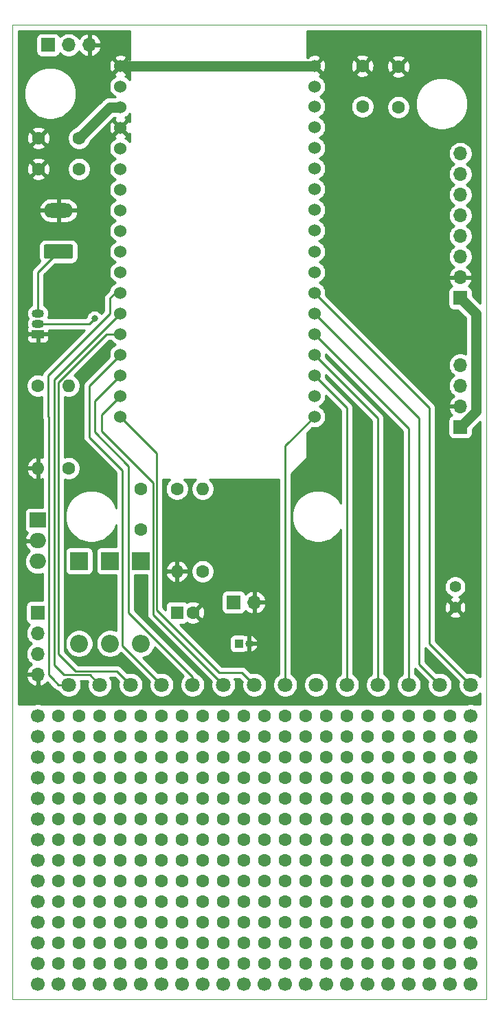
<source format=gbr>
%TF.GenerationSoftware,KiCad,Pcbnew,(5.1.9)-1*%
%TF.CreationDate,2021-03-24T15:40:30-04:00*%
%TF.ProjectId,placa_manutencao_preventiva,706c6163-615f-46d6-916e-7574656e6361,rev?*%
%TF.SameCoordinates,Original*%
%TF.FileFunction,Copper,L1,Top*%
%TF.FilePolarity,Positive*%
%FSLAX46Y46*%
G04 Gerber Fmt 4.6, Leading zero omitted, Abs format (unit mm)*
G04 Created by KiCad (PCBNEW (5.1.9)-1) date 2021-03-24 15:40:30*
%MOMM*%
%LPD*%
G01*
G04 APERTURE LIST*
%TA.AperFunction,Profile*%
%ADD10C,0.050000*%
%TD*%
%TA.AperFunction,ComponentPad*%
%ADD11R,1.700000X1.700000*%
%TD*%
%TA.AperFunction,ComponentPad*%
%ADD12O,1.700000X1.700000*%
%TD*%
%TA.AperFunction,ComponentPad*%
%ADD13O,2.200000X2.200000*%
%TD*%
%TA.AperFunction,ComponentPad*%
%ADD14R,2.200000X2.200000*%
%TD*%
%TA.AperFunction,ComponentPad*%
%ADD15O,3.600000X1.800000*%
%TD*%
%TA.AperFunction,ComponentPad*%
%ADD16O,1.600000X1.600000*%
%TD*%
%TA.AperFunction,ComponentPad*%
%ADD17C,1.600000*%
%TD*%
%TA.AperFunction,ComponentPad*%
%ADD18C,1.524000*%
%TD*%
%TA.AperFunction,ComponentPad*%
%ADD19C,1.400000*%
%TD*%
%TA.AperFunction,ComponentPad*%
%ADD20R,1.600000X1.600000*%
%TD*%
%TA.AperFunction,ComponentPad*%
%ADD21R,2.000000X1.905000*%
%TD*%
%TA.AperFunction,ComponentPad*%
%ADD22O,2.000000X1.905000*%
%TD*%
%TA.AperFunction,ComponentPad*%
%ADD23R,1.000000X1.000000*%
%TD*%
%TA.AperFunction,ComponentPad*%
%ADD24O,1.000000X1.000000*%
%TD*%
%TA.AperFunction,ComponentPad*%
%ADD25C,1.800000*%
%TD*%
%TA.AperFunction,ComponentPad*%
%ADD26O,1.500000X1.050000*%
%TD*%
%TA.AperFunction,ComponentPad*%
%ADD27R,1.500000X1.050000*%
%TD*%
%TA.AperFunction,ViaPad*%
%ADD28C,1.700000*%
%TD*%
%TA.AperFunction,ViaPad*%
%ADD29C,1.600000*%
%TD*%
%TA.AperFunction,ViaPad*%
%ADD30C,0.800000*%
%TD*%
%TA.AperFunction,Conductor*%
%ADD31C,0.250000*%
%TD*%
%TA.AperFunction,Conductor*%
%ADD32C,0.248920*%
%TD*%
%TA.AperFunction,Conductor*%
%ADD33C,1.270000*%
%TD*%
%TA.AperFunction,Conductor*%
%ADD34C,0.254000*%
%TD*%
%TA.AperFunction,Conductor*%
%ADD35C,0.100000*%
%TD*%
G04 APERTURE END LIST*
D10*
X77800200Y-14986000D02*
X136220200Y-14986000D01*
X77800200Y-14986000D02*
X77800200Y-135001000D01*
X136220200Y-135001000D02*
X136220200Y-14986000D01*
X77800200Y-135001000D02*
X136220200Y-135001000D01*
D11*
%TO.P,J6,1*%
%TO.N,+3V3*%
X133045200Y-48641000D03*
D12*
%TO.P,J6,2*%
%TO.N,GND*%
X133045200Y-46101000D03*
%TO.P,J6,3*%
%TO.N,I2C_SCL*%
X133045200Y-43561000D03*
%TO.P,J6,4*%
%TO.N,I2C_SDA*%
X133045200Y-41021000D03*
%TO.P,J6,5*%
%TO.N,Net-(J6-Pad5)*%
X133045200Y-38481000D03*
%TO.P,J6,6*%
%TO.N,Net-(J6-Pad6)*%
X133045200Y-35941000D03*
%TO.P,J6,7*%
%TO.N,Net-(J6-Pad7)*%
X133045200Y-33401000D03*
%TO.P,J6,8*%
%TO.N,Net-(J6-Pad8)*%
X133045200Y-30861000D03*
%TD*%
D13*
%TO.P,D2,2*%
%TO.N,Net-(D2-Pad2)*%
X89865200Y-91186000D03*
D14*
%TO.P,D2,1*%
%TO.N,Net-(C1-Pad1)*%
X89865200Y-81026000D03*
%TD*%
%TO.P,J1,1*%
%TO.N,Net-(J1-Pad1)*%
%TA.AperFunction,ComponentPad*%
G36*
G01*
X85065200Y-43826000D02*
X81965200Y-43826000D01*
G75*
G02*
X81715200Y-43576000I0J250000D01*
G01*
X81715200Y-42276000D01*
G75*
G02*
X81965200Y-42026000I250000J0D01*
G01*
X85065200Y-42026000D01*
G75*
G02*
X85315200Y-42276000I0J-250000D01*
G01*
X85315200Y-43576000D01*
G75*
G02*
X85065200Y-43826000I-250000J0D01*
G01*
G37*
%TD.AperFunction*%
D15*
%TO.P,J1,2*%
%TO.N,GND*%
X83515200Y-37846000D03*
%TD*%
D11*
%TO.P,J2,1*%
%TO.N,+5V*%
X82245200Y-17475200D03*
D12*
%TO.P,J2,2*%
%TO.N,+3V3*%
X84785200Y-17475200D03*
%TO.P,J2,3*%
%TO.N,GND*%
X87325200Y-17475200D03*
%TD*%
D11*
%TO.P,J5,1*%
%TO.N,VBAT*%
X105105200Y-86106000D03*
D12*
%TO.P,J5,2*%
%TO.N,GND*%
X107645200Y-86106000D03*
%TD*%
D11*
%TO.P,J7,1*%
%TO.N,+3V3*%
X133045200Y-64516000D03*
D12*
%TO.P,J7,2*%
%TO.N,GND*%
X133045200Y-61976000D03*
%TO.P,J7,3*%
%TO.N,I2C_SCL*%
X133045200Y-59436000D03*
%TO.P,J7,4*%
%TO.N,I2C_SDA*%
X133045200Y-56896000D03*
%TD*%
D16*
%TO.P,R2,2*%
%TO.N,GND*%
X80975200Y-69596000D03*
D17*
%TO.P,R2,1*%
%TO.N,Net-(J1-Pad1)*%
X80975200Y-59436000D03*
%TD*%
%TO.P,R3,1*%
%TO.N,+3V3*%
X84785200Y-69596000D03*
D16*
%TO.P,R3,2*%
%TO.N,ENT_DIGITAL*%
X84785200Y-59436000D03*
%TD*%
%TO.P,R4,2*%
%TO.N,ADC_BAT*%
X101295200Y-72136000D03*
D17*
%TO.P,R4,1*%
%TO.N,VBAT*%
X101295200Y-82296000D03*
%TD*%
%TO.P,R5,1*%
%TO.N,ADC_BAT*%
X98120200Y-72136000D03*
D16*
%TO.P,R5,2*%
%TO.N,GND*%
X98120200Y-82296000D03*
%TD*%
D18*
%TO.P,U1,1*%
%TO.N,GND*%
X91135200Y-20066000D03*
%TO.P,U1,2*%
%TO.N,+5V*%
X91135200Y-22606000D03*
%TO.P,U1,3*%
%TO.N,+3V3*%
X91135200Y-25146000D03*
%TO.P,U1,4*%
%TO.N,GND*%
X91135200Y-27686000D03*
%TO.P,U1,5*%
%TO.N,Net-(U1-Pad5)*%
X91135200Y-30226000D03*
%TO.P,U1,6*%
%TO.N,Net-(U1-Pad6)*%
X91135200Y-32766000D03*
%TO.P,U1,7*%
%TO.N,Net-(U1-Pad7)*%
X91135200Y-35306000D03*
%TO.P,U1,8*%
%TO.N,Net-(U1-Pad8)*%
X91135200Y-37846000D03*
%TO.P,U1,9*%
%TO.N,Net-(U1-Pad9)*%
X91135200Y-40386000D03*
%TO.P,U1,10*%
%TO.N,Net-(U1-Pad10)*%
X91135200Y-42926000D03*
%TO.P,U1,11*%
%TO.N,Net-(U1-Pad11)*%
X91135200Y-45466000D03*
%TO.P,U1,12*%
%TO.N,Net-(J12-Pad1)*%
X91135200Y-48006000D03*
%TO.P,U1,13*%
%TO.N,Net-(J13-Pad1)*%
X91135200Y-50546000D03*
%TO.P,U1,14*%
%TO.N,I2C_SCL*%
X91135200Y-53086000D03*
%TO.P,U1,15*%
%TO.N,Net-(J15-Pad1)*%
X91135200Y-55626000D03*
%TO.P,U1,16*%
%TO.N,I2C_SDA*%
X91135200Y-58166000D03*
%TO.P,U1,17*%
%TO.N,Net-(J17-Pad1)*%
X91135200Y-60706000D03*
%TO.P,U1,18*%
%TO.N,Net-(J18-Pad1)*%
X91135200Y-63246000D03*
%TO.P,U1,19*%
%TO.N,Net-(J19-Pad1)*%
X115074700Y-63246000D03*
%TO.P,U1,20*%
%TO.N,ADC_BAT*%
X115074700Y-60706000D03*
%TO.P,U1,21*%
%TO.N,Net-(J21-Pad1)*%
X115074700Y-58166000D03*
%TO.P,U1,22*%
%TO.N,Net-(J22-Pad1)*%
X115074700Y-55626000D03*
%TO.P,U1,23*%
%TO.N,Net-(J23-Pad1)*%
X115074700Y-53086000D03*
%TO.P,U1,24*%
%TO.N,Net-(J24-Pad1)*%
X115074700Y-50546000D03*
%TO.P,U1,25*%
%TO.N,Net-(J25-Pad1)*%
X115074700Y-48006000D03*
%TO.P,U1,26*%
%TO.N,Net-(U1-Pad26)*%
X115074700Y-45466000D03*
%TO.P,U1,27*%
%TO.N,Net-(U1-Pad27)*%
X115074700Y-42926000D03*
%TO.P,U1,28*%
%TO.N,Net-(U1-Pad28)*%
X115074700Y-40322500D03*
%TO.P,U1,29*%
%TO.N,ENT_DIGITAL*%
X115074700Y-37782500D03*
%TO.P,U1,30*%
%TO.N,Net-(U1-Pad30)*%
X115074700Y-35242500D03*
%TO.P,U1,31*%
%TO.N,Net-(U1-Pad31)*%
X115074700Y-32702500D03*
%TO.P,U1,32*%
%TO.N,Net-(U1-Pad32)*%
X115074700Y-30162500D03*
%TO.P,U1,33*%
%TO.N,Net-(U1-Pad33)*%
X115074700Y-27622500D03*
%TO.P,U1,34*%
%TO.N,+3V3*%
X115074700Y-25082500D03*
%TO.P,U1,35*%
%TO.N,+5V*%
X115074700Y-22606000D03*
%TO.P,U1,36*%
%TO.N,GND*%
X115074700Y-20066000D03*
%TD*%
D19*
%TO.P,J3,1*%
%TO.N,+3V3*%
X132410200Y-84201000D03*
%TO.P,J3,2*%
%TO.N,GND*%
X132410200Y-86741000D03*
%TD*%
D20*
%TO.P,C1,1*%
%TO.N,Net-(C1-Pad1)*%
X98120200Y-87376000D03*
D17*
%TO.P,C1,2*%
%TO.N,GND*%
X100120200Y-87376000D03*
%TD*%
D14*
%TO.P,D1,1*%
%TO.N,Net-(C1-Pad1)*%
X93675200Y-81026000D03*
D13*
%TO.P,D1,2*%
%TO.N,Net-(D1-Pad2)*%
X93675200Y-91186000D03*
%TD*%
D14*
%TO.P,D3,1*%
%TO.N,Net-(C1-Pad1)*%
X86055200Y-81026000D03*
D13*
%TO.P,D3,2*%
%TO.N,Net-(D3-Pad2)*%
X86055200Y-91186000D03*
%TD*%
D12*
%TO.P,J8,4*%
%TO.N,GND*%
X80975200Y-94996000D03*
%TO.P,J8,3*%
%TO.N,Net-(D3-Pad2)*%
X80975200Y-92456000D03*
%TO.P,J8,2*%
%TO.N,Net-(D2-Pad2)*%
X80975200Y-89916000D03*
D11*
%TO.P,J8,1*%
%TO.N,Net-(D1-Pad2)*%
X80975200Y-87376000D03*
%TD*%
D21*
%TO.P,U2,1*%
%TO.N,Net-(C1-Pad1)*%
X80975200Y-75996800D03*
D22*
%TO.P,U2,2*%
%TO.N,GND*%
X80975200Y-78536800D03*
%TO.P,U2,3*%
%TO.N,+5V*%
X80975200Y-81076800D03*
%TD*%
D23*
%TO.P,J4,1*%
%TO.N,VBAT*%
X105740200Y-91186000D03*
D24*
%TO.P,J4,2*%
%TO.N,GND*%
X107010200Y-91186000D03*
%TD*%
D17*
%TO.P,C2,1*%
%TO.N,+5V*%
X93675200Y-72136000D03*
%TO.P,C2,2*%
%TO.N,GND*%
X93675200Y-77136000D03*
%TD*%
%TO.P,C4,2*%
%TO.N,GND*%
X81055200Y-28956000D03*
%TO.P,C4,1*%
%TO.N,+3V3*%
X86055200Y-28956000D03*
%TD*%
%TO.P,C5,1*%
%TO.N,+3V3*%
X120980200Y-25066000D03*
%TO.P,C5,2*%
%TO.N,GND*%
X120980200Y-20066000D03*
%TD*%
%TO.P,C6,2*%
%TO.N,GND*%
X125425200Y-20146000D03*
%TO.P,C6,1*%
%TO.N,+5V*%
X125425200Y-25146000D03*
%TD*%
%TO.P,C7,1*%
%TO.N,+5V*%
X86055200Y-32766000D03*
%TO.P,C7,2*%
%TO.N,GND*%
X81055200Y-32766000D03*
%TD*%
D25*
%TO.P,J12,1*%
%TO.N,Net-(J12-Pad1)*%
X84785200Y-96266000D03*
%TD*%
%TO.P,J13,1*%
%TO.N,Net-(J13-Pad1)*%
X88595200Y-96266000D03*
%TD*%
%TO.P,J14,1*%
%TO.N,I2C_SCL*%
X92405200Y-96266000D03*
%TD*%
%TO.P,J15,1*%
%TO.N,Net-(J15-Pad1)*%
X96215200Y-96266000D03*
%TD*%
%TO.P,J16,1*%
%TO.N,I2C_SDA*%
X100025200Y-96266000D03*
%TD*%
%TO.P,J17,1*%
%TO.N,Net-(J17-Pad1)*%
X103835200Y-96266000D03*
%TD*%
%TO.P,J18,1*%
%TO.N,Net-(J18-Pad1)*%
X107645200Y-96266000D03*
%TD*%
%TO.P,J19,1*%
%TO.N,Net-(J19-Pad1)*%
X111455200Y-96266000D03*
%TD*%
%TO.P,J20,1*%
%TO.N,ADC_BAT*%
X115265200Y-96266000D03*
%TD*%
%TO.P,J21,1*%
%TO.N,Net-(J21-Pad1)*%
X119075200Y-96266000D03*
%TD*%
%TO.P,J22,1*%
%TO.N,Net-(J22-Pad1)*%
X122885200Y-96266000D03*
%TD*%
%TO.P,J23,1*%
%TO.N,Net-(J23-Pad1)*%
X126695200Y-96266000D03*
%TD*%
%TO.P,J24,1*%
%TO.N,Net-(J24-Pad1)*%
X130505200Y-96266000D03*
%TD*%
%TO.P,J25,1*%
%TO.N,Net-(J25-Pad1)*%
X134315200Y-96266000D03*
%TD*%
D26*
%TO.P,Q2,2*%
%TO.N,ENT_DIGITAL*%
X80975200Y-51816000D03*
%TO.P,Q2,3*%
%TO.N,Net-(J1-Pad1)*%
X80975200Y-50546000D03*
D27*
%TO.P,Q2,1*%
%TO.N,GND*%
X80975200Y-53086000D03*
%TD*%
D28*
%TO.N,*%
X80975200Y-133096000D03*
X134315200Y-133096000D03*
D29*
X96215200Y-100076000D03*
X91135200Y-100076000D03*
X108915200Y-100076000D03*
X129235200Y-100076000D03*
X116535200Y-100076000D03*
X124155200Y-100076000D03*
X88595200Y-100076000D03*
X126695200Y-100076000D03*
X86055200Y-100076000D03*
X106375200Y-100076000D03*
X131775200Y-100076000D03*
X93675200Y-100076000D03*
D28*
X134315200Y-100076000D03*
D29*
X98755200Y-100076000D03*
X113995200Y-100076000D03*
X101295200Y-100076000D03*
X121615200Y-100076000D03*
X103835200Y-100076000D03*
X119075200Y-100076000D03*
X111455200Y-100076000D03*
D28*
X80975200Y-100076000D03*
D29*
X83515200Y-100076000D03*
X91135200Y-105156000D03*
X116535200Y-105156000D03*
X126695200Y-105156000D03*
X106375200Y-105156000D03*
X96215200Y-102616000D03*
X91135200Y-102616000D03*
X108915200Y-102616000D03*
X129235200Y-102616000D03*
X116535200Y-102616000D03*
X124155200Y-102616000D03*
X88595200Y-102616000D03*
X126695200Y-102616000D03*
X96215200Y-105156000D03*
X86055200Y-102616000D03*
X106375200Y-102616000D03*
X131775200Y-102616000D03*
X93675200Y-102616000D03*
D28*
X134315200Y-102616000D03*
D29*
X98755200Y-102616000D03*
X129235200Y-105156000D03*
X88595200Y-105156000D03*
X113995200Y-102616000D03*
X131775200Y-105156000D03*
D28*
X134315200Y-105156000D03*
D29*
X98755200Y-105156000D03*
X113995200Y-105156000D03*
X101295200Y-105156000D03*
X111455200Y-105156000D03*
X86055200Y-105156000D03*
D28*
X80975200Y-105156000D03*
D29*
X83515200Y-105156000D03*
X124155200Y-105156000D03*
X101295200Y-102616000D03*
X108915200Y-105156000D03*
X119075200Y-105156000D03*
X96215200Y-107696000D03*
X121615200Y-105156000D03*
X91135200Y-107696000D03*
X108915200Y-107696000D03*
X121615200Y-102616000D03*
X93675200Y-105156000D03*
X103835200Y-105156000D03*
X103835200Y-102616000D03*
X119075200Y-102616000D03*
X129235200Y-107696000D03*
X111455200Y-102616000D03*
X93675200Y-107696000D03*
X119075200Y-107696000D03*
D28*
X80975200Y-107696000D03*
D29*
X116535200Y-107696000D03*
X113995200Y-107696000D03*
X126695200Y-107696000D03*
X98755200Y-107696000D03*
X101295200Y-107696000D03*
X103835200Y-107696000D03*
X121615200Y-107696000D03*
X83515200Y-107696000D03*
D28*
X134315200Y-107696000D03*
D29*
X124155200Y-107696000D03*
X106375200Y-107696000D03*
X88595200Y-107696000D03*
X111455200Y-107696000D03*
X131775200Y-107696000D03*
X86055200Y-107696000D03*
D28*
X80975200Y-102616000D03*
D29*
X83515200Y-102616000D03*
X91135200Y-112776000D03*
X116535200Y-112776000D03*
X126695200Y-112776000D03*
X106375200Y-112776000D03*
X96215200Y-110236000D03*
X91135200Y-110236000D03*
X108915200Y-110236000D03*
X129235200Y-110236000D03*
X116535200Y-110236000D03*
X124155200Y-110236000D03*
X88595200Y-110236000D03*
X126695200Y-110236000D03*
X96215200Y-112776000D03*
X86055200Y-110236000D03*
X106375200Y-110236000D03*
X131775200Y-110236000D03*
X93675200Y-110236000D03*
D28*
X134315200Y-110236000D03*
D29*
X98755200Y-110236000D03*
X129235200Y-112776000D03*
X88595200Y-112776000D03*
X113995200Y-110236000D03*
X131775200Y-112776000D03*
D28*
X134315200Y-112776000D03*
D29*
X98755200Y-112776000D03*
X113995200Y-112776000D03*
X101295200Y-112776000D03*
X111455200Y-112776000D03*
X86055200Y-112776000D03*
D28*
X80975200Y-112776000D03*
D29*
X83515200Y-112776000D03*
X124155200Y-112776000D03*
X101295200Y-110236000D03*
X108915200Y-112776000D03*
X119075200Y-112776000D03*
X96215200Y-115316000D03*
X121615200Y-112776000D03*
X91135200Y-115316000D03*
X108915200Y-115316000D03*
X121615200Y-110236000D03*
X93675200Y-112776000D03*
X103835200Y-112776000D03*
X103835200Y-110236000D03*
X119075200Y-110236000D03*
X129235200Y-115316000D03*
X111455200Y-110236000D03*
X93675200Y-115316000D03*
X119075200Y-115316000D03*
D28*
X80975200Y-115316000D03*
D29*
X116535200Y-115316000D03*
X113995200Y-115316000D03*
X126695200Y-115316000D03*
X98755200Y-115316000D03*
X101295200Y-115316000D03*
X103835200Y-115316000D03*
X121615200Y-115316000D03*
X83515200Y-115316000D03*
D28*
X134315200Y-115316000D03*
D29*
X124155200Y-115316000D03*
X106375200Y-115316000D03*
X88595200Y-115316000D03*
X111455200Y-115316000D03*
X131775200Y-115316000D03*
X86055200Y-115316000D03*
D28*
X80975200Y-110236000D03*
D29*
X83515200Y-110236000D03*
X91135200Y-120396000D03*
X116535200Y-120396000D03*
X126695200Y-120396000D03*
X106375200Y-120396000D03*
X96215200Y-117856000D03*
X91135200Y-117856000D03*
X108915200Y-117856000D03*
X129235200Y-117856000D03*
X116535200Y-117856000D03*
X124155200Y-117856000D03*
X88595200Y-117856000D03*
X126695200Y-117856000D03*
X96215200Y-120396000D03*
X86055200Y-117856000D03*
X106375200Y-117856000D03*
X131775200Y-117856000D03*
X93675200Y-117856000D03*
D28*
X134315200Y-117856000D03*
D29*
X98755200Y-117856000D03*
X129235200Y-120396000D03*
X88595200Y-120396000D03*
X113995200Y-117856000D03*
X131775200Y-120396000D03*
D28*
X134315200Y-120396000D03*
D29*
X98755200Y-120396000D03*
X113995200Y-120396000D03*
X101295200Y-120396000D03*
X111455200Y-120396000D03*
X86055200Y-120396000D03*
D28*
X80975200Y-120396000D03*
D29*
X83515200Y-120396000D03*
X124155200Y-120396000D03*
X101295200Y-117856000D03*
X108915200Y-120396000D03*
X119075200Y-120396000D03*
X96215200Y-122936000D03*
X121615200Y-120396000D03*
X91135200Y-122936000D03*
X108915200Y-122936000D03*
X121615200Y-117856000D03*
X93675200Y-120396000D03*
X103835200Y-120396000D03*
X103835200Y-117856000D03*
X119075200Y-117856000D03*
X129235200Y-122936000D03*
X111455200Y-117856000D03*
X93675200Y-122936000D03*
X119075200Y-122936000D03*
D28*
X80975200Y-122936000D03*
D29*
X116535200Y-122936000D03*
X113995200Y-122936000D03*
X126695200Y-122936000D03*
X98755200Y-122936000D03*
X101295200Y-122936000D03*
X103835200Y-122936000D03*
X121615200Y-122936000D03*
X83515200Y-122936000D03*
D28*
X134315200Y-122936000D03*
D29*
X124155200Y-122936000D03*
X106375200Y-122936000D03*
X88595200Y-122936000D03*
X111455200Y-122936000D03*
X131775200Y-122936000D03*
X86055200Y-122936000D03*
D28*
X80975200Y-117856000D03*
D29*
X83515200Y-117856000D03*
X91135200Y-128016000D03*
X116535200Y-128016000D03*
X126695200Y-128016000D03*
X106375200Y-128016000D03*
X96215200Y-125476000D03*
X91135200Y-125476000D03*
X108915200Y-125476000D03*
X129235200Y-125476000D03*
X116535200Y-125476000D03*
X124155200Y-125476000D03*
X88595200Y-125476000D03*
X126695200Y-125476000D03*
X96215200Y-128016000D03*
X86055200Y-125476000D03*
X106375200Y-125476000D03*
X131775200Y-125476000D03*
X93675200Y-125476000D03*
D28*
X134315200Y-125476000D03*
D29*
X98755200Y-125476000D03*
X129235200Y-128016000D03*
X88595200Y-128016000D03*
X113995200Y-125476000D03*
X131775200Y-128016000D03*
D28*
X134315200Y-128016000D03*
D29*
X98755200Y-128016000D03*
X113995200Y-128016000D03*
X101295200Y-128016000D03*
X111455200Y-128016000D03*
X86055200Y-128016000D03*
D28*
X80975200Y-128016000D03*
D29*
X83515200Y-128016000D03*
X124155200Y-128016000D03*
X101295200Y-125476000D03*
X108915200Y-128016000D03*
X119075200Y-128016000D03*
X96215200Y-130556000D03*
X121615200Y-128016000D03*
X91135200Y-130556000D03*
X108915200Y-130556000D03*
X121615200Y-125476000D03*
X93675200Y-128016000D03*
X103835200Y-128016000D03*
X103835200Y-125476000D03*
X119075200Y-125476000D03*
X129235200Y-130556000D03*
X111455200Y-125476000D03*
X93675200Y-130556000D03*
X119075200Y-130556000D03*
D28*
X80975200Y-130556000D03*
D29*
X116535200Y-130556000D03*
X113995200Y-130556000D03*
X126695200Y-130556000D03*
X98755200Y-130556000D03*
X101295200Y-130556000D03*
X103835200Y-130556000D03*
X121615200Y-130556000D03*
X83515200Y-130556000D03*
D28*
X134315200Y-130556000D03*
D29*
X124155200Y-130556000D03*
X106375200Y-130556000D03*
X88595200Y-130556000D03*
X111455200Y-130556000D03*
X131775200Y-130556000D03*
X86055200Y-130556000D03*
D28*
X80975200Y-125476000D03*
D29*
X83515200Y-125476000D03*
D28*
X83515200Y-133096000D03*
X86055200Y-133096000D03*
X88595200Y-133096000D03*
X91135200Y-133096000D03*
X93675200Y-133096000D03*
X98755200Y-133096000D03*
X96215200Y-133096000D03*
X101295200Y-133096000D03*
X103835200Y-133096000D03*
X108915200Y-133096000D03*
X106375200Y-133096000D03*
X111455200Y-133096000D03*
X113995200Y-133096000D03*
X119075200Y-133096000D03*
X116535200Y-133096000D03*
X121615200Y-133096000D03*
X124155200Y-133096000D03*
X129235200Y-133096000D03*
X126695200Y-133096000D03*
X131775200Y-133096000D03*
D30*
%TO.N,ENT_DIGITAL*%
X87960200Y-51181000D03*
%TD*%
D31*
%TO.N,Net-(J1-Pad1)*%
X80975200Y-45466000D02*
X80975200Y-49276000D01*
X83515200Y-42926000D02*
X80975200Y-45466000D01*
D32*
X80975200Y-49276000D02*
X80975200Y-50546000D01*
D33*
%TO.N,GND*%
X91135200Y-20066000D02*
X115074700Y-20066000D01*
D31*
%TO.N,+5V*%
X82042000Y-17475200D02*
X82753200Y-17475200D01*
X82245200Y-18161000D02*
X82245200Y-17475200D01*
D33*
%TO.N,+3V3*%
X133045200Y-48641000D02*
X134950200Y-50546000D01*
X134950200Y-62611000D02*
X133045200Y-64516000D01*
X134950200Y-50546000D02*
X134950200Y-62611000D01*
X89865200Y-25146000D02*
X86055200Y-28956000D01*
X91135200Y-25146000D02*
X89865200Y-25146000D01*
D31*
%TO.N,I2C_SCL*%
X90730189Y-94590989D02*
X92405200Y-96266000D01*
X85650188Y-94590988D02*
X90730189Y-94590989D01*
X83515200Y-92456000D02*
X85650188Y-94590988D01*
X83515200Y-59040998D02*
X83515200Y-92456000D01*
X89470198Y-53086000D02*
X83515200Y-59040998D01*
X91135200Y-53086000D02*
X89470198Y-53086000D01*
%TO.N,I2C_SDA*%
X100025200Y-96266000D02*
X100025200Y-95250000D01*
X100025200Y-95250000D02*
X92151200Y-87376000D01*
X92151200Y-87376000D02*
X92151200Y-73152000D01*
D32*
X87960200Y-65151000D02*
X87960200Y-61341000D01*
X92151200Y-69342000D02*
X87960200Y-65151000D01*
X92151200Y-73152000D02*
X92151200Y-69342000D01*
D31*
X87960200Y-61341000D02*
X91135200Y-58166000D01*
D32*
%TO.N,ENT_DIGITAL*%
X87960200Y-51181000D02*
X87325200Y-51816000D01*
X87325200Y-51816000D02*
X80975200Y-51816000D01*
D31*
%TO.N,Net-(C1-Pad1)*%
X81683100Y-75793600D02*
X81635600Y-75793600D01*
X86055200Y-81026000D02*
X86004400Y-81026000D01*
%TO.N,Net-(J12-Pad1)*%
X82880200Y-95633792D02*
X83512408Y-96266000D01*
X82880200Y-95631000D02*
X82880200Y-95633792D01*
X82300210Y-95051010D02*
X82880200Y-95631000D01*
X82300201Y-78007630D02*
X82300210Y-78007639D01*
X82300210Y-78007639D02*
X82300210Y-95051010D01*
X83512408Y-96266000D02*
X84785200Y-96266000D01*
D32*
X91135200Y-48006000D02*
X90500200Y-48006000D01*
X90500200Y-48006000D02*
X89865200Y-48641000D01*
X89865200Y-48641000D02*
X89865200Y-50546000D01*
X89865200Y-50546000D02*
X82245200Y-58166000D01*
X82300210Y-63301010D02*
X82300210Y-78007639D01*
X82245200Y-63246000D02*
X82300210Y-63301010D01*
X82245200Y-58166000D02*
X82245200Y-63246000D01*
D31*
%TO.N,Net-(J13-Pad1)*%
X87370199Y-95040999D02*
X88595200Y-96266000D01*
X84195199Y-95040999D02*
X87370199Y-95040999D01*
X83007200Y-93853000D02*
X84195199Y-95040999D01*
X83007200Y-58674000D02*
X83007200Y-93853000D01*
X91135200Y-50546000D02*
X83007200Y-58674000D01*
%TO.N,Net-(J15-Pad1)*%
X91389200Y-91440000D02*
X91389200Y-73660000D01*
X96215200Y-96266000D02*
X91389200Y-91440000D01*
D32*
X91389200Y-73660000D02*
X91389200Y-69850000D01*
X91389200Y-69850000D02*
X87325200Y-65786000D01*
X87325200Y-65786000D02*
X87325200Y-59436000D01*
D31*
X87325200Y-59436000D02*
X91135200Y-55626000D01*
%TO.N,Net-(J17-Pad1)*%
X91135200Y-60706000D02*
X88849200Y-62992000D01*
X88849200Y-62992000D02*
X88849200Y-65024000D01*
X88849200Y-65024000D02*
X95199200Y-71374000D01*
X95199200Y-87630000D02*
X103835200Y-96266000D01*
X95199200Y-71374000D02*
X95199200Y-87630000D01*
%TO.N,Net-(J18-Pad1)*%
X95649210Y-87064010D02*
X103327200Y-94742000D01*
X95649210Y-67760010D02*
X95649210Y-87064010D01*
X91135200Y-63246000D02*
X95649210Y-67760010D01*
X106121200Y-94742000D02*
X107645200Y-96266000D01*
X103327200Y-94742000D02*
X106121200Y-94742000D01*
%TO.N,Net-(J19-Pad1)*%
X111455200Y-66865500D02*
X115074700Y-63246000D01*
X111455200Y-96266000D02*
X111455200Y-66865500D01*
%TO.N,Net-(J21-Pad1)*%
X119075200Y-62166500D02*
X115074700Y-58166000D01*
X119075200Y-96266000D02*
X119075200Y-62166500D01*
%TO.N,Net-(J22-Pad1)*%
X122885200Y-63436500D02*
X115074700Y-55626000D01*
X122885200Y-96266000D02*
X122885200Y-63436500D01*
%TO.N,Net-(J23-Pad1)*%
X126695200Y-64706500D02*
X115074700Y-53086000D01*
X126695200Y-96266000D02*
X126695200Y-64706500D01*
%TO.N,Net-(J24-Pad1)*%
X127965200Y-63436500D02*
X115074700Y-50546000D01*
X127965200Y-93726000D02*
X127965200Y-63436500D01*
X130505200Y-96266000D02*
X127965200Y-93726000D01*
%TO.N,Net-(J25-Pad1)*%
X134315200Y-96266000D02*
X129235200Y-91186000D01*
X129235200Y-62166500D02*
X115074700Y-48006000D01*
X129235200Y-91186000D02*
X129235200Y-62166500D01*
%TD*%
D34*
%TO.N,GND*%
X92278200Y-19329540D02*
X92100765Y-19280040D01*
X91314805Y-20066000D01*
X92100765Y-20851960D01*
X92278200Y-20802460D01*
X92278200Y-21802088D01*
X92220320Y-21715465D01*
X92025735Y-21520880D01*
X91796927Y-21367995D01*
X91725257Y-21338308D01*
X91738223Y-21333636D01*
X91854180Y-21271656D01*
X91921160Y-21031565D01*
X91135200Y-20245605D01*
X90349240Y-21031565D01*
X90416220Y-21271656D01*
X90551960Y-21335485D01*
X90473473Y-21367995D01*
X90244665Y-21520880D01*
X90050080Y-21715465D01*
X89897195Y-21944273D01*
X89791886Y-22198510D01*
X89738200Y-22468408D01*
X89738200Y-22743592D01*
X89791886Y-23013490D01*
X89897195Y-23267727D01*
X90050080Y-23496535D01*
X90244665Y-23691120D01*
X90473473Y-23844005D01*
X90550715Y-23876000D01*
X89927580Y-23876000D01*
X89865200Y-23869856D01*
X89802820Y-23876000D01*
X89616237Y-23894377D01*
X89376841Y-23966997D01*
X89156212Y-24084925D01*
X89075406Y-24151241D01*
X89011283Y-24203865D01*
X89011280Y-24203868D01*
X88962830Y-24243630D01*
X88923068Y-24292080D01*
X85639593Y-27575557D01*
X85636626Y-27576147D01*
X85375473Y-27684320D01*
X85140441Y-27841363D01*
X84940563Y-28041241D01*
X84783520Y-28276273D01*
X84675347Y-28537426D01*
X84620200Y-28814665D01*
X84620200Y-29097335D01*
X84675347Y-29374574D01*
X84783520Y-29635727D01*
X84940563Y-29870759D01*
X85140441Y-30070637D01*
X85375473Y-30227680D01*
X85636626Y-30335853D01*
X85913865Y-30391000D01*
X86196535Y-30391000D01*
X86473774Y-30335853D01*
X86734927Y-30227680D01*
X86969959Y-30070637D01*
X87169837Y-29870759D01*
X87326880Y-29635727D01*
X87435053Y-29374574D01*
X87435643Y-29371607D01*
X89049234Y-27758017D01*
X89733290Y-27758017D01*
X89774278Y-28030133D01*
X89867564Y-28289023D01*
X89929544Y-28404980D01*
X90169635Y-28471960D01*
X90955595Y-27686000D01*
X90169635Y-26900040D01*
X89929544Y-26967020D01*
X89812444Y-27216048D01*
X89746177Y-27483135D01*
X89733290Y-27758017D01*
X89049234Y-27758017D01*
X90391252Y-26416000D01*
X90538738Y-26416000D01*
X90532177Y-26418364D01*
X90416220Y-26480344D01*
X90349240Y-26720435D01*
X91135200Y-27506395D01*
X91921160Y-26720435D01*
X91854180Y-26480344D01*
X91718440Y-26416515D01*
X91796927Y-26384005D01*
X92025735Y-26231120D01*
X92220320Y-26036535D01*
X92278200Y-25949912D01*
X92278200Y-26949540D01*
X92100765Y-26900040D01*
X91314805Y-27686000D01*
X92100765Y-28471960D01*
X92278200Y-28422460D01*
X92278200Y-29422088D01*
X92220320Y-29335465D01*
X92025735Y-29140880D01*
X91796927Y-28987995D01*
X91725257Y-28958308D01*
X91738223Y-28953636D01*
X91854180Y-28891656D01*
X91921160Y-28651565D01*
X91135200Y-27865605D01*
X90349240Y-28651565D01*
X90416220Y-28891656D01*
X90551960Y-28955485D01*
X90473473Y-28987995D01*
X90244665Y-29140880D01*
X90050080Y-29335465D01*
X89897195Y-29564273D01*
X89791886Y-29818510D01*
X89738200Y-30088408D01*
X89738200Y-30363592D01*
X89791886Y-30633490D01*
X89897195Y-30887727D01*
X90050080Y-31116535D01*
X90244665Y-31311120D01*
X90473473Y-31464005D01*
X90550715Y-31496000D01*
X90473473Y-31527995D01*
X90244665Y-31680880D01*
X90050080Y-31875465D01*
X89897195Y-32104273D01*
X89791886Y-32358510D01*
X89738200Y-32628408D01*
X89738200Y-32903592D01*
X89791886Y-33173490D01*
X89897195Y-33427727D01*
X90050080Y-33656535D01*
X90244665Y-33851120D01*
X90473473Y-34004005D01*
X90550715Y-34036000D01*
X90473473Y-34067995D01*
X90244665Y-34220880D01*
X90050080Y-34415465D01*
X89897195Y-34644273D01*
X89791886Y-34898510D01*
X89738200Y-35168408D01*
X89738200Y-35443592D01*
X89791886Y-35713490D01*
X89897195Y-35967727D01*
X90050080Y-36196535D01*
X90244665Y-36391120D01*
X90473473Y-36544005D01*
X90550715Y-36576000D01*
X90473473Y-36607995D01*
X90244665Y-36760880D01*
X90050080Y-36955465D01*
X89897195Y-37184273D01*
X89791886Y-37438510D01*
X89738200Y-37708408D01*
X89738200Y-37983592D01*
X89791886Y-38253490D01*
X89897195Y-38507727D01*
X90050080Y-38736535D01*
X90244665Y-38931120D01*
X90473473Y-39084005D01*
X90550715Y-39116000D01*
X90473473Y-39147995D01*
X90244665Y-39300880D01*
X90050080Y-39495465D01*
X89897195Y-39724273D01*
X89791886Y-39978510D01*
X89738200Y-40248408D01*
X89738200Y-40523592D01*
X89791886Y-40793490D01*
X89897195Y-41047727D01*
X90050080Y-41276535D01*
X90244665Y-41471120D01*
X90473473Y-41624005D01*
X90550715Y-41656000D01*
X90473473Y-41687995D01*
X90244665Y-41840880D01*
X90050080Y-42035465D01*
X89897195Y-42264273D01*
X89791886Y-42518510D01*
X89738200Y-42788408D01*
X89738200Y-43063592D01*
X89791886Y-43333490D01*
X89897195Y-43587727D01*
X90050080Y-43816535D01*
X90244665Y-44011120D01*
X90473473Y-44164005D01*
X90550715Y-44196000D01*
X90473473Y-44227995D01*
X90244665Y-44380880D01*
X90050080Y-44575465D01*
X89897195Y-44804273D01*
X89791886Y-45058510D01*
X89738200Y-45328408D01*
X89738200Y-45603592D01*
X89791886Y-45873490D01*
X89897195Y-46127727D01*
X90050080Y-46356535D01*
X90244665Y-46551120D01*
X90473473Y-46704005D01*
X90550715Y-46736000D01*
X90473473Y-46767995D01*
X90244665Y-46920880D01*
X90050080Y-47115465D01*
X89897195Y-47344273D01*
X89791886Y-47598510D01*
X89781516Y-47650646D01*
X89354560Y-48077602D01*
X89325583Y-48101383D01*
X89230677Y-48217026D01*
X89160156Y-48348962D01*
X89116729Y-48492121D01*
X89105740Y-48603697D01*
X89105740Y-48603704D01*
X89102067Y-48641000D01*
X89105740Y-48678296D01*
X89105741Y-50231421D01*
X88784885Y-50552277D01*
X88764137Y-50521226D01*
X88619974Y-50377063D01*
X88450456Y-50263795D01*
X88262098Y-50185774D01*
X88062139Y-50146000D01*
X87858261Y-50146000D01*
X87658302Y-50185774D01*
X87469944Y-50263795D01*
X87300426Y-50377063D01*
X87156263Y-50521226D01*
X87042995Y-50690744D01*
X86964974Y-50879102D01*
X86929680Y-51056540D01*
X82242620Y-51056540D01*
X82277085Y-50992060D01*
X82343415Y-50773400D01*
X82365812Y-50546000D01*
X82343415Y-50318600D01*
X82277085Y-50099940D01*
X82169371Y-49898421D01*
X82024412Y-49721788D01*
X81847779Y-49576829D01*
X81734660Y-49516366D01*
X81734660Y-49318816D01*
X81735200Y-49313333D01*
X81735200Y-45780801D01*
X83051930Y-44464072D01*
X85065200Y-44464072D01*
X85238454Y-44447008D01*
X85405050Y-44396472D01*
X85558586Y-44314405D01*
X85693162Y-44203962D01*
X85803605Y-44069386D01*
X85885672Y-43915850D01*
X85936208Y-43749254D01*
X85953272Y-43576000D01*
X85953272Y-42276000D01*
X85936208Y-42102746D01*
X85885672Y-41936150D01*
X85803605Y-41782614D01*
X85693162Y-41648038D01*
X85558586Y-41537595D01*
X85405050Y-41455528D01*
X85238454Y-41404992D01*
X85065200Y-41387928D01*
X81965200Y-41387928D01*
X81791946Y-41404992D01*
X81625350Y-41455528D01*
X81471814Y-41537595D01*
X81337238Y-41648038D01*
X81226795Y-41782614D01*
X81144728Y-41936150D01*
X81094192Y-42102746D01*
X81077128Y-42276000D01*
X81077128Y-43576000D01*
X81094192Y-43749254D01*
X81144728Y-43915850D01*
X81226795Y-44069386D01*
X81258446Y-44107953D01*
X80464203Y-44902196D01*
X80435199Y-44925999D01*
X80383552Y-44988932D01*
X80340226Y-45041724D01*
X80331254Y-45058510D01*
X80269654Y-45173754D01*
X80226197Y-45317015D01*
X80215200Y-45428668D01*
X80215200Y-45428678D01*
X80211524Y-45466000D01*
X80215200Y-45503323D01*
X80215201Y-49313333D01*
X80215740Y-49318806D01*
X80215740Y-49516366D01*
X80102621Y-49576829D01*
X79925988Y-49721788D01*
X79781029Y-49898421D01*
X79673315Y-50099940D01*
X79606985Y-50318600D01*
X79584588Y-50546000D01*
X79606985Y-50773400D01*
X79673315Y-50992060D01*
X79774305Y-51181000D01*
X79673315Y-51369940D01*
X79606985Y-51588600D01*
X79584588Y-51816000D01*
X79606985Y-52043400D01*
X79670293Y-52252098D01*
X79635698Y-52316820D01*
X79599388Y-52436518D01*
X79587128Y-52561000D01*
X79590200Y-52800250D01*
X79748950Y-52959000D01*
X80522091Y-52959000D01*
X80522800Y-52959215D01*
X80693221Y-52976000D01*
X81257179Y-52976000D01*
X81427600Y-52959215D01*
X81428309Y-52959000D01*
X82201450Y-52959000D01*
X82360200Y-52800250D01*
X82363086Y-52575460D01*
X86761702Y-52575460D01*
X81734560Y-57602602D01*
X81705583Y-57626383D01*
X81610677Y-57742026D01*
X81540156Y-57873962D01*
X81496729Y-58017121D01*
X81489001Y-58095591D01*
X81393774Y-58056147D01*
X81116535Y-58001000D01*
X80833865Y-58001000D01*
X80556626Y-58056147D01*
X80295473Y-58164320D01*
X80060441Y-58321363D01*
X79860563Y-58521241D01*
X79703520Y-58756273D01*
X79595347Y-59017426D01*
X79540200Y-59294665D01*
X79540200Y-59577335D01*
X79595347Y-59854574D01*
X79703520Y-60115727D01*
X79860563Y-60350759D01*
X80060441Y-60550637D01*
X80295473Y-60707680D01*
X80556626Y-60815853D01*
X80833865Y-60871000D01*
X81116535Y-60871000D01*
X81393774Y-60815853D01*
X81485741Y-60777759D01*
X81485741Y-63208694D01*
X81482067Y-63246000D01*
X81496729Y-63394879D01*
X81540156Y-63538038D01*
X81540750Y-63539149D01*
X81540750Y-68283730D01*
X81458287Y-68244754D01*
X81324239Y-68204096D01*
X81102200Y-68326085D01*
X81102200Y-69469000D01*
X81122200Y-69469000D01*
X81122200Y-69723000D01*
X81102200Y-69723000D01*
X81102200Y-70865915D01*
X81324239Y-70987904D01*
X81458287Y-70947246D01*
X81540751Y-70908270D01*
X81540751Y-74406228D01*
X79975200Y-74406228D01*
X79850718Y-74418488D01*
X79731020Y-74454798D01*
X79620706Y-74513763D01*
X79524015Y-74593115D01*
X79444663Y-74689806D01*
X79385698Y-74800120D01*
X79349388Y-74919818D01*
X79337128Y-75044300D01*
X79337128Y-76949300D01*
X79349388Y-77073782D01*
X79385698Y-77193480D01*
X79444663Y-77303794D01*
X79524015Y-77400485D01*
X79620706Y-77479837D01*
X79712419Y-77528859D01*
X79599231Y-77669877D01*
X79455629Y-77945706D01*
X79384637Y-78163820D01*
X79504606Y-78409800D01*
X80848200Y-78409800D01*
X80848200Y-78389800D01*
X81102200Y-78389800D01*
X81102200Y-78409800D01*
X81122200Y-78409800D01*
X81122200Y-78663800D01*
X81102200Y-78663800D01*
X81102200Y-78683800D01*
X80848200Y-78683800D01*
X80848200Y-78663800D01*
X79504606Y-78663800D01*
X79384637Y-78909780D01*
X79455629Y-79127894D01*
X79599231Y-79403723D01*
X79793885Y-79646237D01*
X79979099Y-79801637D01*
X79799737Y-79948837D01*
X79601355Y-80190565D01*
X79453945Y-80466351D01*
X79363170Y-80765596D01*
X79332519Y-81076800D01*
X79363170Y-81388004D01*
X79453945Y-81687249D01*
X79601355Y-81963035D01*
X79799737Y-82204763D01*
X80041465Y-82403145D01*
X80317251Y-82550555D01*
X80616496Y-82641330D01*
X80849714Y-82664300D01*
X81100686Y-82664300D01*
X81333904Y-82641330D01*
X81540210Y-82578748D01*
X81540210Y-85887928D01*
X80125200Y-85887928D01*
X80000718Y-85900188D01*
X79881020Y-85936498D01*
X79770706Y-85995463D01*
X79674015Y-86074815D01*
X79594663Y-86171506D01*
X79535698Y-86281820D01*
X79499388Y-86401518D01*
X79487128Y-86526000D01*
X79487128Y-88226000D01*
X79499388Y-88350482D01*
X79535698Y-88470180D01*
X79594663Y-88580494D01*
X79674015Y-88677185D01*
X79770706Y-88756537D01*
X79881020Y-88815502D01*
X79953580Y-88837513D01*
X79821725Y-88969368D01*
X79659210Y-89212589D01*
X79547268Y-89482842D01*
X79490200Y-89769740D01*
X79490200Y-90062260D01*
X79547268Y-90349158D01*
X79659210Y-90619411D01*
X79821725Y-90862632D01*
X80028568Y-91069475D01*
X80202960Y-91186000D01*
X80028568Y-91302525D01*
X79821725Y-91509368D01*
X79659210Y-91752589D01*
X79547268Y-92022842D01*
X79490200Y-92309740D01*
X79490200Y-92602260D01*
X79547268Y-92889158D01*
X79659210Y-93159411D01*
X79821725Y-93402632D01*
X80028568Y-93609475D01*
X80210734Y-93731195D01*
X80093845Y-93800822D01*
X79877612Y-93995731D01*
X79703559Y-94229080D01*
X79578375Y-94491901D01*
X79533724Y-94639110D01*
X79655045Y-94869000D01*
X80848200Y-94869000D01*
X80848200Y-94849000D01*
X81102200Y-94849000D01*
X81102200Y-94869000D01*
X81122200Y-94869000D01*
X81122200Y-95123000D01*
X81102200Y-95123000D01*
X81102200Y-96316814D01*
X81332091Y-96437481D01*
X81606452Y-96340157D01*
X81856555Y-96191178D01*
X82072788Y-95996269D01*
X82114605Y-95940206D01*
X82303623Y-96129224D01*
X82340199Y-96173793D01*
X82369201Y-96197594D01*
X82948608Y-96777002D01*
X82972407Y-96806001D01*
X83001405Y-96829799D01*
X83088131Y-96900974D01*
X83220159Y-96971545D01*
X83220161Y-96971546D01*
X83363422Y-97015003D01*
X83444902Y-97023028D01*
X83592888Y-97244505D01*
X83806695Y-97458312D01*
X84058105Y-97626299D01*
X84337457Y-97742011D01*
X84634016Y-97801000D01*
X84936384Y-97801000D01*
X85232943Y-97742011D01*
X85512295Y-97626299D01*
X85763705Y-97458312D01*
X85977512Y-97244505D01*
X86145499Y-96993095D01*
X86261211Y-96713743D01*
X86320200Y-96417184D01*
X86320200Y-96114816D01*
X86261211Y-95818257D01*
X86254062Y-95800999D01*
X87055398Y-95800999D01*
X87111469Y-95857070D01*
X87060200Y-96114816D01*
X87060200Y-96417184D01*
X87119189Y-96713743D01*
X87234901Y-96993095D01*
X87402888Y-97244505D01*
X87616695Y-97458312D01*
X87868105Y-97626299D01*
X88147457Y-97742011D01*
X88444016Y-97801000D01*
X88746384Y-97801000D01*
X89042943Y-97742011D01*
X89322295Y-97626299D01*
X89573705Y-97458312D01*
X89787512Y-97244505D01*
X89955499Y-96993095D01*
X90071211Y-96713743D01*
X90130200Y-96417184D01*
X90130200Y-96114816D01*
X90071211Y-95818257D01*
X89955499Y-95538905D01*
X89829937Y-95350989D01*
X90415388Y-95350989D01*
X90921469Y-95857070D01*
X90870200Y-96114816D01*
X90870200Y-96417184D01*
X90929189Y-96713743D01*
X91044901Y-96993095D01*
X91212888Y-97244505D01*
X91426695Y-97458312D01*
X91678105Y-97626299D01*
X91957457Y-97742011D01*
X92254016Y-97801000D01*
X92556384Y-97801000D01*
X92852943Y-97742011D01*
X93132295Y-97626299D01*
X93383705Y-97458312D01*
X93597512Y-97244505D01*
X93765499Y-96993095D01*
X93881211Y-96713743D01*
X93940200Y-96417184D01*
X93940200Y-96114816D01*
X93881211Y-95818257D01*
X93765499Y-95538905D01*
X93597512Y-95287495D01*
X93383705Y-95073688D01*
X93132295Y-94905701D01*
X92852943Y-94789989D01*
X92556384Y-94731000D01*
X92254016Y-94731000D01*
X91996270Y-94782269D01*
X91293986Y-94079985D01*
X91270190Y-94050989D01*
X91210480Y-94001986D01*
X91154465Y-93956015D01*
X91022435Y-93885443D01*
X90922631Y-93855169D01*
X90879175Y-93841987D01*
X90767522Y-93830990D01*
X90730189Y-93827313D01*
X90692857Y-93830990D01*
X85964990Y-93830988D01*
X84275200Y-92141199D01*
X84275200Y-91015117D01*
X84320200Y-91015117D01*
X84320200Y-91356883D01*
X84386875Y-91692081D01*
X84517663Y-92007831D01*
X84707537Y-92291998D01*
X84949202Y-92533663D01*
X85233369Y-92723537D01*
X85549119Y-92854325D01*
X85884317Y-92921000D01*
X86226083Y-92921000D01*
X86561281Y-92854325D01*
X86877031Y-92723537D01*
X87161198Y-92533663D01*
X87402863Y-92291998D01*
X87592737Y-92007831D01*
X87723525Y-91692081D01*
X87790200Y-91356883D01*
X87790200Y-91015117D01*
X87723525Y-90679919D01*
X87592737Y-90364169D01*
X87402863Y-90080002D01*
X87161198Y-89838337D01*
X86877031Y-89648463D01*
X86561281Y-89517675D01*
X86226083Y-89451000D01*
X85884317Y-89451000D01*
X85549119Y-89517675D01*
X85233369Y-89648463D01*
X84949202Y-89838337D01*
X84707537Y-90080002D01*
X84517663Y-90364169D01*
X84386875Y-90679919D01*
X84320200Y-91015117D01*
X84275200Y-91015117D01*
X84275200Y-79926000D01*
X84317128Y-79926000D01*
X84317128Y-82126000D01*
X84329388Y-82250482D01*
X84365698Y-82370180D01*
X84424663Y-82480494D01*
X84504015Y-82577185D01*
X84600706Y-82656537D01*
X84711020Y-82715502D01*
X84830718Y-82751812D01*
X84955200Y-82764072D01*
X87155200Y-82764072D01*
X87279682Y-82751812D01*
X87399380Y-82715502D01*
X87509694Y-82656537D01*
X87606385Y-82577185D01*
X87685737Y-82480494D01*
X87744702Y-82370180D01*
X87781012Y-82250482D01*
X87793272Y-82126000D01*
X87793272Y-79926000D01*
X87781012Y-79801518D01*
X87744702Y-79681820D01*
X87685737Y-79571506D01*
X87606385Y-79474815D01*
X87509694Y-79395463D01*
X87399380Y-79336498D01*
X87279682Y-79300188D01*
X87155200Y-79287928D01*
X84955200Y-79287928D01*
X84830718Y-79300188D01*
X84711020Y-79336498D01*
X84600706Y-79395463D01*
X84504015Y-79474815D01*
X84424663Y-79571506D01*
X84365698Y-79681820D01*
X84329388Y-79801518D01*
X84317128Y-79926000D01*
X84275200Y-79926000D01*
X84275200Y-70937983D01*
X84366626Y-70975853D01*
X84643865Y-71031000D01*
X84926535Y-71031000D01*
X85203774Y-70975853D01*
X85464927Y-70867680D01*
X85699959Y-70710637D01*
X85899837Y-70510759D01*
X86056880Y-70275727D01*
X86165053Y-70014574D01*
X86220200Y-69737335D01*
X86220200Y-69454665D01*
X86165053Y-69177426D01*
X86056880Y-68916273D01*
X85899837Y-68681241D01*
X85699959Y-68481363D01*
X85464927Y-68324320D01*
X85203774Y-68216147D01*
X84926535Y-68161000D01*
X84643865Y-68161000D01*
X84366626Y-68216147D01*
X84275200Y-68254017D01*
X84275200Y-60777983D01*
X84366626Y-60815853D01*
X84643865Y-60871000D01*
X84926535Y-60871000D01*
X85203774Y-60815853D01*
X85464927Y-60707680D01*
X85699959Y-60550637D01*
X85899837Y-60350759D01*
X86056880Y-60115727D01*
X86165053Y-59854574D01*
X86220200Y-59577335D01*
X86220200Y-59294665D01*
X86165053Y-59017426D01*
X86056880Y-58756273D01*
X85899837Y-58521241D01*
X85699959Y-58321363D01*
X85465977Y-58165022D01*
X89785000Y-53846000D01*
X89962859Y-53846000D01*
X90050080Y-53976535D01*
X90244665Y-54171120D01*
X90473473Y-54324005D01*
X90550715Y-54356000D01*
X90473473Y-54387995D01*
X90244665Y-54540880D01*
X90050080Y-54735465D01*
X89897195Y-54964273D01*
X89791886Y-55218510D01*
X89738200Y-55488408D01*
X89738200Y-55763592D01*
X89768828Y-55917570D01*
X86810301Y-58876098D01*
X86785584Y-58896383D01*
X86765299Y-58921100D01*
X86761401Y-58924998D01*
X86690226Y-59011724D01*
X86619654Y-59143754D01*
X86576198Y-59287015D01*
X86561524Y-59436000D01*
X86565741Y-59478815D01*
X86565740Y-65748704D01*
X86562067Y-65786000D01*
X86565740Y-65823296D01*
X86565740Y-65823303D01*
X86576729Y-65934879D01*
X86620156Y-66078038D01*
X86690677Y-66209974D01*
X86785583Y-66325617D01*
X86814560Y-66349398D01*
X90629741Y-70164580D01*
X90629740Y-73617194D01*
X90629201Y-73622667D01*
X90629201Y-74488357D01*
X90426230Y-73998342D01*
X90073075Y-73469807D01*
X89623593Y-73020325D01*
X89095058Y-72667170D01*
X88507781Y-72423912D01*
X87884332Y-72299900D01*
X87248668Y-72299900D01*
X86625219Y-72423912D01*
X86037942Y-72667170D01*
X85509407Y-73020325D01*
X85059925Y-73469807D01*
X84706770Y-73998342D01*
X84463512Y-74585619D01*
X84339500Y-75209068D01*
X84339500Y-75844732D01*
X84463512Y-76468181D01*
X84706770Y-77055458D01*
X85059925Y-77583993D01*
X85509407Y-78033475D01*
X86037942Y-78386630D01*
X86625219Y-78629888D01*
X87248668Y-78753900D01*
X87884332Y-78753900D01*
X88507781Y-78629888D01*
X89095058Y-78386630D01*
X89623593Y-78033475D01*
X90073075Y-77583993D01*
X90426230Y-77055458D01*
X90629201Y-76565443D01*
X90629201Y-79287928D01*
X88765200Y-79287928D01*
X88640718Y-79300188D01*
X88521020Y-79336498D01*
X88410706Y-79395463D01*
X88314015Y-79474815D01*
X88234663Y-79571506D01*
X88175698Y-79681820D01*
X88139388Y-79801518D01*
X88127128Y-79926000D01*
X88127128Y-82126000D01*
X88139388Y-82250482D01*
X88175698Y-82370180D01*
X88234663Y-82480494D01*
X88314015Y-82577185D01*
X88410706Y-82656537D01*
X88521020Y-82715502D01*
X88640718Y-82751812D01*
X88765200Y-82764072D01*
X90629200Y-82764072D01*
X90629200Y-89624509D01*
X90371281Y-89517675D01*
X90036083Y-89451000D01*
X89694317Y-89451000D01*
X89359119Y-89517675D01*
X89043369Y-89648463D01*
X88759202Y-89838337D01*
X88517537Y-90080002D01*
X88327663Y-90364169D01*
X88196875Y-90679919D01*
X88130200Y-91015117D01*
X88130200Y-91356883D01*
X88196875Y-91692081D01*
X88327663Y-92007831D01*
X88517537Y-92291998D01*
X88759202Y-92533663D01*
X89043369Y-92723537D01*
X89359119Y-92854325D01*
X89694317Y-92921000D01*
X90036083Y-92921000D01*
X90371281Y-92854325D01*
X90687031Y-92723537D01*
X90971198Y-92533663D01*
X91189630Y-92315231D01*
X94731469Y-95857070D01*
X94680200Y-96114816D01*
X94680200Y-96417184D01*
X94739189Y-96713743D01*
X94854901Y-96993095D01*
X95022888Y-97244505D01*
X95236695Y-97458312D01*
X95488105Y-97626299D01*
X95767457Y-97742011D01*
X96064016Y-97801000D01*
X96366384Y-97801000D01*
X96662943Y-97742011D01*
X96942295Y-97626299D01*
X97193705Y-97458312D01*
X97407512Y-97244505D01*
X97575499Y-96993095D01*
X97691211Y-96713743D01*
X97750200Y-96417184D01*
X97750200Y-96114816D01*
X97691211Y-95818257D01*
X97575499Y-95538905D01*
X97407512Y-95287495D01*
X97193705Y-95073688D01*
X96942295Y-94905701D01*
X96662943Y-94789989D01*
X96366384Y-94731000D01*
X96064016Y-94731000D01*
X95806270Y-94782269D01*
X93928590Y-92904588D01*
X94181281Y-92854325D01*
X94497031Y-92723537D01*
X94781198Y-92533663D01*
X95022863Y-92291998D01*
X95212737Y-92007831D01*
X95343525Y-91692081D01*
X95351647Y-91651249D01*
X98910391Y-95209992D01*
X98832888Y-95287495D01*
X98664901Y-95538905D01*
X98549189Y-95818257D01*
X98490200Y-96114816D01*
X98490200Y-96417184D01*
X98549189Y-96713743D01*
X98664901Y-96993095D01*
X98832888Y-97244505D01*
X99046695Y-97458312D01*
X99298105Y-97626299D01*
X99577457Y-97742011D01*
X99874016Y-97801000D01*
X100176384Y-97801000D01*
X100472943Y-97742011D01*
X100752295Y-97626299D01*
X101003705Y-97458312D01*
X101217512Y-97244505D01*
X101385499Y-96993095D01*
X101501211Y-96713743D01*
X101560200Y-96417184D01*
X101560200Y-96114816D01*
X101501211Y-95818257D01*
X101385499Y-95538905D01*
X101217512Y-95287495D01*
X101003705Y-95073688D01*
X100752295Y-94905701D01*
X100688884Y-94879435D01*
X100660174Y-94825724D01*
X100597005Y-94748752D01*
X100565201Y-94709999D01*
X100536203Y-94686201D01*
X92911200Y-87061199D01*
X92911200Y-82764072D01*
X94439201Y-82764072D01*
X94439201Y-87592667D01*
X94435524Y-87630000D01*
X94450198Y-87778985D01*
X94493654Y-87922246D01*
X94564226Y-88054276D01*
X94616125Y-88117514D01*
X94659200Y-88170001D01*
X94688198Y-88193799D01*
X102351469Y-95857070D01*
X102300200Y-96114816D01*
X102300200Y-96417184D01*
X102359189Y-96713743D01*
X102474901Y-96993095D01*
X102642888Y-97244505D01*
X102856695Y-97458312D01*
X103108105Y-97626299D01*
X103387457Y-97742011D01*
X103684016Y-97801000D01*
X103986384Y-97801000D01*
X104282943Y-97742011D01*
X104562295Y-97626299D01*
X104813705Y-97458312D01*
X105027512Y-97244505D01*
X105195499Y-96993095D01*
X105311211Y-96713743D01*
X105370200Y-96417184D01*
X105370200Y-96114816D01*
X105311211Y-95818257D01*
X105195499Y-95538905D01*
X105170840Y-95502000D01*
X105806399Y-95502000D01*
X106161469Y-95857070D01*
X106110200Y-96114816D01*
X106110200Y-96417184D01*
X106169189Y-96713743D01*
X106284901Y-96993095D01*
X106452888Y-97244505D01*
X106666695Y-97458312D01*
X106918105Y-97626299D01*
X107197457Y-97742011D01*
X107494016Y-97801000D01*
X107796384Y-97801000D01*
X108092943Y-97742011D01*
X108372295Y-97626299D01*
X108623705Y-97458312D01*
X108837512Y-97244505D01*
X109005499Y-96993095D01*
X109121211Y-96713743D01*
X109180200Y-96417184D01*
X109180200Y-96114816D01*
X109121211Y-95818257D01*
X109005499Y-95538905D01*
X108837512Y-95287495D01*
X108623705Y-95073688D01*
X108372295Y-94905701D01*
X108092943Y-94789989D01*
X107796384Y-94731000D01*
X107494016Y-94731000D01*
X107236270Y-94782269D01*
X106685003Y-94231002D01*
X106661201Y-94201999D01*
X106545476Y-94107026D01*
X106413447Y-94036454D01*
X106270186Y-93992997D01*
X106158533Y-93982000D01*
X106158522Y-93982000D01*
X106121200Y-93978324D01*
X106083878Y-93982000D01*
X103642002Y-93982000D01*
X100346002Y-90686000D01*
X104602128Y-90686000D01*
X104602128Y-91686000D01*
X104614388Y-91810482D01*
X104650698Y-91930180D01*
X104709663Y-92040494D01*
X104789015Y-92137185D01*
X104885706Y-92216537D01*
X104996020Y-92275502D01*
X105115718Y-92311812D01*
X105240200Y-92324072D01*
X106240200Y-92324072D01*
X106364682Y-92311812D01*
X106484380Y-92275502D01*
X106573380Y-92227930D01*
X106653336Y-92263446D01*
X106708326Y-92280119D01*
X106883200Y-92153954D01*
X106883200Y-91313000D01*
X107137200Y-91313000D01*
X107137200Y-92153954D01*
X107312074Y-92280119D01*
X107367064Y-92263446D01*
X107570406Y-92173123D01*
X107752220Y-92044865D01*
X107905518Y-91883601D01*
X108024410Y-91695529D01*
X108104326Y-91487876D01*
X107979329Y-91313000D01*
X107137200Y-91313000D01*
X106883200Y-91313000D01*
X106878272Y-91313000D01*
X106878272Y-91059000D01*
X106883200Y-91059000D01*
X106883200Y-90218046D01*
X107137200Y-90218046D01*
X107137200Y-91059000D01*
X107979329Y-91059000D01*
X108104326Y-90884124D01*
X108024410Y-90676471D01*
X107905518Y-90488399D01*
X107752220Y-90327135D01*
X107570406Y-90198877D01*
X107367064Y-90108554D01*
X107312074Y-90091881D01*
X107137200Y-90218046D01*
X106883200Y-90218046D01*
X106708326Y-90091881D01*
X106653336Y-90108554D01*
X106573380Y-90144070D01*
X106484380Y-90096498D01*
X106364682Y-90060188D01*
X106240200Y-90047928D01*
X105240200Y-90047928D01*
X105115718Y-90060188D01*
X104996020Y-90096498D01*
X104885706Y-90155463D01*
X104789015Y-90234815D01*
X104709663Y-90331506D01*
X104650698Y-90441820D01*
X104614388Y-90561518D01*
X104602128Y-90686000D01*
X100346002Y-90686000D01*
X98474073Y-88814072D01*
X98920200Y-88814072D01*
X99044682Y-88801812D01*
X99164380Y-88765502D01*
X99274694Y-88706537D01*
X99371385Y-88627185D01*
X99382007Y-88614242D01*
X99634196Y-88733571D01*
X99908384Y-88802300D01*
X100190712Y-88816217D01*
X100470330Y-88774787D01*
X100736492Y-88679603D01*
X100861714Y-88612671D01*
X100933297Y-88368702D01*
X100120200Y-87555605D01*
X100106058Y-87569748D01*
X99926453Y-87390143D01*
X99940595Y-87376000D01*
X100299805Y-87376000D01*
X101112902Y-88189097D01*
X101356871Y-88117514D01*
X101477771Y-87862004D01*
X101546500Y-87587816D01*
X101560417Y-87305488D01*
X101518987Y-87025870D01*
X101423803Y-86759708D01*
X101356871Y-86634486D01*
X101112902Y-86562903D01*
X100299805Y-87376000D01*
X99940595Y-87376000D01*
X99926453Y-87361858D01*
X100106058Y-87182253D01*
X100120200Y-87196395D01*
X100933297Y-86383298D01*
X100861714Y-86139329D01*
X100606204Y-86018429D01*
X100332016Y-85949700D01*
X100049688Y-85935783D01*
X99770070Y-85977213D01*
X99503908Y-86072397D01*
X99381891Y-86137616D01*
X99371385Y-86124815D01*
X99274694Y-86045463D01*
X99164380Y-85986498D01*
X99044682Y-85950188D01*
X98920200Y-85937928D01*
X97320200Y-85937928D01*
X97195718Y-85950188D01*
X97076020Y-85986498D01*
X96965706Y-86045463D01*
X96869015Y-86124815D01*
X96789663Y-86221506D01*
X96730698Y-86331820D01*
X96694388Y-86451518D01*
X96682128Y-86576000D01*
X96682128Y-87022127D01*
X96409210Y-86749209D01*
X96409210Y-85256000D01*
X103617128Y-85256000D01*
X103617128Y-86956000D01*
X103629388Y-87080482D01*
X103665698Y-87200180D01*
X103724663Y-87310494D01*
X103804015Y-87407185D01*
X103900706Y-87486537D01*
X104011020Y-87545502D01*
X104130718Y-87581812D01*
X104255200Y-87594072D01*
X105955200Y-87594072D01*
X106079682Y-87581812D01*
X106199380Y-87545502D01*
X106309694Y-87486537D01*
X106406385Y-87407185D01*
X106485737Y-87310494D01*
X106544702Y-87200180D01*
X106569166Y-87119534D01*
X106644931Y-87203588D01*
X106878280Y-87377641D01*
X107141101Y-87502825D01*
X107288310Y-87547476D01*
X107518200Y-87426155D01*
X107518200Y-86233000D01*
X107772200Y-86233000D01*
X107772200Y-87426155D01*
X108002090Y-87547476D01*
X108149299Y-87502825D01*
X108412120Y-87377641D01*
X108645469Y-87203588D01*
X108840378Y-86987355D01*
X108989357Y-86737252D01*
X109086681Y-86462891D01*
X108966014Y-86233000D01*
X107772200Y-86233000D01*
X107518200Y-86233000D01*
X107498200Y-86233000D01*
X107498200Y-85979000D01*
X107518200Y-85979000D01*
X107518200Y-84785845D01*
X107772200Y-84785845D01*
X107772200Y-85979000D01*
X108966014Y-85979000D01*
X109086681Y-85749109D01*
X108989357Y-85474748D01*
X108840378Y-85224645D01*
X108645469Y-85008412D01*
X108412120Y-84834359D01*
X108149299Y-84709175D01*
X108002090Y-84664524D01*
X107772200Y-84785845D01*
X107518200Y-84785845D01*
X107288310Y-84664524D01*
X107141101Y-84709175D01*
X106878280Y-84834359D01*
X106644931Y-85008412D01*
X106569166Y-85092466D01*
X106544702Y-85011820D01*
X106485737Y-84901506D01*
X106406385Y-84804815D01*
X106309694Y-84725463D01*
X106199380Y-84666498D01*
X106079682Y-84630188D01*
X105955200Y-84617928D01*
X104255200Y-84617928D01*
X104130718Y-84630188D01*
X104011020Y-84666498D01*
X103900706Y-84725463D01*
X103804015Y-84804815D01*
X103724663Y-84901506D01*
X103665698Y-85011820D01*
X103629388Y-85131518D01*
X103617128Y-85256000D01*
X96409210Y-85256000D01*
X96409210Y-82645040D01*
X96728291Y-82645040D01*
X96823130Y-82909881D01*
X96967815Y-83151131D01*
X97156786Y-83359519D01*
X97382780Y-83527037D01*
X97637113Y-83647246D01*
X97771161Y-83687904D01*
X97993200Y-83565915D01*
X97993200Y-82423000D01*
X98247200Y-82423000D01*
X98247200Y-83565915D01*
X98469239Y-83687904D01*
X98603287Y-83647246D01*
X98857620Y-83527037D01*
X99083614Y-83359519D01*
X99272585Y-83151131D01*
X99417270Y-82909881D01*
X99512109Y-82645040D01*
X99390824Y-82423000D01*
X98247200Y-82423000D01*
X97993200Y-82423000D01*
X96849576Y-82423000D01*
X96728291Y-82645040D01*
X96409210Y-82645040D01*
X96409210Y-81946960D01*
X96728291Y-81946960D01*
X96849576Y-82169000D01*
X97993200Y-82169000D01*
X97993200Y-81026085D01*
X98247200Y-81026085D01*
X98247200Y-82169000D01*
X99390824Y-82169000D01*
X99398654Y-82154665D01*
X99860200Y-82154665D01*
X99860200Y-82437335D01*
X99915347Y-82714574D01*
X100023520Y-82975727D01*
X100180563Y-83210759D01*
X100380441Y-83410637D01*
X100615473Y-83567680D01*
X100876626Y-83675853D01*
X101153865Y-83731000D01*
X101436535Y-83731000D01*
X101713774Y-83675853D01*
X101974927Y-83567680D01*
X102209959Y-83410637D01*
X102409837Y-83210759D01*
X102566880Y-82975727D01*
X102675053Y-82714574D01*
X102730200Y-82437335D01*
X102730200Y-82154665D01*
X102675053Y-81877426D01*
X102566880Y-81616273D01*
X102409837Y-81381241D01*
X102209959Y-81181363D01*
X101974927Y-81024320D01*
X101713774Y-80916147D01*
X101436535Y-80861000D01*
X101153865Y-80861000D01*
X100876626Y-80916147D01*
X100615473Y-81024320D01*
X100380441Y-81181363D01*
X100180563Y-81381241D01*
X100023520Y-81616273D01*
X99915347Y-81877426D01*
X99860200Y-82154665D01*
X99398654Y-82154665D01*
X99512109Y-81946960D01*
X99417270Y-81682119D01*
X99272585Y-81440869D01*
X99083614Y-81232481D01*
X98857620Y-81064963D01*
X98603287Y-80944754D01*
X98469239Y-80904096D01*
X98247200Y-81026085D01*
X97993200Y-81026085D01*
X97771161Y-80904096D01*
X97637113Y-80944754D01*
X97382780Y-81064963D01*
X97156786Y-81232481D01*
X96967815Y-81440869D01*
X96823130Y-81682119D01*
X96728291Y-81946960D01*
X96409210Y-81946960D01*
X96409210Y-70993000D01*
X97247889Y-70993000D01*
X97205441Y-71021363D01*
X97005563Y-71221241D01*
X96848520Y-71456273D01*
X96740347Y-71717426D01*
X96685200Y-71994665D01*
X96685200Y-72277335D01*
X96740347Y-72554574D01*
X96848520Y-72815727D01*
X97005563Y-73050759D01*
X97205441Y-73250637D01*
X97440473Y-73407680D01*
X97701626Y-73515853D01*
X97978865Y-73571000D01*
X98261535Y-73571000D01*
X98538774Y-73515853D01*
X98799927Y-73407680D01*
X99034959Y-73250637D01*
X99234837Y-73050759D01*
X99391880Y-72815727D01*
X99500053Y-72554574D01*
X99555200Y-72277335D01*
X99555200Y-71994665D01*
X99500053Y-71717426D01*
X99391880Y-71456273D01*
X99234837Y-71221241D01*
X99034959Y-71021363D01*
X98992511Y-70993000D01*
X100422889Y-70993000D01*
X100380441Y-71021363D01*
X100180563Y-71221241D01*
X100023520Y-71456273D01*
X99915347Y-71717426D01*
X99860200Y-71994665D01*
X99860200Y-72277335D01*
X99915347Y-72554574D01*
X100023520Y-72815727D01*
X100180563Y-73050759D01*
X100380441Y-73250637D01*
X100615473Y-73407680D01*
X100876626Y-73515853D01*
X101153865Y-73571000D01*
X101436535Y-73571000D01*
X101713774Y-73515853D01*
X101974927Y-73407680D01*
X102209959Y-73250637D01*
X102409837Y-73050759D01*
X102566880Y-72815727D01*
X102675053Y-72554574D01*
X102730200Y-72277335D01*
X102730200Y-71994665D01*
X102675053Y-71717426D01*
X102566880Y-71456273D01*
X102409837Y-71221241D01*
X102209959Y-71021363D01*
X102167511Y-70993000D01*
X110695201Y-70993000D01*
X110695200Y-94927687D01*
X110476695Y-95073688D01*
X110262888Y-95287495D01*
X110094901Y-95538905D01*
X109979189Y-95818257D01*
X109920200Y-96114816D01*
X109920200Y-96417184D01*
X109979189Y-96713743D01*
X110094901Y-96993095D01*
X110262888Y-97244505D01*
X110476695Y-97458312D01*
X110728105Y-97626299D01*
X111007457Y-97742011D01*
X111304016Y-97801000D01*
X111606384Y-97801000D01*
X111902943Y-97742011D01*
X112182295Y-97626299D01*
X112433705Y-97458312D01*
X112647512Y-97244505D01*
X112815499Y-96993095D01*
X112931211Y-96713743D01*
X112990200Y-96417184D01*
X112990200Y-96114816D01*
X113730200Y-96114816D01*
X113730200Y-96417184D01*
X113789189Y-96713743D01*
X113904901Y-96993095D01*
X114072888Y-97244505D01*
X114286695Y-97458312D01*
X114538105Y-97626299D01*
X114817457Y-97742011D01*
X115114016Y-97801000D01*
X115416384Y-97801000D01*
X115712943Y-97742011D01*
X115992295Y-97626299D01*
X116243705Y-97458312D01*
X116457512Y-97244505D01*
X116625499Y-96993095D01*
X116741211Y-96713743D01*
X116800200Y-96417184D01*
X116800200Y-96114816D01*
X116741211Y-95818257D01*
X116625499Y-95538905D01*
X116457512Y-95287495D01*
X116243705Y-95073688D01*
X115992295Y-94905701D01*
X115712943Y-94789989D01*
X115416384Y-94731000D01*
X115114016Y-94731000D01*
X114817457Y-94789989D01*
X114538105Y-94905701D01*
X114286695Y-95073688D01*
X114072888Y-95287495D01*
X113904901Y-95538905D01*
X113789189Y-95818257D01*
X113730200Y-96114816D01*
X112990200Y-96114816D01*
X112931211Y-95818257D01*
X112815499Y-95538905D01*
X112647512Y-95287495D01*
X112433705Y-95073688D01*
X112215200Y-94927687D01*
X112215200Y-70285606D01*
X114085003Y-68415803D01*
X114100797Y-68396557D01*
X114112533Y-68374601D01*
X114119760Y-68350776D01*
X114122200Y-68326000D01*
X114122200Y-65273302D01*
X114783130Y-64612372D01*
X114937108Y-64643000D01*
X115212292Y-64643000D01*
X115482190Y-64589314D01*
X115736427Y-64484005D01*
X115965235Y-64331120D01*
X116159820Y-64136535D01*
X116312705Y-63907727D01*
X116418014Y-63653490D01*
X116471700Y-63383592D01*
X116471700Y-63108408D01*
X116418014Y-62838510D01*
X116312705Y-62584273D01*
X116159820Y-62355465D01*
X115965235Y-62160880D01*
X115736427Y-62007995D01*
X115659185Y-61976000D01*
X115736427Y-61944005D01*
X115965235Y-61791120D01*
X116159820Y-61596535D01*
X116312705Y-61367727D01*
X116418014Y-61113490D01*
X116471700Y-60843592D01*
X116471700Y-60637801D01*
X118315201Y-62481303D01*
X118315201Y-73921971D01*
X118013075Y-73469807D01*
X117563593Y-73020325D01*
X117035058Y-72667170D01*
X116447781Y-72423912D01*
X115824332Y-72299900D01*
X115188668Y-72299900D01*
X114565219Y-72423912D01*
X113977942Y-72667170D01*
X113449407Y-73020325D01*
X112999925Y-73469807D01*
X112646770Y-73998342D01*
X112403512Y-74585619D01*
X112279500Y-75209068D01*
X112279500Y-75844732D01*
X112403512Y-76468181D01*
X112646770Y-77055458D01*
X112999925Y-77583993D01*
X113449407Y-78033475D01*
X113977942Y-78386630D01*
X114565219Y-78629888D01*
X115188668Y-78753900D01*
X115824332Y-78753900D01*
X116447781Y-78629888D01*
X117035058Y-78386630D01*
X117563593Y-78033475D01*
X118013075Y-77583993D01*
X118315201Y-77131829D01*
X118315200Y-94927687D01*
X118096695Y-95073688D01*
X117882888Y-95287495D01*
X117714901Y-95538905D01*
X117599189Y-95818257D01*
X117540200Y-96114816D01*
X117540200Y-96417184D01*
X117599189Y-96713743D01*
X117714901Y-96993095D01*
X117882888Y-97244505D01*
X118096695Y-97458312D01*
X118348105Y-97626299D01*
X118627457Y-97742011D01*
X118924016Y-97801000D01*
X119226384Y-97801000D01*
X119522943Y-97742011D01*
X119802295Y-97626299D01*
X120053705Y-97458312D01*
X120267512Y-97244505D01*
X120435499Y-96993095D01*
X120551211Y-96713743D01*
X120610200Y-96417184D01*
X120610200Y-96114816D01*
X120551211Y-95818257D01*
X120435499Y-95538905D01*
X120267512Y-95287495D01*
X120053705Y-95073688D01*
X119835200Y-94927687D01*
X119835200Y-62203822D01*
X119838876Y-62166499D01*
X119835200Y-62129176D01*
X119835200Y-62129167D01*
X119824203Y-62017514D01*
X119780746Y-61874253D01*
X119710174Y-61742224D01*
X119615201Y-61626499D01*
X119586203Y-61602701D01*
X116441072Y-58457571D01*
X116471700Y-58303592D01*
X116471700Y-58097801D01*
X122125201Y-63751303D01*
X122125200Y-94927687D01*
X121906695Y-95073688D01*
X121692888Y-95287495D01*
X121524901Y-95538905D01*
X121409189Y-95818257D01*
X121350200Y-96114816D01*
X121350200Y-96417184D01*
X121409189Y-96713743D01*
X121524901Y-96993095D01*
X121692888Y-97244505D01*
X121906695Y-97458312D01*
X122158105Y-97626299D01*
X122437457Y-97742011D01*
X122734016Y-97801000D01*
X123036384Y-97801000D01*
X123332943Y-97742011D01*
X123612295Y-97626299D01*
X123863705Y-97458312D01*
X124077512Y-97244505D01*
X124245499Y-96993095D01*
X124361211Y-96713743D01*
X124420200Y-96417184D01*
X124420200Y-96114816D01*
X124361211Y-95818257D01*
X124245499Y-95538905D01*
X124077512Y-95287495D01*
X123863705Y-95073688D01*
X123645200Y-94927687D01*
X123645200Y-63473822D01*
X123648876Y-63436499D01*
X123645200Y-63399176D01*
X123645200Y-63399167D01*
X123634203Y-63287514D01*
X123590746Y-63144253D01*
X123565553Y-63097121D01*
X123520174Y-63012223D01*
X123448999Y-62925497D01*
X123425201Y-62896499D01*
X123396203Y-62872701D01*
X116441072Y-55917571D01*
X116471700Y-55763592D01*
X116471700Y-55557801D01*
X125935201Y-65021303D01*
X125935200Y-94927687D01*
X125716695Y-95073688D01*
X125502888Y-95287495D01*
X125334901Y-95538905D01*
X125219189Y-95818257D01*
X125160200Y-96114816D01*
X125160200Y-96417184D01*
X125219189Y-96713743D01*
X125334901Y-96993095D01*
X125502888Y-97244505D01*
X125716695Y-97458312D01*
X125968105Y-97626299D01*
X126247457Y-97742011D01*
X126544016Y-97801000D01*
X126846384Y-97801000D01*
X127142943Y-97742011D01*
X127422295Y-97626299D01*
X127673705Y-97458312D01*
X127887512Y-97244505D01*
X128055499Y-96993095D01*
X128171211Y-96713743D01*
X128230200Y-96417184D01*
X128230200Y-96114816D01*
X128171211Y-95818257D01*
X128055499Y-95538905D01*
X127887512Y-95287495D01*
X127673705Y-95073688D01*
X127455200Y-94927687D01*
X127455200Y-94290801D01*
X129021468Y-95857071D01*
X128970200Y-96114816D01*
X128970200Y-96417184D01*
X129029189Y-96713743D01*
X129144901Y-96993095D01*
X129312888Y-97244505D01*
X129526695Y-97458312D01*
X129778105Y-97626299D01*
X130057457Y-97742011D01*
X130354016Y-97801000D01*
X130656384Y-97801000D01*
X130952943Y-97742011D01*
X131232295Y-97626299D01*
X131483705Y-97458312D01*
X131697512Y-97244505D01*
X131865499Y-96993095D01*
X131981211Y-96713743D01*
X132040200Y-96417184D01*
X132040200Y-96114816D01*
X131981211Y-95818257D01*
X131865499Y-95538905D01*
X131697512Y-95287495D01*
X131483705Y-95073688D01*
X131232295Y-94905701D01*
X130952943Y-94789989D01*
X130656384Y-94731000D01*
X130354016Y-94731000D01*
X130096271Y-94782268D01*
X128725200Y-93411199D01*
X128725200Y-91750801D01*
X132831469Y-95857070D01*
X132780200Y-96114816D01*
X132780200Y-96417184D01*
X132839189Y-96713743D01*
X132954901Y-96993095D01*
X133122888Y-97244505D01*
X133336695Y-97458312D01*
X133588105Y-97626299D01*
X133867457Y-97742011D01*
X134164016Y-97801000D01*
X134466384Y-97801000D01*
X134762943Y-97742011D01*
X135042295Y-97626299D01*
X135293705Y-97458312D01*
X135458200Y-97293817D01*
X135458200Y-98679000D01*
X134823035Y-98679000D01*
X134748358Y-98648068D01*
X134461460Y-98591000D01*
X134168940Y-98591000D01*
X133882042Y-98648068D01*
X133807365Y-98679000D01*
X132107571Y-98679000D01*
X131916535Y-98641000D01*
X131633865Y-98641000D01*
X131442829Y-98679000D01*
X129567571Y-98679000D01*
X129376535Y-98641000D01*
X129093865Y-98641000D01*
X128902829Y-98679000D01*
X127027571Y-98679000D01*
X126836535Y-98641000D01*
X126553865Y-98641000D01*
X126362829Y-98679000D01*
X124487571Y-98679000D01*
X124296535Y-98641000D01*
X124013865Y-98641000D01*
X123822829Y-98679000D01*
X121947571Y-98679000D01*
X121756535Y-98641000D01*
X121473865Y-98641000D01*
X121282829Y-98679000D01*
X119407571Y-98679000D01*
X119216535Y-98641000D01*
X118933865Y-98641000D01*
X118742829Y-98679000D01*
X116867571Y-98679000D01*
X116676535Y-98641000D01*
X116393865Y-98641000D01*
X116202829Y-98679000D01*
X114327571Y-98679000D01*
X114136535Y-98641000D01*
X113853865Y-98641000D01*
X113662829Y-98679000D01*
X111787571Y-98679000D01*
X111596535Y-98641000D01*
X111313865Y-98641000D01*
X111122829Y-98679000D01*
X109247571Y-98679000D01*
X109056535Y-98641000D01*
X108773865Y-98641000D01*
X108582829Y-98679000D01*
X106707571Y-98679000D01*
X106516535Y-98641000D01*
X106233865Y-98641000D01*
X106042829Y-98679000D01*
X104167571Y-98679000D01*
X103976535Y-98641000D01*
X103693865Y-98641000D01*
X103502829Y-98679000D01*
X101627571Y-98679000D01*
X101436535Y-98641000D01*
X101153865Y-98641000D01*
X100962829Y-98679000D01*
X99087571Y-98679000D01*
X98896535Y-98641000D01*
X98613865Y-98641000D01*
X98422829Y-98679000D01*
X96547571Y-98679000D01*
X96356535Y-98641000D01*
X96073865Y-98641000D01*
X95882829Y-98679000D01*
X94007571Y-98679000D01*
X93816535Y-98641000D01*
X93533865Y-98641000D01*
X93342829Y-98679000D01*
X91467571Y-98679000D01*
X91276535Y-98641000D01*
X90993865Y-98641000D01*
X90802829Y-98679000D01*
X88927571Y-98679000D01*
X88736535Y-98641000D01*
X88453865Y-98641000D01*
X88262829Y-98679000D01*
X86387571Y-98679000D01*
X86196535Y-98641000D01*
X85913865Y-98641000D01*
X85722829Y-98679000D01*
X83847571Y-98679000D01*
X83656535Y-98641000D01*
X83373865Y-98641000D01*
X83182829Y-98679000D01*
X81483035Y-98679000D01*
X81408358Y-98648068D01*
X81121460Y-98591000D01*
X80828940Y-98591000D01*
X80542042Y-98648068D01*
X80467365Y-98679000D01*
X78562200Y-98679000D01*
X78562200Y-95352890D01*
X79533724Y-95352890D01*
X79578375Y-95500099D01*
X79703559Y-95762920D01*
X79877612Y-95996269D01*
X80093845Y-96191178D01*
X80343948Y-96340157D01*
X80618309Y-96437481D01*
X80848200Y-96316814D01*
X80848200Y-95123000D01*
X79655045Y-95123000D01*
X79533724Y-95352890D01*
X78562200Y-95352890D01*
X78562200Y-69945040D01*
X79583291Y-69945040D01*
X79678130Y-70209881D01*
X79822815Y-70451131D01*
X80011786Y-70659519D01*
X80237780Y-70827037D01*
X80492113Y-70947246D01*
X80626161Y-70987904D01*
X80848200Y-70865915D01*
X80848200Y-69723000D01*
X79704576Y-69723000D01*
X79583291Y-69945040D01*
X78562200Y-69945040D01*
X78562200Y-69246960D01*
X79583291Y-69246960D01*
X79704576Y-69469000D01*
X80848200Y-69469000D01*
X80848200Y-68326085D01*
X80626161Y-68204096D01*
X80492113Y-68244754D01*
X80237780Y-68364963D01*
X80011786Y-68532481D01*
X79822815Y-68740869D01*
X79678130Y-68982119D01*
X79583291Y-69246960D01*
X78562200Y-69246960D01*
X78562200Y-53611000D01*
X79587128Y-53611000D01*
X79599388Y-53735482D01*
X79635698Y-53855180D01*
X79694663Y-53965494D01*
X79774015Y-54062185D01*
X79870706Y-54141537D01*
X79981020Y-54200502D01*
X80100718Y-54236812D01*
X80225200Y-54249072D01*
X80689450Y-54246000D01*
X80848200Y-54087250D01*
X80848200Y-53213000D01*
X81102200Y-53213000D01*
X81102200Y-54087250D01*
X81260950Y-54246000D01*
X81725200Y-54249072D01*
X81849682Y-54236812D01*
X81969380Y-54200502D01*
X82079694Y-54141537D01*
X82176385Y-54062185D01*
X82255737Y-53965494D01*
X82314702Y-53855180D01*
X82351012Y-53735482D01*
X82363272Y-53611000D01*
X82360200Y-53371750D01*
X82201450Y-53213000D01*
X81102200Y-53213000D01*
X80848200Y-53213000D01*
X79748950Y-53213000D01*
X79590200Y-53371750D01*
X79587128Y-53611000D01*
X78562200Y-53611000D01*
X78562200Y-38210740D01*
X81124164Y-38210740D01*
X81148445Y-38316087D01*
X81268338Y-38593204D01*
X81439990Y-38841606D01*
X81656804Y-39051748D01*
X81910449Y-39215554D01*
X82191177Y-39326729D01*
X82488200Y-39381000D01*
X83388200Y-39381000D01*
X83388200Y-37973000D01*
X83642200Y-37973000D01*
X83642200Y-39381000D01*
X84542200Y-39381000D01*
X84839223Y-39326729D01*
X85119951Y-39215554D01*
X85373596Y-39051748D01*
X85590410Y-38841606D01*
X85762062Y-38593204D01*
X85881955Y-38316087D01*
X85906236Y-38210740D01*
X85785578Y-37973000D01*
X83642200Y-37973000D01*
X83388200Y-37973000D01*
X81244822Y-37973000D01*
X81124164Y-38210740D01*
X78562200Y-38210740D01*
X78562200Y-37481260D01*
X81124164Y-37481260D01*
X81244822Y-37719000D01*
X83388200Y-37719000D01*
X83388200Y-36311000D01*
X83642200Y-36311000D01*
X83642200Y-37719000D01*
X85785578Y-37719000D01*
X85906236Y-37481260D01*
X85881955Y-37375913D01*
X85762062Y-37098796D01*
X85590410Y-36850394D01*
X85373596Y-36640252D01*
X85119951Y-36476446D01*
X84839223Y-36365271D01*
X84542200Y-36311000D01*
X83642200Y-36311000D01*
X83388200Y-36311000D01*
X82488200Y-36311000D01*
X82191177Y-36365271D01*
X81910449Y-36476446D01*
X81656804Y-36640252D01*
X81439990Y-36850394D01*
X81268338Y-37098796D01*
X81148445Y-37375913D01*
X81124164Y-37481260D01*
X78562200Y-37481260D01*
X78562200Y-33758702D01*
X80242103Y-33758702D01*
X80313686Y-34002671D01*
X80569196Y-34123571D01*
X80843384Y-34192300D01*
X81125712Y-34206217D01*
X81405330Y-34164787D01*
X81671492Y-34069603D01*
X81796714Y-34002671D01*
X81868297Y-33758702D01*
X81055200Y-32945605D01*
X80242103Y-33758702D01*
X78562200Y-33758702D01*
X78562200Y-32836512D01*
X79614983Y-32836512D01*
X79656413Y-33116130D01*
X79751597Y-33382292D01*
X79818529Y-33507514D01*
X80062498Y-33579097D01*
X80875595Y-32766000D01*
X81234805Y-32766000D01*
X82047902Y-33579097D01*
X82291871Y-33507514D01*
X82412771Y-33252004D01*
X82481500Y-32977816D01*
X82495417Y-32695488D01*
X82484924Y-32624665D01*
X84620200Y-32624665D01*
X84620200Y-32907335D01*
X84675347Y-33184574D01*
X84783520Y-33445727D01*
X84940563Y-33680759D01*
X85140441Y-33880637D01*
X85375473Y-34037680D01*
X85636626Y-34145853D01*
X85913865Y-34201000D01*
X86196535Y-34201000D01*
X86473774Y-34145853D01*
X86734927Y-34037680D01*
X86969959Y-33880637D01*
X87169837Y-33680759D01*
X87326880Y-33445727D01*
X87435053Y-33184574D01*
X87490200Y-32907335D01*
X87490200Y-32624665D01*
X87435053Y-32347426D01*
X87326880Y-32086273D01*
X87169837Y-31851241D01*
X86969959Y-31651363D01*
X86734927Y-31494320D01*
X86473774Y-31386147D01*
X86196535Y-31331000D01*
X85913865Y-31331000D01*
X85636626Y-31386147D01*
X85375473Y-31494320D01*
X85140441Y-31651363D01*
X84940563Y-31851241D01*
X84783520Y-32086273D01*
X84675347Y-32347426D01*
X84620200Y-32624665D01*
X82484924Y-32624665D01*
X82453987Y-32415870D01*
X82358803Y-32149708D01*
X82291871Y-32024486D01*
X82047902Y-31952903D01*
X81234805Y-32766000D01*
X80875595Y-32766000D01*
X80062498Y-31952903D01*
X79818529Y-32024486D01*
X79697629Y-32279996D01*
X79628900Y-32554184D01*
X79614983Y-32836512D01*
X78562200Y-32836512D01*
X78562200Y-31773298D01*
X80242103Y-31773298D01*
X81055200Y-32586395D01*
X81868297Y-31773298D01*
X81796714Y-31529329D01*
X81541204Y-31408429D01*
X81267016Y-31339700D01*
X80984688Y-31325783D01*
X80705070Y-31367213D01*
X80438908Y-31462397D01*
X80313686Y-31529329D01*
X80242103Y-31773298D01*
X78562200Y-31773298D01*
X78562200Y-29948702D01*
X80242103Y-29948702D01*
X80313686Y-30192671D01*
X80569196Y-30313571D01*
X80843384Y-30382300D01*
X81125712Y-30396217D01*
X81405330Y-30354787D01*
X81671492Y-30259603D01*
X81796714Y-30192671D01*
X81868297Y-29948702D01*
X81055200Y-29135605D01*
X80242103Y-29948702D01*
X78562200Y-29948702D01*
X78562200Y-29026512D01*
X79614983Y-29026512D01*
X79656413Y-29306130D01*
X79751597Y-29572292D01*
X79818529Y-29697514D01*
X80062498Y-29769097D01*
X80875595Y-28956000D01*
X81234805Y-28956000D01*
X82047902Y-29769097D01*
X82291871Y-29697514D01*
X82412771Y-29442004D01*
X82481500Y-29167816D01*
X82495417Y-28885488D01*
X82453987Y-28605870D01*
X82358803Y-28339708D01*
X82291871Y-28214486D01*
X82047902Y-28142903D01*
X81234805Y-28956000D01*
X80875595Y-28956000D01*
X80062498Y-28142903D01*
X79818529Y-28214486D01*
X79697629Y-28469996D01*
X79628900Y-28744184D01*
X79614983Y-29026512D01*
X78562200Y-29026512D01*
X78562200Y-27963298D01*
X80242103Y-27963298D01*
X81055200Y-28776395D01*
X81868297Y-27963298D01*
X81796714Y-27719329D01*
X81541204Y-27598429D01*
X81267016Y-27529700D01*
X80984688Y-27515783D01*
X80705070Y-27557213D01*
X80438908Y-27652397D01*
X80313686Y-27719329D01*
X80242103Y-27963298D01*
X78562200Y-27963298D01*
X78562200Y-23139068D01*
X79259500Y-23139068D01*
X79259500Y-23774732D01*
X79383512Y-24398181D01*
X79626770Y-24985458D01*
X79979925Y-25513993D01*
X80429407Y-25963475D01*
X80957942Y-26316630D01*
X81545219Y-26559888D01*
X82168668Y-26683900D01*
X82804332Y-26683900D01*
X83427781Y-26559888D01*
X84015058Y-26316630D01*
X84543593Y-25963475D01*
X84993075Y-25513993D01*
X85346230Y-24985458D01*
X85589488Y-24398181D01*
X85713500Y-23774732D01*
X85713500Y-23139068D01*
X85589488Y-22515619D01*
X85346230Y-21928342D01*
X84993075Y-21399807D01*
X84543593Y-20950325D01*
X84015058Y-20597170D01*
X83427781Y-20353912D01*
X82804332Y-20229900D01*
X82168668Y-20229900D01*
X81545219Y-20353912D01*
X80957942Y-20597170D01*
X80429407Y-20950325D01*
X79979925Y-21399807D01*
X79626770Y-21928342D01*
X79383512Y-22515619D01*
X79259500Y-23139068D01*
X78562200Y-23139068D01*
X78562200Y-20138017D01*
X89733290Y-20138017D01*
X89774278Y-20410133D01*
X89867564Y-20669023D01*
X89929544Y-20784980D01*
X90169635Y-20851960D01*
X90955595Y-20066000D01*
X90169635Y-19280040D01*
X89929544Y-19347020D01*
X89812444Y-19596048D01*
X89746177Y-19863135D01*
X89733290Y-20138017D01*
X78562200Y-20138017D01*
X78562200Y-19100435D01*
X90349240Y-19100435D01*
X91135200Y-19886395D01*
X91921160Y-19100435D01*
X91854180Y-18860344D01*
X91605152Y-18743244D01*
X91338065Y-18676977D01*
X91063183Y-18664090D01*
X90791067Y-18705078D01*
X90532177Y-18798364D01*
X90416220Y-18860344D01*
X90349240Y-19100435D01*
X78562200Y-19100435D01*
X78562200Y-16625200D01*
X80757128Y-16625200D01*
X80757128Y-18325200D01*
X80769388Y-18449682D01*
X80805698Y-18569380D01*
X80864663Y-18679694D01*
X80944015Y-18776385D01*
X81040706Y-18855737D01*
X81151020Y-18914702D01*
X81270718Y-18951012D01*
X81395200Y-18963272D01*
X83095200Y-18963272D01*
X83219682Y-18951012D01*
X83339380Y-18914702D01*
X83449694Y-18855737D01*
X83546385Y-18776385D01*
X83625737Y-18679694D01*
X83684702Y-18569380D01*
X83706713Y-18496820D01*
X83838568Y-18628675D01*
X84081789Y-18791190D01*
X84352042Y-18903132D01*
X84638940Y-18960200D01*
X84931460Y-18960200D01*
X85218358Y-18903132D01*
X85488611Y-18791190D01*
X85731832Y-18628675D01*
X85938675Y-18421832D01*
X86060395Y-18239666D01*
X86130022Y-18356555D01*
X86324931Y-18572788D01*
X86558280Y-18746841D01*
X86821101Y-18872025D01*
X86968310Y-18916676D01*
X87198200Y-18795355D01*
X87198200Y-17602200D01*
X87452200Y-17602200D01*
X87452200Y-18795355D01*
X87682090Y-18916676D01*
X87829299Y-18872025D01*
X88092120Y-18746841D01*
X88325469Y-18572788D01*
X88520378Y-18356555D01*
X88669357Y-18106452D01*
X88766681Y-17832091D01*
X88646014Y-17602200D01*
X87452200Y-17602200D01*
X87198200Y-17602200D01*
X87178200Y-17602200D01*
X87178200Y-17348200D01*
X87198200Y-17348200D01*
X87198200Y-16155045D01*
X87452200Y-16155045D01*
X87452200Y-17348200D01*
X88646014Y-17348200D01*
X88766681Y-17118309D01*
X88669357Y-16843948D01*
X88520378Y-16593845D01*
X88325469Y-16377612D01*
X88092120Y-16203559D01*
X87829299Y-16078375D01*
X87682090Y-16033724D01*
X87452200Y-16155045D01*
X87198200Y-16155045D01*
X86968310Y-16033724D01*
X86821101Y-16078375D01*
X86558280Y-16203559D01*
X86324931Y-16377612D01*
X86130022Y-16593845D01*
X86060395Y-16710734D01*
X85938675Y-16528568D01*
X85731832Y-16321725D01*
X85488611Y-16159210D01*
X85218358Y-16047268D01*
X84931460Y-15990200D01*
X84638940Y-15990200D01*
X84352042Y-16047268D01*
X84081789Y-16159210D01*
X83838568Y-16321725D01*
X83706713Y-16453580D01*
X83684702Y-16381020D01*
X83625737Y-16270706D01*
X83546385Y-16174015D01*
X83449694Y-16094663D01*
X83339380Y-16035698D01*
X83219682Y-15999388D01*
X83095200Y-15987128D01*
X81395200Y-15987128D01*
X81270718Y-15999388D01*
X81151020Y-16035698D01*
X81040706Y-16094663D01*
X80944015Y-16174015D01*
X80864663Y-16270706D01*
X80805698Y-16381020D01*
X80769388Y-16500718D01*
X80757128Y-16625200D01*
X78562200Y-16625200D01*
X78562200Y-15748000D01*
X92278200Y-15748000D01*
X92278200Y-19329540D01*
%TA.AperFunction,Conductor*%
D35*
G36*
X92278200Y-19329540D02*
G01*
X92100765Y-19280040D01*
X91314805Y-20066000D01*
X92100765Y-20851960D01*
X92278200Y-20802460D01*
X92278200Y-21802088D01*
X92220320Y-21715465D01*
X92025735Y-21520880D01*
X91796927Y-21367995D01*
X91725257Y-21338308D01*
X91738223Y-21333636D01*
X91854180Y-21271656D01*
X91921160Y-21031565D01*
X91135200Y-20245605D01*
X90349240Y-21031565D01*
X90416220Y-21271656D01*
X90551960Y-21335485D01*
X90473473Y-21367995D01*
X90244665Y-21520880D01*
X90050080Y-21715465D01*
X89897195Y-21944273D01*
X89791886Y-22198510D01*
X89738200Y-22468408D01*
X89738200Y-22743592D01*
X89791886Y-23013490D01*
X89897195Y-23267727D01*
X90050080Y-23496535D01*
X90244665Y-23691120D01*
X90473473Y-23844005D01*
X90550715Y-23876000D01*
X89927580Y-23876000D01*
X89865200Y-23869856D01*
X89802820Y-23876000D01*
X89616237Y-23894377D01*
X89376841Y-23966997D01*
X89156212Y-24084925D01*
X89075406Y-24151241D01*
X89011283Y-24203865D01*
X89011280Y-24203868D01*
X88962830Y-24243630D01*
X88923068Y-24292080D01*
X85639593Y-27575557D01*
X85636626Y-27576147D01*
X85375473Y-27684320D01*
X85140441Y-27841363D01*
X84940563Y-28041241D01*
X84783520Y-28276273D01*
X84675347Y-28537426D01*
X84620200Y-28814665D01*
X84620200Y-29097335D01*
X84675347Y-29374574D01*
X84783520Y-29635727D01*
X84940563Y-29870759D01*
X85140441Y-30070637D01*
X85375473Y-30227680D01*
X85636626Y-30335853D01*
X85913865Y-30391000D01*
X86196535Y-30391000D01*
X86473774Y-30335853D01*
X86734927Y-30227680D01*
X86969959Y-30070637D01*
X87169837Y-29870759D01*
X87326880Y-29635727D01*
X87435053Y-29374574D01*
X87435643Y-29371607D01*
X89049234Y-27758017D01*
X89733290Y-27758017D01*
X89774278Y-28030133D01*
X89867564Y-28289023D01*
X89929544Y-28404980D01*
X90169635Y-28471960D01*
X90955595Y-27686000D01*
X90169635Y-26900040D01*
X89929544Y-26967020D01*
X89812444Y-27216048D01*
X89746177Y-27483135D01*
X89733290Y-27758017D01*
X89049234Y-27758017D01*
X90391252Y-26416000D01*
X90538738Y-26416000D01*
X90532177Y-26418364D01*
X90416220Y-26480344D01*
X90349240Y-26720435D01*
X91135200Y-27506395D01*
X91921160Y-26720435D01*
X91854180Y-26480344D01*
X91718440Y-26416515D01*
X91796927Y-26384005D01*
X92025735Y-26231120D01*
X92220320Y-26036535D01*
X92278200Y-25949912D01*
X92278200Y-26949540D01*
X92100765Y-26900040D01*
X91314805Y-27686000D01*
X92100765Y-28471960D01*
X92278200Y-28422460D01*
X92278200Y-29422088D01*
X92220320Y-29335465D01*
X92025735Y-29140880D01*
X91796927Y-28987995D01*
X91725257Y-28958308D01*
X91738223Y-28953636D01*
X91854180Y-28891656D01*
X91921160Y-28651565D01*
X91135200Y-27865605D01*
X90349240Y-28651565D01*
X90416220Y-28891656D01*
X90551960Y-28955485D01*
X90473473Y-28987995D01*
X90244665Y-29140880D01*
X90050080Y-29335465D01*
X89897195Y-29564273D01*
X89791886Y-29818510D01*
X89738200Y-30088408D01*
X89738200Y-30363592D01*
X89791886Y-30633490D01*
X89897195Y-30887727D01*
X90050080Y-31116535D01*
X90244665Y-31311120D01*
X90473473Y-31464005D01*
X90550715Y-31496000D01*
X90473473Y-31527995D01*
X90244665Y-31680880D01*
X90050080Y-31875465D01*
X89897195Y-32104273D01*
X89791886Y-32358510D01*
X89738200Y-32628408D01*
X89738200Y-32903592D01*
X89791886Y-33173490D01*
X89897195Y-33427727D01*
X90050080Y-33656535D01*
X90244665Y-33851120D01*
X90473473Y-34004005D01*
X90550715Y-34036000D01*
X90473473Y-34067995D01*
X90244665Y-34220880D01*
X90050080Y-34415465D01*
X89897195Y-34644273D01*
X89791886Y-34898510D01*
X89738200Y-35168408D01*
X89738200Y-35443592D01*
X89791886Y-35713490D01*
X89897195Y-35967727D01*
X90050080Y-36196535D01*
X90244665Y-36391120D01*
X90473473Y-36544005D01*
X90550715Y-36576000D01*
X90473473Y-36607995D01*
X90244665Y-36760880D01*
X90050080Y-36955465D01*
X89897195Y-37184273D01*
X89791886Y-37438510D01*
X89738200Y-37708408D01*
X89738200Y-37983592D01*
X89791886Y-38253490D01*
X89897195Y-38507727D01*
X90050080Y-38736535D01*
X90244665Y-38931120D01*
X90473473Y-39084005D01*
X90550715Y-39116000D01*
X90473473Y-39147995D01*
X90244665Y-39300880D01*
X90050080Y-39495465D01*
X89897195Y-39724273D01*
X89791886Y-39978510D01*
X89738200Y-40248408D01*
X89738200Y-40523592D01*
X89791886Y-40793490D01*
X89897195Y-41047727D01*
X90050080Y-41276535D01*
X90244665Y-41471120D01*
X90473473Y-41624005D01*
X90550715Y-41656000D01*
X90473473Y-41687995D01*
X90244665Y-41840880D01*
X90050080Y-42035465D01*
X89897195Y-42264273D01*
X89791886Y-42518510D01*
X89738200Y-42788408D01*
X89738200Y-43063592D01*
X89791886Y-43333490D01*
X89897195Y-43587727D01*
X90050080Y-43816535D01*
X90244665Y-44011120D01*
X90473473Y-44164005D01*
X90550715Y-44196000D01*
X90473473Y-44227995D01*
X90244665Y-44380880D01*
X90050080Y-44575465D01*
X89897195Y-44804273D01*
X89791886Y-45058510D01*
X89738200Y-45328408D01*
X89738200Y-45603592D01*
X89791886Y-45873490D01*
X89897195Y-46127727D01*
X90050080Y-46356535D01*
X90244665Y-46551120D01*
X90473473Y-46704005D01*
X90550715Y-46736000D01*
X90473473Y-46767995D01*
X90244665Y-46920880D01*
X90050080Y-47115465D01*
X89897195Y-47344273D01*
X89791886Y-47598510D01*
X89781516Y-47650646D01*
X89354560Y-48077602D01*
X89325583Y-48101383D01*
X89230677Y-48217026D01*
X89160156Y-48348962D01*
X89116729Y-48492121D01*
X89105740Y-48603697D01*
X89105740Y-48603704D01*
X89102067Y-48641000D01*
X89105740Y-48678296D01*
X89105741Y-50231421D01*
X88784885Y-50552277D01*
X88764137Y-50521226D01*
X88619974Y-50377063D01*
X88450456Y-50263795D01*
X88262098Y-50185774D01*
X88062139Y-50146000D01*
X87858261Y-50146000D01*
X87658302Y-50185774D01*
X87469944Y-50263795D01*
X87300426Y-50377063D01*
X87156263Y-50521226D01*
X87042995Y-50690744D01*
X86964974Y-50879102D01*
X86929680Y-51056540D01*
X82242620Y-51056540D01*
X82277085Y-50992060D01*
X82343415Y-50773400D01*
X82365812Y-50546000D01*
X82343415Y-50318600D01*
X82277085Y-50099940D01*
X82169371Y-49898421D01*
X82024412Y-49721788D01*
X81847779Y-49576829D01*
X81734660Y-49516366D01*
X81734660Y-49318816D01*
X81735200Y-49313333D01*
X81735200Y-45780801D01*
X83051930Y-44464072D01*
X85065200Y-44464072D01*
X85238454Y-44447008D01*
X85405050Y-44396472D01*
X85558586Y-44314405D01*
X85693162Y-44203962D01*
X85803605Y-44069386D01*
X85885672Y-43915850D01*
X85936208Y-43749254D01*
X85953272Y-43576000D01*
X85953272Y-42276000D01*
X85936208Y-42102746D01*
X85885672Y-41936150D01*
X85803605Y-41782614D01*
X85693162Y-41648038D01*
X85558586Y-41537595D01*
X85405050Y-41455528D01*
X85238454Y-41404992D01*
X85065200Y-41387928D01*
X81965200Y-41387928D01*
X81791946Y-41404992D01*
X81625350Y-41455528D01*
X81471814Y-41537595D01*
X81337238Y-41648038D01*
X81226795Y-41782614D01*
X81144728Y-41936150D01*
X81094192Y-42102746D01*
X81077128Y-42276000D01*
X81077128Y-43576000D01*
X81094192Y-43749254D01*
X81144728Y-43915850D01*
X81226795Y-44069386D01*
X81258446Y-44107953D01*
X80464203Y-44902196D01*
X80435199Y-44925999D01*
X80383552Y-44988932D01*
X80340226Y-45041724D01*
X80331254Y-45058510D01*
X80269654Y-45173754D01*
X80226197Y-45317015D01*
X80215200Y-45428668D01*
X80215200Y-45428678D01*
X80211524Y-45466000D01*
X80215200Y-45503323D01*
X80215201Y-49313333D01*
X80215740Y-49318806D01*
X80215740Y-49516366D01*
X80102621Y-49576829D01*
X79925988Y-49721788D01*
X79781029Y-49898421D01*
X79673315Y-50099940D01*
X79606985Y-50318600D01*
X79584588Y-50546000D01*
X79606985Y-50773400D01*
X79673315Y-50992060D01*
X79774305Y-51181000D01*
X79673315Y-51369940D01*
X79606985Y-51588600D01*
X79584588Y-51816000D01*
X79606985Y-52043400D01*
X79670293Y-52252098D01*
X79635698Y-52316820D01*
X79599388Y-52436518D01*
X79587128Y-52561000D01*
X79590200Y-52800250D01*
X79748950Y-52959000D01*
X80522091Y-52959000D01*
X80522800Y-52959215D01*
X80693221Y-52976000D01*
X81257179Y-52976000D01*
X81427600Y-52959215D01*
X81428309Y-52959000D01*
X82201450Y-52959000D01*
X82360200Y-52800250D01*
X82363086Y-52575460D01*
X86761702Y-52575460D01*
X81734560Y-57602602D01*
X81705583Y-57626383D01*
X81610677Y-57742026D01*
X81540156Y-57873962D01*
X81496729Y-58017121D01*
X81489001Y-58095591D01*
X81393774Y-58056147D01*
X81116535Y-58001000D01*
X80833865Y-58001000D01*
X80556626Y-58056147D01*
X80295473Y-58164320D01*
X80060441Y-58321363D01*
X79860563Y-58521241D01*
X79703520Y-58756273D01*
X79595347Y-59017426D01*
X79540200Y-59294665D01*
X79540200Y-59577335D01*
X79595347Y-59854574D01*
X79703520Y-60115727D01*
X79860563Y-60350759D01*
X80060441Y-60550637D01*
X80295473Y-60707680D01*
X80556626Y-60815853D01*
X80833865Y-60871000D01*
X81116535Y-60871000D01*
X81393774Y-60815853D01*
X81485741Y-60777759D01*
X81485741Y-63208694D01*
X81482067Y-63246000D01*
X81496729Y-63394879D01*
X81540156Y-63538038D01*
X81540750Y-63539149D01*
X81540750Y-68283730D01*
X81458287Y-68244754D01*
X81324239Y-68204096D01*
X81102200Y-68326085D01*
X81102200Y-69469000D01*
X81122200Y-69469000D01*
X81122200Y-69723000D01*
X81102200Y-69723000D01*
X81102200Y-70865915D01*
X81324239Y-70987904D01*
X81458287Y-70947246D01*
X81540751Y-70908270D01*
X81540751Y-74406228D01*
X79975200Y-74406228D01*
X79850718Y-74418488D01*
X79731020Y-74454798D01*
X79620706Y-74513763D01*
X79524015Y-74593115D01*
X79444663Y-74689806D01*
X79385698Y-74800120D01*
X79349388Y-74919818D01*
X79337128Y-75044300D01*
X79337128Y-76949300D01*
X79349388Y-77073782D01*
X79385698Y-77193480D01*
X79444663Y-77303794D01*
X79524015Y-77400485D01*
X79620706Y-77479837D01*
X79712419Y-77528859D01*
X79599231Y-77669877D01*
X79455629Y-77945706D01*
X79384637Y-78163820D01*
X79504606Y-78409800D01*
X80848200Y-78409800D01*
X80848200Y-78389800D01*
X81102200Y-78389800D01*
X81102200Y-78409800D01*
X81122200Y-78409800D01*
X81122200Y-78663800D01*
X81102200Y-78663800D01*
X81102200Y-78683800D01*
X80848200Y-78683800D01*
X80848200Y-78663800D01*
X79504606Y-78663800D01*
X79384637Y-78909780D01*
X79455629Y-79127894D01*
X79599231Y-79403723D01*
X79793885Y-79646237D01*
X79979099Y-79801637D01*
X79799737Y-79948837D01*
X79601355Y-80190565D01*
X79453945Y-80466351D01*
X79363170Y-80765596D01*
X79332519Y-81076800D01*
X79363170Y-81388004D01*
X79453945Y-81687249D01*
X79601355Y-81963035D01*
X79799737Y-82204763D01*
X80041465Y-82403145D01*
X80317251Y-82550555D01*
X80616496Y-82641330D01*
X80849714Y-82664300D01*
X81100686Y-82664300D01*
X81333904Y-82641330D01*
X81540210Y-82578748D01*
X81540210Y-85887928D01*
X80125200Y-85887928D01*
X80000718Y-85900188D01*
X79881020Y-85936498D01*
X79770706Y-85995463D01*
X79674015Y-86074815D01*
X79594663Y-86171506D01*
X79535698Y-86281820D01*
X79499388Y-86401518D01*
X79487128Y-86526000D01*
X79487128Y-88226000D01*
X79499388Y-88350482D01*
X79535698Y-88470180D01*
X79594663Y-88580494D01*
X79674015Y-88677185D01*
X79770706Y-88756537D01*
X79881020Y-88815502D01*
X79953580Y-88837513D01*
X79821725Y-88969368D01*
X79659210Y-89212589D01*
X79547268Y-89482842D01*
X79490200Y-89769740D01*
X79490200Y-90062260D01*
X79547268Y-90349158D01*
X79659210Y-90619411D01*
X79821725Y-90862632D01*
X80028568Y-91069475D01*
X80202960Y-91186000D01*
X80028568Y-91302525D01*
X79821725Y-91509368D01*
X79659210Y-91752589D01*
X79547268Y-92022842D01*
X79490200Y-92309740D01*
X79490200Y-92602260D01*
X79547268Y-92889158D01*
X79659210Y-93159411D01*
X79821725Y-93402632D01*
X80028568Y-93609475D01*
X80210734Y-93731195D01*
X80093845Y-93800822D01*
X79877612Y-93995731D01*
X79703559Y-94229080D01*
X79578375Y-94491901D01*
X79533724Y-94639110D01*
X79655045Y-94869000D01*
X80848200Y-94869000D01*
X80848200Y-94849000D01*
X81102200Y-94849000D01*
X81102200Y-94869000D01*
X81122200Y-94869000D01*
X81122200Y-95123000D01*
X81102200Y-95123000D01*
X81102200Y-96316814D01*
X81332091Y-96437481D01*
X81606452Y-96340157D01*
X81856555Y-96191178D01*
X82072788Y-95996269D01*
X82114605Y-95940206D01*
X82303623Y-96129224D01*
X82340199Y-96173793D01*
X82369201Y-96197594D01*
X82948608Y-96777002D01*
X82972407Y-96806001D01*
X83001405Y-96829799D01*
X83088131Y-96900974D01*
X83220159Y-96971545D01*
X83220161Y-96971546D01*
X83363422Y-97015003D01*
X83444902Y-97023028D01*
X83592888Y-97244505D01*
X83806695Y-97458312D01*
X84058105Y-97626299D01*
X84337457Y-97742011D01*
X84634016Y-97801000D01*
X84936384Y-97801000D01*
X85232943Y-97742011D01*
X85512295Y-97626299D01*
X85763705Y-97458312D01*
X85977512Y-97244505D01*
X86145499Y-96993095D01*
X86261211Y-96713743D01*
X86320200Y-96417184D01*
X86320200Y-96114816D01*
X86261211Y-95818257D01*
X86254062Y-95800999D01*
X87055398Y-95800999D01*
X87111469Y-95857070D01*
X87060200Y-96114816D01*
X87060200Y-96417184D01*
X87119189Y-96713743D01*
X87234901Y-96993095D01*
X87402888Y-97244505D01*
X87616695Y-97458312D01*
X87868105Y-97626299D01*
X88147457Y-97742011D01*
X88444016Y-97801000D01*
X88746384Y-97801000D01*
X89042943Y-97742011D01*
X89322295Y-97626299D01*
X89573705Y-97458312D01*
X89787512Y-97244505D01*
X89955499Y-96993095D01*
X90071211Y-96713743D01*
X90130200Y-96417184D01*
X90130200Y-96114816D01*
X90071211Y-95818257D01*
X89955499Y-95538905D01*
X89829937Y-95350989D01*
X90415388Y-95350989D01*
X90921469Y-95857070D01*
X90870200Y-96114816D01*
X90870200Y-96417184D01*
X90929189Y-96713743D01*
X91044901Y-96993095D01*
X91212888Y-97244505D01*
X91426695Y-97458312D01*
X91678105Y-97626299D01*
X91957457Y-97742011D01*
X92254016Y-97801000D01*
X92556384Y-97801000D01*
X92852943Y-97742011D01*
X93132295Y-97626299D01*
X93383705Y-97458312D01*
X93597512Y-97244505D01*
X93765499Y-96993095D01*
X93881211Y-96713743D01*
X93940200Y-96417184D01*
X93940200Y-96114816D01*
X93881211Y-95818257D01*
X93765499Y-95538905D01*
X93597512Y-95287495D01*
X93383705Y-95073688D01*
X93132295Y-94905701D01*
X92852943Y-94789989D01*
X92556384Y-94731000D01*
X92254016Y-94731000D01*
X91996270Y-94782269D01*
X91293986Y-94079985D01*
X91270190Y-94050989D01*
X91210480Y-94001986D01*
X91154465Y-93956015D01*
X91022435Y-93885443D01*
X90922631Y-93855169D01*
X90879175Y-93841987D01*
X90767522Y-93830990D01*
X90730189Y-93827313D01*
X90692857Y-93830990D01*
X85964990Y-93830988D01*
X84275200Y-92141199D01*
X84275200Y-91015117D01*
X84320200Y-91015117D01*
X84320200Y-91356883D01*
X84386875Y-91692081D01*
X84517663Y-92007831D01*
X84707537Y-92291998D01*
X84949202Y-92533663D01*
X85233369Y-92723537D01*
X85549119Y-92854325D01*
X85884317Y-92921000D01*
X86226083Y-92921000D01*
X86561281Y-92854325D01*
X86877031Y-92723537D01*
X87161198Y-92533663D01*
X87402863Y-92291998D01*
X87592737Y-92007831D01*
X87723525Y-91692081D01*
X87790200Y-91356883D01*
X87790200Y-91015117D01*
X87723525Y-90679919D01*
X87592737Y-90364169D01*
X87402863Y-90080002D01*
X87161198Y-89838337D01*
X86877031Y-89648463D01*
X86561281Y-89517675D01*
X86226083Y-89451000D01*
X85884317Y-89451000D01*
X85549119Y-89517675D01*
X85233369Y-89648463D01*
X84949202Y-89838337D01*
X84707537Y-90080002D01*
X84517663Y-90364169D01*
X84386875Y-90679919D01*
X84320200Y-91015117D01*
X84275200Y-91015117D01*
X84275200Y-79926000D01*
X84317128Y-79926000D01*
X84317128Y-82126000D01*
X84329388Y-82250482D01*
X84365698Y-82370180D01*
X84424663Y-82480494D01*
X84504015Y-82577185D01*
X84600706Y-82656537D01*
X84711020Y-82715502D01*
X84830718Y-82751812D01*
X84955200Y-82764072D01*
X87155200Y-82764072D01*
X87279682Y-82751812D01*
X87399380Y-82715502D01*
X87509694Y-82656537D01*
X87606385Y-82577185D01*
X87685737Y-82480494D01*
X87744702Y-82370180D01*
X87781012Y-82250482D01*
X87793272Y-82126000D01*
X87793272Y-79926000D01*
X87781012Y-79801518D01*
X87744702Y-79681820D01*
X87685737Y-79571506D01*
X87606385Y-79474815D01*
X87509694Y-79395463D01*
X87399380Y-79336498D01*
X87279682Y-79300188D01*
X87155200Y-79287928D01*
X84955200Y-79287928D01*
X84830718Y-79300188D01*
X84711020Y-79336498D01*
X84600706Y-79395463D01*
X84504015Y-79474815D01*
X84424663Y-79571506D01*
X84365698Y-79681820D01*
X84329388Y-79801518D01*
X84317128Y-79926000D01*
X84275200Y-79926000D01*
X84275200Y-70937983D01*
X84366626Y-70975853D01*
X84643865Y-71031000D01*
X84926535Y-71031000D01*
X85203774Y-70975853D01*
X85464927Y-70867680D01*
X85699959Y-70710637D01*
X85899837Y-70510759D01*
X86056880Y-70275727D01*
X86165053Y-70014574D01*
X86220200Y-69737335D01*
X86220200Y-69454665D01*
X86165053Y-69177426D01*
X86056880Y-68916273D01*
X85899837Y-68681241D01*
X85699959Y-68481363D01*
X85464927Y-68324320D01*
X85203774Y-68216147D01*
X84926535Y-68161000D01*
X84643865Y-68161000D01*
X84366626Y-68216147D01*
X84275200Y-68254017D01*
X84275200Y-60777983D01*
X84366626Y-60815853D01*
X84643865Y-60871000D01*
X84926535Y-60871000D01*
X85203774Y-60815853D01*
X85464927Y-60707680D01*
X85699959Y-60550637D01*
X85899837Y-60350759D01*
X86056880Y-60115727D01*
X86165053Y-59854574D01*
X86220200Y-59577335D01*
X86220200Y-59294665D01*
X86165053Y-59017426D01*
X86056880Y-58756273D01*
X85899837Y-58521241D01*
X85699959Y-58321363D01*
X85465977Y-58165022D01*
X89785000Y-53846000D01*
X89962859Y-53846000D01*
X90050080Y-53976535D01*
X90244665Y-54171120D01*
X90473473Y-54324005D01*
X90550715Y-54356000D01*
X90473473Y-54387995D01*
X90244665Y-54540880D01*
X90050080Y-54735465D01*
X89897195Y-54964273D01*
X89791886Y-55218510D01*
X89738200Y-55488408D01*
X89738200Y-55763592D01*
X89768828Y-55917570D01*
X86810301Y-58876098D01*
X86785584Y-58896383D01*
X86765299Y-58921100D01*
X86761401Y-58924998D01*
X86690226Y-59011724D01*
X86619654Y-59143754D01*
X86576198Y-59287015D01*
X86561524Y-59436000D01*
X86565741Y-59478815D01*
X86565740Y-65748704D01*
X86562067Y-65786000D01*
X86565740Y-65823296D01*
X86565740Y-65823303D01*
X86576729Y-65934879D01*
X86620156Y-66078038D01*
X86690677Y-66209974D01*
X86785583Y-66325617D01*
X86814560Y-66349398D01*
X90629741Y-70164580D01*
X90629740Y-73617194D01*
X90629201Y-73622667D01*
X90629201Y-74488357D01*
X90426230Y-73998342D01*
X90073075Y-73469807D01*
X89623593Y-73020325D01*
X89095058Y-72667170D01*
X88507781Y-72423912D01*
X87884332Y-72299900D01*
X87248668Y-72299900D01*
X86625219Y-72423912D01*
X86037942Y-72667170D01*
X85509407Y-73020325D01*
X85059925Y-73469807D01*
X84706770Y-73998342D01*
X84463512Y-74585619D01*
X84339500Y-75209068D01*
X84339500Y-75844732D01*
X84463512Y-76468181D01*
X84706770Y-77055458D01*
X85059925Y-77583993D01*
X85509407Y-78033475D01*
X86037942Y-78386630D01*
X86625219Y-78629888D01*
X87248668Y-78753900D01*
X87884332Y-78753900D01*
X88507781Y-78629888D01*
X89095058Y-78386630D01*
X89623593Y-78033475D01*
X90073075Y-77583993D01*
X90426230Y-77055458D01*
X90629201Y-76565443D01*
X90629201Y-79287928D01*
X88765200Y-79287928D01*
X88640718Y-79300188D01*
X88521020Y-79336498D01*
X88410706Y-79395463D01*
X88314015Y-79474815D01*
X88234663Y-79571506D01*
X88175698Y-79681820D01*
X88139388Y-79801518D01*
X88127128Y-79926000D01*
X88127128Y-82126000D01*
X88139388Y-82250482D01*
X88175698Y-82370180D01*
X88234663Y-82480494D01*
X88314015Y-82577185D01*
X88410706Y-82656537D01*
X88521020Y-82715502D01*
X88640718Y-82751812D01*
X88765200Y-82764072D01*
X90629200Y-82764072D01*
X90629200Y-89624509D01*
X90371281Y-89517675D01*
X90036083Y-89451000D01*
X89694317Y-89451000D01*
X89359119Y-89517675D01*
X89043369Y-89648463D01*
X88759202Y-89838337D01*
X88517537Y-90080002D01*
X88327663Y-90364169D01*
X88196875Y-90679919D01*
X88130200Y-91015117D01*
X88130200Y-91356883D01*
X88196875Y-91692081D01*
X88327663Y-92007831D01*
X88517537Y-92291998D01*
X88759202Y-92533663D01*
X89043369Y-92723537D01*
X89359119Y-92854325D01*
X89694317Y-92921000D01*
X90036083Y-92921000D01*
X90371281Y-92854325D01*
X90687031Y-92723537D01*
X90971198Y-92533663D01*
X91189630Y-92315231D01*
X94731469Y-95857070D01*
X94680200Y-96114816D01*
X94680200Y-96417184D01*
X94739189Y-96713743D01*
X94854901Y-96993095D01*
X95022888Y-97244505D01*
X95236695Y-97458312D01*
X95488105Y-97626299D01*
X95767457Y-97742011D01*
X96064016Y-97801000D01*
X96366384Y-97801000D01*
X96662943Y-97742011D01*
X96942295Y-97626299D01*
X97193705Y-97458312D01*
X97407512Y-97244505D01*
X97575499Y-96993095D01*
X97691211Y-96713743D01*
X97750200Y-96417184D01*
X97750200Y-96114816D01*
X97691211Y-95818257D01*
X97575499Y-95538905D01*
X97407512Y-95287495D01*
X97193705Y-95073688D01*
X96942295Y-94905701D01*
X96662943Y-94789989D01*
X96366384Y-94731000D01*
X96064016Y-94731000D01*
X95806270Y-94782269D01*
X93928590Y-92904588D01*
X94181281Y-92854325D01*
X94497031Y-92723537D01*
X94781198Y-92533663D01*
X95022863Y-92291998D01*
X95212737Y-92007831D01*
X95343525Y-91692081D01*
X95351647Y-91651249D01*
X98910391Y-95209992D01*
X98832888Y-95287495D01*
X98664901Y-95538905D01*
X98549189Y-95818257D01*
X98490200Y-96114816D01*
X98490200Y-96417184D01*
X98549189Y-96713743D01*
X98664901Y-96993095D01*
X98832888Y-97244505D01*
X99046695Y-97458312D01*
X99298105Y-97626299D01*
X99577457Y-97742011D01*
X99874016Y-97801000D01*
X100176384Y-97801000D01*
X100472943Y-97742011D01*
X100752295Y-97626299D01*
X101003705Y-97458312D01*
X101217512Y-97244505D01*
X101385499Y-96993095D01*
X101501211Y-96713743D01*
X101560200Y-96417184D01*
X101560200Y-96114816D01*
X101501211Y-95818257D01*
X101385499Y-95538905D01*
X101217512Y-95287495D01*
X101003705Y-95073688D01*
X100752295Y-94905701D01*
X100688884Y-94879435D01*
X100660174Y-94825724D01*
X100597005Y-94748752D01*
X100565201Y-94709999D01*
X100536203Y-94686201D01*
X92911200Y-87061199D01*
X92911200Y-82764072D01*
X94439201Y-82764072D01*
X94439201Y-87592667D01*
X94435524Y-87630000D01*
X94450198Y-87778985D01*
X94493654Y-87922246D01*
X94564226Y-88054276D01*
X94616125Y-88117514D01*
X94659200Y-88170001D01*
X94688198Y-88193799D01*
X102351469Y-95857070D01*
X102300200Y-96114816D01*
X102300200Y-96417184D01*
X102359189Y-96713743D01*
X102474901Y-96993095D01*
X102642888Y-97244505D01*
X102856695Y-97458312D01*
X103108105Y-97626299D01*
X103387457Y-97742011D01*
X103684016Y-97801000D01*
X103986384Y-97801000D01*
X104282943Y-97742011D01*
X104562295Y-97626299D01*
X104813705Y-97458312D01*
X105027512Y-97244505D01*
X105195499Y-96993095D01*
X105311211Y-96713743D01*
X105370200Y-96417184D01*
X105370200Y-96114816D01*
X105311211Y-95818257D01*
X105195499Y-95538905D01*
X105170840Y-95502000D01*
X105806399Y-95502000D01*
X106161469Y-95857070D01*
X106110200Y-96114816D01*
X106110200Y-96417184D01*
X106169189Y-96713743D01*
X106284901Y-96993095D01*
X106452888Y-97244505D01*
X106666695Y-97458312D01*
X106918105Y-97626299D01*
X107197457Y-97742011D01*
X107494016Y-97801000D01*
X107796384Y-97801000D01*
X108092943Y-97742011D01*
X108372295Y-97626299D01*
X108623705Y-97458312D01*
X108837512Y-97244505D01*
X109005499Y-96993095D01*
X109121211Y-96713743D01*
X109180200Y-96417184D01*
X109180200Y-96114816D01*
X109121211Y-95818257D01*
X109005499Y-95538905D01*
X108837512Y-95287495D01*
X108623705Y-95073688D01*
X108372295Y-94905701D01*
X108092943Y-94789989D01*
X107796384Y-94731000D01*
X107494016Y-94731000D01*
X107236270Y-94782269D01*
X106685003Y-94231002D01*
X106661201Y-94201999D01*
X106545476Y-94107026D01*
X106413447Y-94036454D01*
X106270186Y-93992997D01*
X106158533Y-93982000D01*
X106158522Y-93982000D01*
X106121200Y-93978324D01*
X106083878Y-93982000D01*
X103642002Y-93982000D01*
X100346002Y-90686000D01*
X104602128Y-90686000D01*
X104602128Y-91686000D01*
X104614388Y-91810482D01*
X104650698Y-91930180D01*
X104709663Y-92040494D01*
X104789015Y-92137185D01*
X104885706Y-92216537D01*
X104996020Y-92275502D01*
X105115718Y-92311812D01*
X105240200Y-92324072D01*
X106240200Y-92324072D01*
X106364682Y-92311812D01*
X106484380Y-92275502D01*
X106573380Y-92227930D01*
X106653336Y-92263446D01*
X106708326Y-92280119D01*
X106883200Y-92153954D01*
X106883200Y-91313000D01*
X107137200Y-91313000D01*
X107137200Y-92153954D01*
X107312074Y-92280119D01*
X107367064Y-92263446D01*
X107570406Y-92173123D01*
X107752220Y-92044865D01*
X107905518Y-91883601D01*
X108024410Y-91695529D01*
X108104326Y-91487876D01*
X107979329Y-91313000D01*
X107137200Y-91313000D01*
X106883200Y-91313000D01*
X106878272Y-91313000D01*
X106878272Y-91059000D01*
X106883200Y-91059000D01*
X106883200Y-90218046D01*
X107137200Y-90218046D01*
X107137200Y-91059000D01*
X107979329Y-91059000D01*
X108104326Y-90884124D01*
X108024410Y-90676471D01*
X107905518Y-90488399D01*
X107752220Y-90327135D01*
X107570406Y-90198877D01*
X107367064Y-90108554D01*
X107312074Y-90091881D01*
X107137200Y-90218046D01*
X106883200Y-90218046D01*
X106708326Y-90091881D01*
X106653336Y-90108554D01*
X106573380Y-90144070D01*
X106484380Y-90096498D01*
X106364682Y-90060188D01*
X106240200Y-90047928D01*
X105240200Y-90047928D01*
X105115718Y-90060188D01*
X104996020Y-90096498D01*
X104885706Y-90155463D01*
X104789015Y-90234815D01*
X104709663Y-90331506D01*
X104650698Y-90441820D01*
X104614388Y-90561518D01*
X104602128Y-90686000D01*
X100346002Y-90686000D01*
X98474073Y-88814072D01*
X98920200Y-88814072D01*
X99044682Y-88801812D01*
X99164380Y-88765502D01*
X99274694Y-88706537D01*
X99371385Y-88627185D01*
X99382007Y-88614242D01*
X99634196Y-88733571D01*
X99908384Y-88802300D01*
X100190712Y-88816217D01*
X100470330Y-88774787D01*
X100736492Y-88679603D01*
X100861714Y-88612671D01*
X100933297Y-88368702D01*
X100120200Y-87555605D01*
X100106058Y-87569748D01*
X99926453Y-87390143D01*
X99940595Y-87376000D01*
X100299805Y-87376000D01*
X101112902Y-88189097D01*
X101356871Y-88117514D01*
X101477771Y-87862004D01*
X101546500Y-87587816D01*
X101560417Y-87305488D01*
X101518987Y-87025870D01*
X101423803Y-86759708D01*
X101356871Y-86634486D01*
X101112902Y-86562903D01*
X100299805Y-87376000D01*
X99940595Y-87376000D01*
X99926453Y-87361858D01*
X100106058Y-87182253D01*
X100120200Y-87196395D01*
X100933297Y-86383298D01*
X100861714Y-86139329D01*
X100606204Y-86018429D01*
X100332016Y-85949700D01*
X100049688Y-85935783D01*
X99770070Y-85977213D01*
X99503908Y-86072397D01*
X99381891Y-86137616D01*
X99371385Y-86124815D01*
X99274694Y-86045463D01*
X99164380Y-85986498D01*
X99044682Y-85950188D01*
X98920200Y-85937928D01*
X97320200Y-85937928D01*
X97195718Y-85950188D01*
X97076020Y-85986498D01*
X96965706Y-86045463D01*
X96869015Y-86124815D01*
X96789663Y-86221506D01*
X96730698Y-86331820D01*
X96694388Y-86451518D01*
X96682128Y-86576000D01*
X96682128Y-87022127D01*
X96409210Y-86749209D01*
X96409210Y-85256000D01*
X103617128Y-85256000D01*
X103617128Y-86956000D01*
X103629388Y-87080482D01*
X103665698Y-87200180D01*
X103724663Y-87310494D01*
X103804015Y-87407185D01*
X103900706Y-87486537D01*
X104011020Y-87545502D01*
X104130718Y-87581812D01*
X104255200Y-87594072D01*
X105955200Y-87594072D01*
X106079682Y-87581812D01*
X106199380Y-87545502D01*
X106309694Y-87486537D01*
X106406385Y-87407185D01*
X106485737Y-87310494D01*
X106544702Y-87200180D01*
X106569166Y-87119534D01*
X106644931Y-87203588D01*
X106878280Y-87377641D01*
X107141101Y-87502825D01*
X107288310Y-87547476D01*
X107518200Y-87426155D01*
X107518200Y-86233000D01*
X107772200Y-86233000D01*
X107772200Y-87426155D01*
X108002090Y-87547476D01*
X108149299Y-87502825D01*
X108412120Y-87377641D01*
X108645469Y-87203588D01*
X108840378Y-86987355D01*
X108989357Y-86737252D01*
X109086681Y-86462891D01*
X108966014Y-86233000D01*
X107772200Y-86233000D01*
X107518200Y-86233000D01*
X107498200Y-86233000D01*
X107498200Y-85979000D01*
X107518200Y-85979000D01*
X107518200Y-84785845D01*
X107772200Y-84785845D01*
X107772200Y-85979000D01*
X108966014Y-85979000D01*
X109086681Y-85749109D01*
X108989357Y-85474748D01*
X108840378Y-85224645D01*
X108645469Y-85008412D01*
X108412120Y-84834359D01*
X108149299Y-84709175D01*
X108002090Y-84664524D01*
X107772200Y-84785845D01*
X107518200Y-84785845D01*
X107288310Y-84664524D01*
X107141101Y-84709175D01*
X106878280Y-84834359D01*
X106644931Y-85008412D01*
X106569166Y-85092466D01*
X106544702Y-85011820D01*
X106485737Y-84901506D01*
X106406385Y-84804815D01*
X106309694Y-84725463D01*
X106199380Y-84666498D01*
X106079682Y-84630188D01*
X105955200Y-84617928D01*
X104255200Y-84617928D01*
X104130718Y-84630188D01*
X104011020Y-84666498D01*
X103900706Y-84725463D01*
X103804015Y-84804815D01*
X103724663Y-84901506D01*
X103665698Y-85011820D01*
X103629388Y-85131518D01*
X103617128Y-85256000D01*
X96409210Y-85256000D01*
X96409210Y-82645040D01*
X96728291Y-82645040D01*
X96823130Y-82909881D01*
X96967815Y-83151131D01*
X97156786Y-83359519D01*
X97382780Y-83527037D01*
X97637113Y-83647246D01*
X97771161Y-83687904D01*
X97993200Y-83565915D01*
X97993200Y-82423000D01*
X98247200Y-82423000D01*
X98247200Y-83565915D01*
X98469239Y-83687904D01*
X98603287Y-83647246D01*
X98857620Y-83527037D01*
X99083614Y-83359519D01*
X99272585Y-83151131D01*
X99417270Y-82909881D01*
X99512109Y-82645040D01*
X99390824Y-82423000D01*
X98247200Y-82423000D01*
X97993200Y-82423000D01*
X96849576Y-82423000D01*
X96728291Y-82645040D01*
X96409210Y-82645040D01*
X96409210Y-81946960D01*
X96728291Y-81946960D01*
X96849576Y-82169000D01*
X97993200Y-82169000D01*
X97993200Y-81026085D01*
X98247200Y-81026085D01*
X98247200Y-82169000D01*
X99390824Y-82169000D01*
X99398654Y-82154665D01*
X99860200Y-82154665D01*
X99860200Y-82437335D01*
X99915347Y-82714574D01*
X100023520Y-82975727D01*
X100180563Y-83210759D01*
X100380441Y-83410637D01*
X100615473Y-83567680D01*
X100876626Y-83675853D01*
X101153865Y-83731000D01*
X101436535Y-83731000D01*
X101713774Y-83675853D01*
X101974927Y-83567680D01*
X102209959Y-83410637D01*
X102409837Y-83210759D01*
X102566880Y-82975727D01*
X102675053Y-82714574D01*
X102730200Y-82437335D01*
X102730200Y-82154665D01*
X102675053Y-81877426D01*
X102566880Y-81616273D01*
X102409837Y-81381241D01*
X102209959Y-81181363D01*
X101974927Y-81024320D01*
X101713774Y-80916147D01*
X101436535Y-80861000D01*
X101153865Y-80861000D01*
X100876626Y-80916147D01*
X100615473Y-81024320D01*
X100380441Y-81181363D01*
X100180563Y-81381241D01*
X100023520Y-81616273D01*
X99915347Y-81877426D01*
X99860200Y-82154665D01*
X99398654Y-82154665D01*
X99512109Y-81946960D01*
X99417270Y-81682119D01*
X99272585Y-81440869D01*
X99083614Y-81232481D01*
X98857620Y-81064963D01*
X98603287Y-80944754D01*
X98469239Y-80904096D01*
X98247200Y-81026085D01*
X97993200Y-81026085D01*
X97771161Y-80904096D01*
X97637113Y-80944754D01*
X97382780Y-81064963D01*
X97156786Y-81232481D01*
X96967815Y-81440869D01*
X96823130Y-81682119D01*
X96728291Y-81946960D01*
X96409210Y-81946960D01*
X96409210Y-70993000D01*
X97247889Y-70993000D01*
X97205441Y-71021363D01*
X97005563Y-71221241D01*
X96848520Y-71456273D01*
X96740347Y-71717426D01*
X96685200Y-71994665D01*
X96685200Y-72277335D01*
X96740347Y-72554574D01*
X96848520Y-72815727D01*
X97005563Y-73050759D01*
X97205441Y-73250637D01*
X97440473Y-73407680D01*
X97701626Y-73515853D01*
X97978865Y-73571000D01*
X98261535Y-73571000D01*
X98538774Y-73515853D01*
X98799927Y-73407680D01*
X99034959Y-73250637D01*
X99234837Y-73050759D01*
X99391880Y-72815727D01*
X99500053Y-72554574D01*
X99555200Y-72277335D01*
X99555200Y-71994665D01*
X99500053Y-71717426D01*
X99391880Y-71456273D01*
X99234837Y-71221241D01*
X99034959Y-71021363D01*
X98992511Y-70993000D01*
X100422889Y-70993000D01*
X100380441Y-71021363D01*
X100180563Y-71221241D01*
X100023520Y-71456273D01*
X99915347Y-71717426D01*
X99860200Y-71994665D01*
X99860200Y-72277335D01*
X99915347Y-72554574D01*
X100023520Y-72815727D01*
X100180563Y-73050759D01*
X100380441Y-73250637D01*
X100615473Y-73407680D01*
X100876626Y-73515853D01*
X101153865Y-73571000D01*
X101436535Y-73571000D01*
X101713774Y-73515853D01*
X101974927Y-73407680D01*
X102209959Y-73250637D01*
X102409837Y-73050759D01*
X102566880Y-72815727D01*
X102675053Y-72554574D01*
X102730200Y-72277335D01*
X102730200Y-71994665D01*
X102675053Y-71717426D01*
X102566880Y-71456273D01*
X102409837Y-71221241D01*
X102209959Y-71021363D01*
X102167511Y-70993000D01*
X110695201Y-70993000D01*
X110695200Y-94927687D01*
X110476695Y-95073688D01*
X110262888Y-95287495D01*
X110094901Y-95538905D01*
X109979189Y-95818257D01*
X109920200Y-96114816D01*
X109920200Y-96417184D01*
X109979189Y-96713743D01*
X110094901Y-96993095D01*
X110262888Y-97244505D01*
X110476695Y-97458312D01*
X110728105Y-97626299D01*
X111007457Y-97742011D01*
X111304016Y-97801000D01*
X111606384Y-97801000D01*
X111902943Y-97742011D01*
X112182295Y-97626299D01*
X112433705Y-97458312D01*
X112647512Y-97244505D01*
X112815499Y-96993095D01*
X112931211Y-96713743D01*
X112990200Y-96417184D01*
X112990200Y-96114816D01*
X113730200Y-96114816D01*
X113730200Y-96417184D01*
X113789189Y-96713743D01*
X113904901Y-96993095D01*
X114072888Y-97244505D01*
X114286695Y-97458312D01*
X114538105Y-97626299D01*
X114817457Y-97742011D01*
X115114016Y-97801000D01*
X115416384Y-97801000D01*
X115712943Y-97742011D01*
X115992295Y-97626299D01*
X116243705Y-97458312D01*
X116457512Y-97244505D01*
X116625499Y-96993095D01*
X116741211Y-96713743D01*
X116800200Y-96417184D01*
X116800200Y-96114816D01*
X116741211Y-95818257D01*
X116625499Y-95538905D01*
X116457512Y-95287495D01*
X116243705Y-95073688D01*
X115992295Y-94905701D01*
X115712943Y-94789989D01*
X115416384Y-94731000D01*
X115114016Y-94731000D01*
X114817457Y-94789989D01*
X114538105Y-94905701D01*
X114286695Y-95073688D01*
X114072888Y-95287495D01*
X113904901Y-95538905D01*
X113789189Y-95818257D01*
X113730200Y-96114816D01*
X112990200Y-96114816D01*
X112931211Y-95818257D01*
X112815499Y-95538905D01*
X112647512Y-95287495D01*
X112433705Y-95073688D01*
X112215200Y-94927687D01*
X112215200Y-70285606D01*
X114085003Y-68415803D01*
X114100797Y-68396557D01*
X114112533Y-68374601D01*
X114119760Y-68350776D01*
X114122200Y-68326000D01*
X114122200Y-65273302D01*
X114783130Y-64612372D01*
X114937108Y-64643000D01*
X115212292Y-64643000D01*
X115482190Y-64589314D01*
X115736427Y-64484005D01*
X115965235Y-64331120D01*
X116159820Y-64136535D01*
X116312705Y-63907727D01*
X116418014Y-63653490D01*
X116471700Y-63383592D01*
X116471700Y-63108408D01*
X116418014Y-62838510D01*
X116312705Y-62584273D01*
X116159820Y-62355465D01*
X115965235Y-62160880D01*
X115736427Y-62007995D01*
X115659185Y-61976000D01*
X115736427Y-61944005D01*
X115965235Y-61791120D01*
X116159820Y-61596535D01*
X116312705Y-61367727D01*
X116418014Y-61113490D01*
X116471700Y-60843592D01*
X116471700Y-60637801D01*
X118315201Y-62481303D01*
X118315201Y-73921971D01*
X118013075Y-73469807D01*
X117563593Y-73020325D01*
X117035058Y-72667170D01*
X116447781Y-72423912D01*
X115824332Y-72299900D01*
X115188668Y-72299900D01*
X114565219Y-72423912D01*
X113977942Y-72667170D01*
X113449407Y-73020325D01*
X112999925Y-73469807D01*
X112646770Y-73998342D01*
X112403512Y-74585619D01*
X112279500Y-75209068D01*
X112279500Y-75844732D01*
X112403512Y-76468181D01*
X112646770Y-77055458D01*
X112999925Y-77583993D01*
X113449407Y-78033475D01*
X113977942Y-78386630D01*
X114565219Y-78629888D01*
X115188668Y-78753900D01*
X115824332Y-78753900D01*
X116447781Y-78629888D01*
X117035058Y-78386630D01*
X117563593Y-78033475D01*
X118013075Y-77583993D01*
X118315201Y-77131829D01*
X118315200Y-94927687D01*
X118096695Y-95073688D01*
X117882888Y-95287495D01*
X117714901Y-95538905D01*
X117599189Y-95818257D01*
X117540200Y-96114816D01*
X117540200Y-96417184D01*
X117599189Y-96713743D01*
X117714901Y-96993095D01*
X117882888Y-97244505D01*
X118096695Y-97458312D01*
X118348105Y-97626299D01*
X118627457Y-97742011D01*
X118924016Y-97801000D01*
X119226384Y-97801000D01*
X119522943Y-97742011D01*
X119802295Y-97626299D01*
X120053705Y-97458312D01*
X120267512Y-97244505D01*
X120435499Y-96993095D01*
X120551211Y-96713743D01*
X120610200Y-96417184D01*
X120610200Y-96114816D01*
X120551211Y-95818257D01*
X120435499Y-95538905D01*
X120267512Y-95287495D01*
X120053705Y-95073688D01*
X119835200Y-94927687D01*
X119835200Y-62203822D01*
X119838876Y-62166499D01*
X119835200Y-62129176D01*
X119835200Y-62129167D01*
X119824203Y-62017514D01*
X119780746Y-61874253D01*
X119710174Y-61742224D01*
X119615201Y-61626499D01*
X119586203Y-61602701D01*
X116441072Y-58457571D01*
X116471700Y-58303592D01*
X116471700Y-58097801D01*
X122125201Y-63751303D01*
X122125200Y-94927687D01*
X121906695Y-95073688D01*
X121692888Y-95287495D01*
X121524901Y-95538905D01*
X121409189Y-95818257D01*
X121350200Y-96114816D01*
X121350200Y-96417184D01*
X121409189Y-96713743D01*
X121524901Y-96993095D01*
X121692888Y-97244505D01*
X121906695Y-97458312D01*
X122158105Y-97626299D01*
X122437457Y-97742011D01*
X122734016Y-97801000D01*
X123036384Y-97801000D01*
X123332943Y-97742011D01*
X123612295Y-97626299D01*
X123863705Y-97458312D01*
X124077512Y-97244505D01*
X124245499Y-96993095D01*
X124361211Y-96713743D01*
X124420200Y-96417184D01*
X124420200Y-96114816D01*
X124361211Y-95818257D01*
X124245499Y-95538905D01*
X124077512Y-95287495D01*
X123863705Y-95073688D01*
X123645200Y-94927687D01*
X123645200Y-63473822D01*
X123648876Y-63436499D01*
X123645200Y-63399176D01*
X123645200Y-63399167D01*
X123634203Y-63287514D01*
X123590746Y-63144253D01*
X123565553Y-63097121D01*
X123520174Y-63012223D01*
X123448999Y-62925497D01*
X123425201Y-62896499D01*
X123396203Y-62872701D01*
X116441072Y-55917571D01*
X116471700Y-55763592D01*
X116471700Y-55557801D01*
X125935201Y-65021303D01*
X125935200Y-94927687D01*
X125716695Y-95073688D01*
X125502888Y-95287495D01*
X125334901Y-95538905D01*
X125219189Y-95818257D01*
X125160200Y-96114816D01*
X125160200Y-96417184D01*
X125219189Y-96713743D01*
X125334901Y-96993095D01*
X125502888Y-97244505D01*
X125716695Y-97458312D01*
X125968105Y-97626299D01*
X126247457Y-97742011D01*
X126544016Y-97801000D01*
X126846384Y-97801000D01*
X127142943Y-97742011D01*
X127422295Y-97626299D01*
X127673705Y-97458312D01*
X127887512Y-97244505D01*
X128055499Y-96993095D01*
X128171211Y-96713743D01*
X128230200Y-96417184D01*
X128230200Y-96114816D01*
X128171211Y-95818257D01*
X128055499Y-95538905D01*
X127887512Y-95287495D01*
X127673705Y-95073688D01*
X127455200Y-94927687D01*
X127455200Y-94290801D01*
X129021468Y-95857071D01*
X128970200Y-96114816D01*
X128970200Y-96417184D01*
X129029189Y-96713743D01*
X129144901Y-96993095D01*
X129312888Y-97244505D01*
X129526695Y-97458312D01*
X129778105Y-97626299D01*
X130057457Y-97742011D01*
X130354016Y-97801000D01*
X130656384Y-97801000D01*
X130952943Y-97742011D01*
X131232295Y-97626299D01*
X131483705Y-97458312D01*
X131697512Y-97244505D01*
X131865499Y-96993095D01*
X131981211Y-96713743D01*
X132040200Y-96417184D01*
X132040200Y-96114816D01*
X131981211Y-95818257D01*
X131865499Y-95538905D01*
X131697512Y-95287495D01*
X131483705Y-95073688D01*
X131232295Y-94905701D01*
X130952943Y-94789989D01*
X130656384Y-94731000D01*
X130354016Y-94731000D01*
X130096271Y-94782268D01*
X128725200Y-93411199D01*
X128725200Y-91750801D01*
X132831469Y-95857070D01*
X132780200Y-96114816D01*
X132780200Y-96417184D01*
X132839189Y-96713743D01*
X132954901Y-96993095D01*
X133122888Y-97244505D01*
X133336695Y-97458312D01*
X133588105Y-97626299D01*
X133867457Y-97742011D01*
X134164016Y-97801000D01*
X134466384Y-97801000D01*
X134762943Y-97742011D01*
X135042295Y-97626299D01*
X135293705Y-97458312D01*
X135458200Y-97293817D01*
X135458200Y-98679000D01*
X134823035Y-98679000D01*
X134748358Y-98648068D01*
X134461460Y-98591000D01*
X134168940Y-98591000D01*
X133882042Y-98648068D01*
X133807365Y-98679000D01*
X132107571Y-98679000D01*
X131916535Y-98641000D01*
X131633865Y-98641000D01*
X131442829Y-98679000D01*
X129567571Y-98679000D01*
X129376535Y-98641000D01*
X129093865Y-98641000D01*
X128902829Y-98679000D01*
X127027571Y-98679000D01*
X126836535Y-98641000D01*
X126553865Y-98641000D01*
X126362829Y-98679000D01*
X124487571Y-98679000D01*
X124296535Y-98641000D01*
X124013865Y-98641000D01*
X123822829Y-98679000D01*
X121947571Y-98679000D01*
X121756535Y-98641000D01*
X121473865Y-98641000D01*
X121282829Y-98679000D01*
X119407571Y-98679000D01*
X119216535Y-98641000D01*
X118933865Y-98641000D01*
X118742829Y-98679000D01*
X116867571Y-98679000D01*
X116676535Y-98641000D01*
X116393865Y-98641000D01*
X116202829Y-98679000D01*
X114327571Y-98679000D01*
X114136535Y-98641000D01*
X113853865Y-98641000D01*
X113662829Y-98679000D01*
X111787571Y-98679000D01*
X111596535Y-98641000D01*
X111313865Y-98641000D01*
X111122829Y-98679000D01*
X109247571Y-98679000D01*
X109056535Y-98641000D01*
X108773865Y-98641000D01*
X108582829Y-98679000D01*
X106707571Y-98679000D01*
X106516535Y-98641000D01*
X106233865Y-98641000D01*
X106042829Y-98679000D01*
X104167571Y-98679000D01*
X103976535Y-98641000D01*
X103693865Y-98641000D01*
X103502829Y-98679000D01*
X101627571Y-98679000D01*
X101436535Y-98641000D01*
X101153865Y-98641000D01*
X100962829Y-98679000D01*
X99087571Y-98679000D01*
X98896535Y-98641000D01*
X98613865Y-98641000D01*
X98422829Y-98679000D01*
X96547571Y-98679000D01*
X96356535Y-98641000D01*
X96073865Y-98641000D01*
X95882829Y-98679000D01*
X94007571Y-98679000D01*
X93816535Y-98641000D01*
X93533865Y-98641000D01*
X93342829Y-98679000D01*
X91467571Y-98679000D01*
X91276535Y-98641000D01*
X90993865Y-98641000D01*
X90802829Y-98679000D01*
X88927571Y-98679000D01*
X88736535Y-98641000D01*
X88453865Y-98641000D01*
X88262829Y-98679000D01*
X86387571Y-98679000D01*
X86196535Y-98641000D01*
X85913865Y-98641000D01*
X85722829Y-98679000D01*
X83847571Y-98679000D01*
X83656535Y-98641000D01*
X83373865Y-98641000D01*
X83182829Y-98679000D01*
X81483035Y-98679000D01*
X81408358Y-98648068D01*
X81121460Y-98591000D01*
X80828940Y-98591000D01*
X80542042Y-98648068D01*
X80467365Y-98679000D01*
X78562200Y-98679000D01*
X78562200Y-95352890D01*
X79533724Y-95352890D01*
X79578375Y-95500099D01*
X79703559Y-95762920D01*
X79877612Y-95996269D01*
X80093845Y-96191178D01*
X80343948Y-96340157D01*
X80618309Y-96437481D01*
X80848200Y-96316814D01*
X80848200Y-95123000D01*
X79655045Y-95123000D01*
X79533724Y-95352890D01*
X78562200Y-95352890D01*
X78562200Y-69945040D01*
X79583291Y-69945040D01*
X79678130Y-70209881D01*
X79822815Y-70451131D01*
X80011786Y-70659519D01*
X80237780Y-70827037D01*
X80492113Y-70947246D01*
X80626161Y-70987904D01*
X80848200Y-70865915D01*
X80848200Y-69723000D01*
X79704576Y-69723000D01*
X79583291Y-69945040D01*
X78562200Y-69945040D01*
X78562200Y-69246960D01*
X79583291Y-69246960D01*
X79704576Y-69469000D01*
X80848200Y-69469000D01*
X80848200Y-68326085D01*
X80626161Y-68204096D01*
X80492113Y-68244754D01*
X80237780Y-68364963D01*
X80011786Y-68532481D01*
X79822815Y-68740869D01*
X79678130Y-68982119D01*
X79583291Y-69246960D01*
X78562200Y-69246960D01*
X78562200Y-53611000D01*
X79587128Y-53611000D01*
X79599388Y-53735482D01*
X79635698Y-53855180D01*
X79694663Y-53965494D01*
X79774015Y-54062185D01*
X79870706Y-54141537D01*
X79981020Y-54200502D01*
X80100718Y-54236812D01*
X80225200Y-54249072D01*
X80689450Y-54246000D01*
X80848200Y-54087250D01*
X80848200Y-53213000D01*
X81102200Y-53213000D01*
X81102200Y-54087250D01*
X81260950Y-54246000D01*
X81725200Y-54249072D01*
X81849682Y-54236812D01*
X81969380Y-54200502D01*
X82079694Y-54141537D01*
X82176385Y-54062185D01*
X82255737Y-53965494D01*
X82314702Y-53855180D01*
X82351012Y-53735482D01*
X82363272Y-53611000D01*
X82360200Y-53371750D01*
X82201450Y-53213000D01*
X81102200Y-53213000D01*
X80848200Y-53213000D01*
X79748950Y-53213000D01*
X79590200Y-53371750D01*
X79587128Y-53611000D01*
X78562200Y-53611000D01*
X78562200Y-38210740D01*
X81124164Y-38210740D01*
X81148445Y-38316087D01*
X81268338Y-38593204D01*
X81439990Y-38841606D01*
X81656804Y-39051748D01*
X81910449Y-39215554D01*
X82191177Y-39326729D01*
X82488200Y-39381000D01*
X83388200Y-39381000D01*
X83388200Y-37973000D01*
X83642200Y-37973000D01*
X83642200Y-39381000D01*
X84542200Y-39381000D01*
X84839223Y-39326729D01*
X85119951Y-39215554D01*
X85373596Y-39051748D01*
X85590410Y-38841606D01*
X85762062Y-38593204D01*
X85881955Y-38316087D01*
X85906236Y-38210740D01*
X85785578Y-37973000D01*
X83642200Y-37973000D01*
X83388200Y-37973000D01*
X81244822Y-37973000D01*
X81124164Y-38210740D01*
X78562200Y-38210740D01*
X78562200Y-37481260D01*
X81124164Y-37481260D01*
X81244822Y-37719000D01*
X83388200Y-37719000D01*
X83388200Y-36311000D01*
X83642200Y-36311000D01*
X83642200Y-37719000D01*
X85785578Y-37719000D01*
X85906236Y-37481260D01*
X85881955Y-37375913D01*
X85762062Y-37098796D01*
X85590410Y-36850394D01*
X85373596Y-36640252D01*
X85119951Y-36476446D01*
X84839223Y-36365271D01*
X84542200Y-36311000D01*
X83642200Y-36311000D01*
X83388200Y-36311000D01*
X82488200Y-36311000D01*
X82191177Y-36365271D01*
X81910449Y-36476446D01*
X81656804Y-36640252D01*
X81439990Y-36850394D01*
X81268338Y-37098796D01*
X81148445Y-37375913D01*
X81124164Y-37481260D01*
X78562200Y-37481260D01*
X78562200Y-33758702D01*
X80242103Y-33758702D01*
X80313686Y-34002671D01*
X80569196Y-34123571D01*
X80843384Y-34192300D01*
X81125712Y-34206217D01*
X81405330Y-34164787D01*
X81671492Y-34069603D01*
X81796714Y-34002671D01*
X81868297Y-33758702D01*
X81055200Y-32945605D01*
X80242103Y-33758702D01*
X78562200Y-33758702D01*
X78562200Y-32836512D01*
X79614983Y-32836512D01*
X79656413Y-33116130D01*
X79751597Y-33382292D01*
X79818529Y-33507514D01*
X80062498Y-33579097D01*
X80875595Y-32766000D01*
X81234805Y-32766000D01*
X82047902Y-33579097D01*
X82291871Y-33507514D01*
X82412771Y-33252004D01*
X82481500Y-32977816D01*
X82495417Y-32695488D01*
X82484924Y-32624665D01*
X84620200Y-32624665D01*
X84620200Y-32907335D01*
X84675347Y-33184574D01*
X84783520Y-33445727D01*
X84940563Y-33680759D01*
X85140441Y-33880637D01*
X85375473Y-34037680D01*
X85636626Y-34145853D01*
X85913865Y-34201000D01*
X86196535Y-34201000D01*
X86473774Y-34145853D01*
X86734927Y-34037680D01*
X86969959Y-33880637D01*
X87169837Y-33680759D01*
X87326880Y-33445727D01*
X87435053Y-33184574D01*
X87490200Y-32907335D01*
X87490200Y-32624665D01*
X87435053Y-32347426D01*
X87326880Y-32086273D01*
X87169837Y-31851241D01*
X86969959Y-31651363D01*
X86734927Y-31494320D01*
X86473774Y-31386147D01*
X86196535Y-31331000D01*
X85913865Y-31331000D01*
X85636626Y-31386147D01*
X85375473Y-31494320D01*
X85140441Y-31651363D01*
X84940563Y-31851241D01*
X84783520Y-32086273D01*
X84675347Y-32347426D01*
X84620200Y-32624665D01*
X82484924Y-32624665D01*
X82453987Y-32415870D01*
X82358803Y-32149708D01*
X82291871Y-32024486D01*
X82047902Y-31952903D01*
X81234805Y-32766000D01*
X80875595Y-32766000D01*
X80062498Y-31952903D01*
X79818529Y-32024486D01*
X79697629Y-32279996D01*
X79628900Y-32554184D01*
X79614983Y-32836512D01*
X78562200Y-32836512D01*
X78562200Y-31773298D01*
X80242103Y-31773298D01*
X81055200Y-32586395D01*
X81868297Y-31773298D01*
X81796714Y-31529329D01*
X81541204Y-31408429D01*
X81267016Y-31339700D01*
X80984688Y-31325783D01*
X80705070Y-31367213D01*
X80438908Y-31462397D01*
X80313686Y-31529329D01*
X80242103Y-31773298D01*
X78562200Y-31773298D01*
X78562200Y-29948702D01*
X80242103Y-29948702D01*
X80313686Y-30192671D01*
X80569196Y-30313571D01*
X80843384Y-30382300D01*
X81125712Y-30396217D01*
X81405330Y-30354787D01*
X81671492Y-30259603D01*
X81796714Y-30192671D01*
X81868297Y-29948702D01*
X81055200Y-29135605D01*
X80242103Y-29948702D01*
X78562200Y-29948702D01*
X78562200Y-29026512D01*
X79614983Y-29026512D01*
X79656413Y-29306130D01*
X79751597Y-29572292D01*
X79818529Y-29697514D01*
X80062498Y-29769097D01*
X80875595Y-28956000D01*
X81234805Y-28956000D01*
X82047902Y-29769097D01*
X82291871Y-29697514D01*
X82412771Y-29442004D01*
X82481500Y-29167816D01*
X82495417Y-28885488D01*
X82453987Y-28605870D01*
X82358803Y-28339708D01*
X82291871Y-28214486D01*
X82047902Y-28142903D01*
X81234805Y-28956000D01*
X80875595Y-28956000D01*
X80062498Y-28142903D01*
X79818529Y-28214486D01*
X79697629Y-28469996D01*
X79628900Y-28744184D01*
X79614983Y-29026512D01*
X78562200Y-29026512D01*
X78562200Y-27963298D01*
X80242103Y-27963298D01*
X81055200Y-28776395D01*
X81868297Y-27963298D01*
X81796714Y-27719329D01*
X81541204Y-27598429D01*
X81267016Y-27529700D01*
X80984688Y-27515783D01*
X80705070Y-27557213D01*
X80438908Y-27652397D01*
X80313686Y-27719329D01*
X80242103Y-27963298D01*
X78562200Y-27963298D01*
X78562200Y-23139068D01*
X79259500Y-23139068D01*
X79259500Y-23774732D01*
X79383512Y-24398181D01*
X79626770Y-24985458D01*
X79979925Y-25513993D01*
X80429407Y-25963475D01*
X80957942Y-26316630D01*
X81545219Y-26559888D01*
X82168668Y-26683900D01*
X82804332Y-26683900D01*
X83427781Y-26559888D01*
X84015058Y-26316630D01*
X84543593Y-25963475D01*
X84993075Y-25513993D01*
X85346230Y-24985458D01*
X85589488Y-24398181D01*
X85713500Y-23774732D01*
X85713500Y-23139068D01*
X85589488Y-22515619D01*
X85346230Y-21928342D01*
X84993075Y-21399807D01*
X84543593Y-20950325D01*
X84015058Y-20597170D01*
X83427781Y-20353912D01*
X82804332Y-20229900D01*
X82168668Y-20229900D01*
X81545219Y-20353912D01*
X80957942Y-20597170D01*
X80429407Y-20950325D01*
X79979925Y-21399807D01*
X79626770Y-21928342D01*
X79383512Y-22515619D01*
X79259500Y-23139068D01*
X78562200Y-23139068D01*
X78562200Y-20138017D01*
X89733290Y-20138017D01*
X89774278Y-20410133D01*
X89867564Y-20669023D01*
X89929544Y-20784980D01*
X90169635Y-20851960D01*
X90955595Y-20066000D01*
X90169635Y-19280040D01*
X89929544Y-19347020D01*
X89812444Y-19596048D01*
X89746177Y-19863135D01*
X89733290Y-20138017D01*
X78562200Y-20138017D01*
X78562200Y-19100435D01*
X90349240Y-19100435D01*
X91135200Y-19886395D01*
X91921160Y-19100435D01*
X91854180Y-18860344D01*
X91605152Y-18743244D01*
X91338065Y-18676977D01*
X91063183Y-18664090D01*
X90791067Y-18705078D01*
X90532177Y-18798364D01*
X90416220Y-18860344D01*
X90349240Y-19100435D01*
X78562200Y-19100435D01*
X78562200Y-16625200D01*
X80757128Y-16625200D01*
X80757128Y-18325200D01*
X80769388Y-18449682D01*
X80805698Y-18569380D01*
X80864663Y-18679694D01*
X80944015Y-18776385D01*
X81040706Y-18855737D01*
X81151020Y-18914702D01*
X81270718Y-18951012D01*
X81395200Y-18963272D01*
X83095200Y-18963272D01*
X83219682Y-18951012D01*
X83339380Y-18914702D01*
X83449694Y-18855737D01*
X83546385Y-18776385D01*
X83625737Y-18679694D01*
X83684702Y-18569380D01*
X83706713Y-18496820D01*
X83838568Y-18628675D01*
X84081789Y-18791190D01*
X84352042Y-18903132D01*
X84638940Y-18960200D01*
X84931460Y-18960200D01*
X85218358Y-18903132D01*
X85488611Y-18791190D01*
X85731832Y-18628675D01*
X85938675Y-18421832D01*
X86060395Y-18239666D01*
X86130022Y-18356555D01*
X86324931Y-18572788D01*
X86558280Y-18746841D01*
X86821101Y-18872025D01*
X86968310Y-18916676D01*
X87198200Y-18795355D01*
X87198200Y-17602200D01*
X87452200Y-17602200D01*
X87452200Y-18795355D01*
X87682090Y-18916676D01*
X87829299Y-18872025D01*
X88092120Y-18746841D01*
X88325469Y-18572788D01*
X88520378Y-18356555D01*
X88669357Y-18106452D01*
X88766681Y-17832091D01*
X88646014Y-17602200D01*
X87452200Y-17602200D01*
X87198200Y-17602200D01*
X87178200Y-17602200D01*
X87178200Y-17348200D01*
X87198200Y-17348200D01*
X87198200Y-16155045D01*
X87452200Y-16155045D01*
X87452200Y-17348200D01*
X88646014Y-17348200D01*
X88766681Y-17118309D01*
X88669357Y-16843948D01*
X88520378Y-16593845D01*
X88325469Y-16377612D01*
X88092120Y-16203559D01*
X87829299Y-16078375D01*
X87682090Y-16033724D01*
X87452200Y-16155045D01*
X87198200Y-16155045D01*
X86968310Y-16033724D01*
X86821101Y-16078375D01*
X86558280Y-16203559D01*
X86324931Y-16377612D01*
X86130022Y-16593845D01*
X86060395Y-16710734D01*
X85938675Y-16528568D01*
X85731832Y-16321725D01*
X85488611Y-16159210D01*
X85218358Y-16047268D01*
X84931460Y-15990200D01*
X84638940Y-15990200D01*
X84352042Y-16047268D01*
X84081789Y-16159210D01*
X83838568Y-16321725D01*
X83706713Y-16453580D01*
X83684702Y-16381020D01*
X83625737Y-16270706D01*
X83546385Y-16174015D01*
X83449694Y-16094663D01*
X83339380Y-16035698D01*
X83219682Y-15999388D01*
X83095200Y-15987128D01*
X81395200Y-15987128D01*
X81270718Y-15999388D01*
X81151020Y-16035698D01*
X81040706Y-16094663D01*
X80944015Y-16174015D01*
X80864663Y-16270706D01*
X80805698Y-16381020D01*
X80769388Y-16500718D01*
X80757128Y-16625200D01*
X78562200Y-16625200D01*
X78562200Y-15748000D01*
X92278200Y-15748000D01*
X92278200Y-19329540D01*
G37*
%TD.AperFunction*%
D34*
X135458200Y-49257948D02*
X134533272Y-48333021D01*
X134533272Y-47791000D01*
X134521012Y-47666518D01*
X134484702Y-47546820D01*
X134425737Y-47436506D01*
X134346385Y-47339815D01*
X134249694Y-47260463D01*
X134139380Y-47201498D01*
X134058734Y-47177034D01*
X134142788Y-47101269D01*
X134316841Y-46867920D01*
X134442025Y-46605099D01*
X134486676Y-46457890D01*
X134365355Y-46228000D01*
X133172200Y-46228000D01*
X133172200Y-46248000D01*
X132918200Y-46248000D01*
X132918200Y-46228000D01*
X131725045Y-46228000D01*
X131603724Y-46457890D01*
X131648375Y-46605099D01*
X131773559Y-46867920D01*
X131947612Y-47101269D01*
X132031666Y-47177034D01*
X131951020Y-47201498D01*
X131840706Y-47260463D01*
X131744015Y-47339815D01*
X131664663Y-47436506D01*
X131605698Y-47546820D01*
X131569388Y-47666518D01*
X131557128Y-47791000D01*
X131557128Y-49491000D01*
X131569388Y-49615482D01*
X131605698Y-49735180D01*
X131664663Y-49845494D01*
X131744015Y-49942185D01*
X131840706Y-50021537D01*
X131951020Y-50080502D01*
X132070718Y-50116812D01*
X132195200Y-50129072D01*
X132737221Y-50129072D01*
X133680200Y-51072052D01*
X133680200Y-55551674D01*
X133478358Y-55468068D01*
X133191460Y-55411000D01*
X132898940Y-55411000D01*
X132612042Y-55468068D01*
X132341789Y-55580010D01*
X132098568Y-55742525D01*
X131891725Y-55949368D01*
X131729210Y-56192589D01*
X131617268Y-56462842D01*
X131560200Y-56749740D01*
X131560200Y-57042260D01*
X131617268Y-57329158D01*
X131729210Y-57599411D01*
X131891725Y-57842632D01*
X132098568Y-58049475D01*
X132272960Y-58166000D01*
X132098568Y-58282525D01*
X131891725Y-58489368D01*
X131729210Y-58732589D01*
X131617268Y-59002842D01*
X131560200Y-59289740D01*
X131560200Y-59582260D01*
X131617268Y-59869158D01*
X131729210Y-60139411D01*
X131891725Y-60382632D01*
X132098568Y-60589475D01*
X132280734Y-60711195D01*
X132163845Y-60780822D01*
X131947612Y-60975731D01*
X131773559Y-61209080D01*
X131648375Y-61471901D01*
X131603724Y-61619110D01*
X131725045Y-61849000D01*
X132918200Y-61849000D01*
X132918200Y-61829000D01*
X133172200Y-61829000D01*
X133172200Y-61849000D01*
X133192200Y-61849000D01*
X133192200Y-62103000D01*
X133172200Y-62103000D01*
X133172200Y-62123000D01*
X132918200Y-62123000D01*
X132918200Y-62103000D01*
X131725045Y-62103000D01*
X131603724Y-62332890D01*
X131648375Y-62480099D01*
X131773559Y-62742920D01*
X131947612Y-62976269D01*
X132031666Y-63052034D01*
X131951020Y-63076498D01*
X131840706Y-63135463D01*
X131744015Y-63214815D01*
X131664663Y-63311506D01*
X131605698Y-63421820D01*
X131569388Y-63541518D01*
X131557128Y-63666000D01*
X131557128Y-65366000D01*
X131569388Y-65490482D01*
X131605698Y-65610180D01*
X131664663Y-65720494D01*
X131744015Y-65817185D01*
X131840706Y-65896537D01*
X131951020Y-65955502D01*
X132070718Y-65991812D01*
X132195200Y-66004072D01*
X133895200Y-66004072D01*
X134019682Y-65991812D01*
X134139380Y-65955502D01*
X134249694Y-65896537D01*
X134346385Y-65817185D01*
X134425737Y-65720494D01*
X134484702Y-65610180D01*
X134521012Y-65490482D01*
X134533272Y-65366000D01*
X134533272Y-64823979D01*
X135458200Y-63899052D01*
X135458200Y-95238183D01*
X135293705Y-95073688D01*
X135042295Y-94905701D01*
X134762943Y-94789989D01*
X134466384Y-94731000D01*
X134164016Y-94731000D01*
X133906270Y-94782269D01*
X129995200Y-90871199D01*
X129995200Y-87662269D01*
X131668536Y-87662269D01*
X131727997Y-87896037D01*
X131966442Y-88006934D01*
X132221940Y-88069183D01*
X132484673Y-88080390D01*
X132744544Y-88040125D01*
X132991566Y-87949935D01*
X133092403Y-87896037D01*
X133151864Y-87662269D01*
X132410200Y-86920605D01*
X131668536Y-87662269D01*
X129995200Y-87662269D01*
X129995200Y-86815473D01*
X131070810Y-86815473D01*
X131111075Y-87075344D01*
X131201265Y-87322366D01*
X131255163Y-87423203D01*
X131488931Y-87482664D01*
X132230595Y-86741000D01*
X132589805Y-86741000D01*
X133331469Y-87482664D01*
X133565237Y-87423203D01*
X133676134Y-87184758D01*
X133738383Y-86929260D01*
X133749590Y-86666527D01*
X133709325Y-86406656D01*
X133619135Y-86159634D01*
X133565237Y-86058797D01*
X133331469Y-85999336D01*
X132589805Y-86741000D01*
X132230595Y-86741000D01*
X131488931Y-85999336D01*
X131255163Y-86058797D01*
X131144266Y-86297242D01*
X131082017Y-86552740D01*
X131070810Y-86815473D01*
X129995200Y-86815473D01*
X129995200Y-84069514D01*
X131075200Y-84069514D01*
X131075200Y-84332486D01*
X131126504Y-84590405D01*
X131227139Y-84833359D01*
X131373238Y-85052013D01*
X131559187Y-85237962D01*
X131777841Y-85384061D01*
X131991644Y-85472621D01*
X131828834Y-85532065D01*
X131727997Y-85585963D01*
X131668536Y-85819731D01*
X132410200Y-86561395D01*
X133151864Y-85819731D01*
X133092403Y-85585963D01*
X132853958Y-85475066D01*
X132834373Y-85470294D01*
X133042559Y-85384061D01*
X133261213Y-85237962D01*
X133447162Y-85052013D01*
X133593261Y-84833359D01*
X133693896Y-84590405D01*
X133745200Y-84332486D01*
X133745200Y-84069514D01*
X133693896Y-83811595D01*
X133593261Y-83568641D01*
X133447162Y-83349987D01*
X133261213Y-83164038D01*
X133042559Y-83017939D01*
X132799605Y-82917304D01*
X132541686Y-82866000D01*
X132278714Y-82866000D01*
X132020795Y-82917304D01*
X131777841Y-83017939D01*
X131559187Y-83164038D01*
X131373238Y-83349987D01*
X131227139Y-83568641D01*
X131126504Y-83811595D01*
X131075200Y-84069514D01*
X129995200Y-84069514D01*
X129995200Y-62203822D01*
X129998876Y-62166499D01*
X129995200Y-62129176D01*
X129995200Y-62129167D01*
X129984203Y-62017514D01*
X129940746Y-61874253D01*
X129882496Y-61765276D01*
X129870174Y-61742223D01*
X129798999Y-61655497D01*
X129775201Y-61626499D01*
X129746203Y-61602701D01*
X116441072Y-48297571D01*
X116471700Y-48143592D01*
X116471700Y-47868408D01*
X116418014Y-47598510D01*
X116312705Y-47344273D01*
X116159820Y-47115465D01*
X115965235Y-46920880D01*
X115736427Y-46767995D01*
X115659185Y-46736000D01*
X115736427Y-46704005D01*
X115965235Y-46551120D01*
X116159820Y-46356535D01*
X116312705Y-46127727D01*
X116418014Y-45873490D01*
X116471700Y-45603592D01*
X116471700Y-45328408D01*
X116418014Y-45058510D01*
X116312705Y-44804273D01*
X116159820Y-44575465D01*
X115965235Y-44380880D01*
X115736427Y-44227995D01*
X115659185Y-44196000D01*
X115736427Y-44164005D01*
X115965235Y-44011120D01*
X116159820Y-43816535D01*
X116312705Y-43587727D01*
X116418014Y-43333490D01*
X116471700Y-43063592D01*
X116471700Y-42788408D01*
X116418014Y-42518510D01*
X116312705Y-42264273D01*
X116159820Y-42035465D01*
X115965235Y-41840880D01*
X115736427Y-41687995D01*
X115582534Y-41624250D01*
X115736427Y-41560505D01*
X115965235Y-41407620D01*
X116159820Y-41213035D01*
X116312705Y-40984227D01*
X116418014Y-40729990D01*
X116471700Y-40460092D01*
X116471700Y-40184908D01*
X116418014Y-39915010D01*
X116312705Y-39660773D01*
X116159820Y-39431965D01*
X115965235Y-39237380D01*
X115736427Y-39084495D01*
X115659185Y-39052500D01*
X115736427Y-39020505D01*
X115965235Y-38867620D01*
X116159820Y-38673035D01*
X116312705Y-38444227D01*
X116418014Y-38189990D01*
X116471700Y-37920092D01*
X116471700Y-37644908D01*
X116418014Y-37375010D01*
X116312705Y-37120773D01*
X116159820Y-36891965D01*
X115965235Y-36697380D01*
X115736427Y-36544495D01*
X115659185Y-36512500D01*
X115736427Y-36480505D01*
X115965235Y-36327620D01*
X116159820Y-36133035D01*
X116312705Y-35904227D01*
X116418014Y-35649990D01*
X116471700Y-35380092D01*
X116471700Y-35104908D01*
X116418014Y-34835010D01*
X116312705Y-34580773D01*
X116159820Y-34351965D01*
X115965235Y-34157380D01*
X115736427Y-34004495D01*
X115659185Y-33972500D01*
X115736427Y-33940505D01*
X115965235Y-33787620D01*
X116159820Y-33593035D01*
X116312705Y-33364227D01*
X116418014Y-33109990D01*
X116471700Y-32840092D01*
X116471700Y-32564908D01*
X116418014Y-32295010D01*
X116312705Y-32040773D01*
X116159820Y-31811965D01*
X115965235Y-31617380D01*
X115736427Y-31464495D01*
X115659185Y-31432500D01*
X115736427Y-31400505D01*
X115965235Y-31247620D01*
X116159820Y-31053035D01*
X116312705Y-30824227D01*
X116358056Y-30714740D01*
X131560200Y-30714740D01*
X131560200Y-31007260D01*
X131617268Y-31294158D01*
X131729210Y-31564411D01*
X131891725Y-31807632D01*
X132098568Y-32014475D01*
X132272960Y-32131000D01*
X132098568Y-32247525D01*
X131891725Y-32454368D01*
X131729210Y-32697589D01*
X131617268Y-32967842D01*
X131560200Y-33254740D01*
X131560200Y-33547260D01*
X131617268Y-33834158D01*
X131729210Y-34104411D01*
X131891725Y-34347632D01*
X132098568Y-34554475D01*
X132272960Y-34671000D01*
X132098568Y-34787525D01*
X131891725Y-34994368D01*
X131729210Y-35237589D01*
X131617268Y-35507842D01*
X131560200Y-35794740D01*
X131560200Y-36087260D01*
X131617268Y-36374158D01*
X131729210Y-36644411D01*
X131891725Y-36887632D01*
X132098568Y-37094475D01*
X132272960Y-37211000D01*
X132098568Y-37327525D01*
X131891725Y-37534368D01*
X131729210Y-37777589D01*
X131617268Y-38047842D01*
X131560200Y-38334740D01*
X131560200Y-38627260D01*
X131617268Y-38914158D01*
X131729210Y-39184411D01*
X131891725Y-39427632D01*
X132098568Y-39634475D01*
X132272960Y-39751000D01*
X132098568Y-39867525D01*
X131891725Y-40074368D01*
X131729210Y-40317589D01*
X131617268Y-40587842D01*
X131560200Y-40874740D01*
X131560200Y-41167260D01*
X131617268Y-41454158D01*
X131729210Y-41724411D01*
X131891725Y-41967632D01*
X132098568Y-42174475D01*
X132272960Y-42291000D01*
X132098568Y-42407525D01*
X131891725Y-42614368D01*
X131729210Y-42857589D01*
X131617268Y-43127842D01*
X131560200Y-43414740D01*
X131560200Y-43707260D01*
X131617268Y-43994158D01*
X131729210Y-44264411D01*
X131891725Y-44507632D01*
X132098568Y-44714475D01*
X132280734Y-44836195D01*
X132163845Y-44905822D01*
X131947612Y-45100731D01*
X131773559Y-45334080D01*
X131648375Y-45596901D01*
X131603724Y-45744110D01*
X131725045Y-45974000D01*
X132918200Y-45974000D01*
X132918200Y-45954000D01*
X133172200Y-45954000D01*
X133172200Y-45974000D01*
X134365355Y-45974000D01*
X134486676Y-45744110D01*
X134442025Y-45596901D01*
X134316841Y-45334080D01*
X134142788Y-45100731D01*
X133926555Y-44905822D01*
X133809666Y-44836195D01*
X133991832Y-44714475D01*
X134198675Y-44507632D01*
X134361190Y-44264411D01*
X134473132Y-43994158D01*
X134530200Y-43707260D01*
X134530200Y-43414740D01*
X134473132Y-43127842D01*
X134361190Y-42857589D01*
X134198675Y-42614368D01*
X133991832Y-42407525D01*
X133817440Y-42291000D01*
X133991832Y-42174475D01*
X134198675Y-41967632D01*
X134361190Y-41724411D01*
X134473132Y-41454158D01*
X134530200Y-41167260D01*
X134530200Y-40874740D01*
X134473132Y-40587842D01*
X134361190Y-40317589D01*
X134198675Y-40074368D01*
X133991832Y-39867525D01*
X133817440Y-39751000D01*
X133991832Y-39634475D01*
X134198675Y-39427632D01*
X134361190Y-39184411D01*
X134473132Y-38914158D01*
X134530200Y-38627260D01*
X134530200Y-38334740D01*
X134473132Y-38047842D01*
X134361190Y-37777589D01*
X134198675Y-37534368D01*
X133991832Y-37327525D01*
X133817440Y-37211000D01*
X133991832Y-37094475D01*
X134198675Y-36887632D01*
X134361190Y-36644411D01*
X134473132Y-36374158D01*
X134530200Y-36087260D01*
X134530200Y-35794740D01*
X134473132Y-35507842D01*
X134361190Y-35237589D01*
X134198675Y-34994368D01*
X133991832Y-34787525D01*
X133817440Y-34671000D01*
X133991832Y-34554475D01*
X134198675Y-34347632D01*
X134361190Y-34104411D01*
X134473132Y-33834158D01*
X134530200Y-33547260D01*
X134530200Y-33254740D01*
X134473132Y-32967842D01*
X134361190Y-32697589D01*
X134198675Y-32454368D01*
X133991832Y-32247525D01*
X133817440Y-32131000D01*
X133991832Y-32014475D01*
X134198675Y-31807632D01*
X134361190Y-31564411D01*
X134473132Y-31294158D01*
X134530200Y-31007260D01*
X134530200Y-30714740D01*
X134473132Y-30427842D01*
X134361190Y-30157589D01*
X134198675Y-29914368D01*
X133991832Y-29707525D01*
X133748611Y-29545010D01*
X133478358Y-29433068D01*
X133191460Y-29376000D01*
X132898940Y-29376000D01*
X132612042Y-29433068D01*
X132341789Y-29545010D01*
X132098568Y-29707525D01*
X131891725Y-29914368D01*
X131729210Y-30157589D01*
X131617268Y-30427842D01*
X131560200Y-30714740D01*
X116358056Y-30714740D01*
X116418014Y-30569990D01*
X116471700Y-30300092D01*
X116471700Y-30024908D01*
X116418014Y-29755010D01*
X116312705Y-29500773D01*
X116159820Y-29271965D01*
X115965235Y-29077380D01*
X115736427Y-28924495D01*
X115659185Y-28892500D01*
X115736427Y-28860505D01*
X115965235Y-28707620D01*
X116159820Y-28513035D01*
X116312705Y-28284227D01*
X116418014Y-28029990D01*
X116471700Y-27760092D01*
X116471700Y-27484908D01*
X116418014Y-27215010D01*
X116312705Y-26960773D01*
X116159820Y-26731965D01*
X115965235Y-26537380D01*
X115736427Y-26384495D01*
X115659185Y-26352500D01*
X115736427Y-26320505D01*
X115965235Y-26167620D01*
X116159820Y-25973035D01*
X116312705Y-25744227D01*
X116418014Y-25489990D01*
X116471700Y-25220092D01*
X116471700Y-24944908D01*
X116467674Y-24924665D01*
X119545200Y-24924665D01*
X119545200Y-25207335D01*
X119600347Y-25484574D01*
X119708520Y-25745727D01*
X119865563Y-25980759D01*
X120065441Y-26180637D01*
X120300473Y-26337680D01*
X120561626Y-26445853D01*
X120838865Y-26501000D01*
X121121535Y-26501000D01*
X121398774Y-26445853D01*
X121659927Y-26337680D01*
X121894959Y-26180637D01*
X122094837Y-25980759D01*
X122251880Y-25745727D01*
X122360053Y-25484574D01*
X122415200Y-25207335D01*
X122415200Y-25004665D01*
X123990200Y-25004665D01*
X123990200Y-25287335D01*
X124045347Y-25564574D01*
X124153520Y-25825727D01*
X124310563Y-26060759D01*
X124510441Y-26260637D01*
X124745473Y-26417680D01*
X125006626Y-26525853D01*
X125283865Y-26581000D01*
X125566535Y-26581000D01*
X125843774Y-26525853D01*
X126104927Y-26417680D01*
X126339959Y-26260637D01*
X126539837Y-26060759D01*
X126696880Y-25825727D01*
X126805053Y-25564574D01*
X126860200Y-25287335D01*
X126860200Y-25004665D01*
X126805053Y-24727426D01*
X126696880Y-24466273D01*
X126658657Y-24409068D01*
X127519500Y-24409068D01*
X127519500Y-25044732D01*
X127643512Y-25668181D01*
X127886770Y-26255458D01*
X128239925Y-26783993D01*
X128689407Y-27233475D01*
X129217942Y-27586630D01*
X129805219Y-27829888D01*
X130428668Y-27953900D01*
X131064332Y-27953900D01*
X131687781Y-27829888D01*
X132275058Y-27586630D01*
X132803593Y-27233475D01*
X133253075Y-26783993D01*
X133606230Y-26255458D01*
X133849488Y-25668181D01*
X133973500Y-25044732D01*
X133973500Y-24409068D01*
X133849488Y-23785619D01*
X133606230Y-23198342D01*
X133253075Y-22669807D01*
X132803593Y-22220325D01*
X132275058Y-21867170D01*
X131687781Y-21623912D01*
X131064332Y-21499900D01*
X130428668Y-21499900D01*
X129805219Y-21623912D01*
X129217942Y-21867170D01*
X128689407Y-22220325D01*
X128239925Y-22669807D01*
X127886770Y-23198342D01*
X127643512Y-23785619D01*
X127519500Y-24409068D01*
X126658657Y-24409068D01*
X126539837Y-24231241D01*
X126339959Y-24031363D01*
X126104927Y-23874320D01*
X125843774Y-23766147D01*
X125566535Y-23711000D01*
X125283865Y-23711000D01*
X125006626Y-23766147D01*
X124745473Y-23874320D01*
X124510441Y-24031363D01*
X124310563Y-24231241D01*
X124153520Y-24466273D01*
X124045347Y-24727426D01*
X123990200Y-25004665D01*
X122415200Y-25004665D01*
X122415200Y-24924665D01*
X122360053Y-24647426D01*
X122251880Y-24386273D01*
X122094837Y-24151241D01*
X121894959Y-23951363D01*
X121659927Y-23794320D01*
X121398774Y-23686147D01*
X121121535Y-23631000D01*
X120838865Y-23631000D01*
X120561626Y-23686147D01*
X120300473Y-23794320D01*
X120065441Y-23951363D01*
X119865563Y-24151241D01*
X119708520Y-24386273D01*
X119600347Y-24647426D01*
X119545200Y-24924665D01*
X116467674Y-24924665D01*
X116418014Y-24675010D01*
X116312705Y-24420773D01*
X116159820Y-24191965D01*
X115965235Y-23997380D01*
X115736427Y-23844495D01*
X115735836Y-23844250D01*
X115736427Y-23844005D01*
X115965235Y-23691120D01*
X116159820Y-23496535D01*
X116312705Y-23267727D01*
X116418014Y-23013490D01*
X116471700Y-22743592D01*
X116471700Y-22468408D01*
X116418014Y-22198510D01*
X116312705Y-21944273D01*
X116159820Y-21715465D01*
X115965235Y-21520880D01*
X115736427Y-21367995D01*
X115664757Y-21338308D01*
X115677723Y-21333636D01*
X115793680Y-21271656D01*
X115853089Y-21058702D01*
X120167103Y-21058702D01*
X120238686Y-21302671D01*
X120494196Y-21423571D01*
X120768384Y-21492300D01*
X121050712Y-21506217D01*
X121330330Y-21464787D01*
X121596492Y-21369603D01*
X121721714Y-21302671D01*
X121769824Y-21138702D01*
X124612103Y-21138702D01*
X124683686Y-21382671D01*
X124939196Y-21503571D01*
X125213384Y-21572300D01*
X125495712Y-21586217D01*
X125775330Y-21544787D01*
X126041492Y-21449603D01*
X126166714Y-21382671D01*
X126238297Y-21138702D01*
X125425200Y-20325605D01*
X124612103Y-21138702D01*
X121769824Y-21138702D01*
X121793297Y-21058702D01*
X120980200Y-20245605D01*
X120167103Y-21058702D01*
X115853089Y-21058702D01*
X115860660Y-21031565D01*
X115074700Y-20245605D01*
X115060558Y-20259748D01*
X114880953Y-20080143D01*
X114895095Y-20066000D01*
X115254305Y-20066000D01*
X116040265Y-20851960D01*
X116280356Y-20784980D01*
X116397456Y-20535952D01*
X116463723Y-20268865D01*
X116469927Y-20136512D01*
X119539983Y-20136512D01*
X119581413Y-20416130D01*
X119676597Y-20682292D01*
X119743529Y-20807514D01*
X119987498Y-20879097D01*
X120800595Y-20066000D01*
X121159805Y-20066000D01*
X121972902Y-20879097D01*
X122216871Y-20807514D01*
X122337771Y-20552004D01*
X122406500Y-20277816D01*
X122409521Y-20216512D01*
X123984983Y-20216512D01*
X124026413Y-20496130D01*
X124121597Y-20762292D01*
X124188529Y-20887514D01*
X124432498Y-20959097D01*
X125245595Y-20146000D01*
X125604805Y-20146000D01*
X126417902Y-20959097D01*
X126661871Y-20887514D01*
X126782771Y-20632004D01*
X126851500Y-20357816D01*
X126865417Y-20075488D01*
X126823987Y-19795870D01*
X126728803Y-19529708D01*
X126661871Y-19404486D01*
X126417902Y-19332903D01*
X125604805Y-20146000D01*
X125245595Y-20146000D01*
X124432498Y-19332903D01*
X124188529Y-19404486D01*
X124067629Y-19659996D01*
X123998900Y-19934184D01*
X123984983Y-20216512D01*
X122409521Y-20216512D01*
X122420417Y-19995488D01*
X122378987Y-19715870D01*
X122283803Y-19449708D01*
X122216871Y-19324486D01*
X121972902Y-19252903D01*
X121159805Y-20066000D01*
X120800595Y-20066000D01*
X119987498Y-19252903D01*
X119743529Y-19324486D01*
X119622629Y-19579996D01*
X119553900Y-19854184D01*
X119539983Y-20136512D01*
X116469927Y-20136512D01*
X116476610Y-19993983D01*
X116435622Y-19721867D01*
X116342336Y-19462977D01*
X116280356Y-19347020D01*
X116040265Y-19280040D01*
X115254305Y-20066000D01*
X114895095Y-20066000D01*
X114880953Y-20051858D01*
X115060558Y-19872253D01*
X115074700Y-19886395D01*
X115860660Y-19100435D01*
X115853090Y-19073298D01*
X120167103Y-19073298D01*
X120980200Y-19886395D01*
X121713297Y-19153298D01*
X124612103Y-19153298D01*
X125425200Y-19966395D01*
X126238297Y-19153298D01*
X126166714Y-18909329D01*
X125911204Y-18788429D01*
X125637016Y-18719700D01*
X125354688Y-18705783D01*
X125075070Y-18747213D01*
X124808908Y-18842397D01*
X124683686Y-18909329D01*
X124612103Y-19153298D01*
X121713297Y-19153298D01*
X121793297Y-19073298D01*
X121721714Y-18829329D01*
X121466204Y-18708429D01*
X121192016Y-18639700D01*
X120909688Y-18625783D01*
X120630070Y-18667213D01*
X120363908Y-18762397D01*
X120238686Y-18829329D01*
X120167103Y-19073298D01*
X115853090Y-19073298D01*
X115793680Y-18860344D01*
X115544652Y-18743244D01*
X115277565Y-18676977D01*
X115002683Y-18664090D01*
X114730567Y-18705078D01*
X114471677Y-18798364D01*
X114355720Y-18860344D01*
X114288741Y-19100433D01*
X114172331Y-18984023D01*
X114122200Y-19034154D01*
X114122200Y-15748000D01*
X135458200Y-15748000D01*
X135458200Y-49257948D01*
%TA.AperFunction,Conductor*%
D35*
G36*
X135458200Y-49257948D02*
G01*
X134533272Y-48333021D01*
X134533272Y-47791000D01*
X134521012Y-47666518D01*
X134484702Y-47546820D01*
X134425737Y-47436506D01*
X134346385Y-47339815D01*
X134249694Y-47260463D01*
X134139380Y-47201498D01*
X134058734Y-47177034D01*
X134142788Y-47101269D01*
X134316841Y-46867920D01*
X134442025Y-46605099D01*
X134486676Y-46457890D01*
X134365355Y-46228000D01*
X133172200Y-46228000D01*
X133172200Y-46248000D01*
X132918200Y-46248000D01*
X132918200Y-46228000D01*
X131725045Y-46228000D01*
X131603724Y-46457890D01*
X131648375Y-46605099D01*
X131773559Y-46867920D01*
X131947612Y-47101269D01*
X132031666Y-47177034D01*
X131951020Y-47201498D01*
X131840706Y-47260463D01*
X131744015Y-47339815D01*
X131664663Y-47436506D01*
X131605698Y-47546820D01*
X131569388Y-47666518D01*
X131557128Y-47791000D01*
X131557128Y-49491000D01*
X131569388Y-49615482D01*
X131605698Y-49735180D01*
X131664663Y-49845494D01*
X131744015Y-49942185D01*
X131840706Y-50021537D01*
X131951020Y-50080502D01*
X132070718Y-50116812D01*
X132195200Y-50129072D01*
X132737221Y-50129072D01*
X133680200Y-51072052D01*
X133680200Y-55551674D01*
X133478358Y-55468068D01*
X133191460Y-55411000D01*
X132898940Y-55411000D01*
X132612042Y-55468068D01*
X132341789Y-55580010D01*
X132098568Y-55742525D01*
X131891725Y-55949368D01*
X131729210Y-56192589D01*
X131617268Y-56462842D01*
X131560200Y-56749740D01*
X131560200Y-57042260D01*
X131617268Y-57329158D01*
X131729210Y-57599411D01*
X131891725Y-57842632D01*
X132098568Y-58049475D01*
X132272960Y-58166000D01*
X132098568Y-58282525D01*
X131891725Y-58489368D01*
X131729210Y-58732589D01*
X131617268Y-59002842D01*
X131560200Y-59289740D01*
X131560200Y-59582260D01*
X131617268Y-59869158D01*
X131729210Y-60139411D01*
X131891725Y-60382632D01*
X132098568Y-60589475D01*
X132280734Y-60711195D01*
X132163845Y-60780822D01*
X131947612Y-60975731D01*
X131773559Y-61209080D01*
X131648375Y-61471901D01*
X131603724Y-61619110D01*
X131725045Y-61849000D01*
X132918200Y-61849000D01*
X132918200Y-61829000D01*
X133172200Y-61829000D01*
X133172200Y-61849000D01*
X133192200Y-61849000D01*
X133192200Y-62103000D01*
X133172200Y-62103000D01*
X133172200Y-62123000D01*
X132918200Y-62123000D01*
X132918200Y-62103000D01*
X131725045Y-62103000D01*
X131603724Y-62332890D01*
X131648375Y-62480099D01*
X131773559Y-62742920D01*
X131947612Y-62976269D01*
X132031666Y-63052034D01*
X131951020Y-63076498D01*
X131840706Y-63135463D01*
X131744015Y-63214815D01*
X131664663Y-63311506D01*
X131605698Y-63421820D01*
X131569388Y-63541518D01*
X131557128Y-63666000D01*
X131557128Y-65366000D01*
X131569388Y-65490482D01*
X131605698Y-65610180D01*
X131664663Y-65720494D01*
X131744015Y-65817185D01*
X131840706Y-65896537D01*
X131951020Y-65955502D01*
X132070718Y-65991812D01*
X132195200Y-66004072D01*
X133895200Y-66004072D01*
X134019682Y-65991812D01*
X134139380Y-65955502D01*
X134249694Y-65896537D01*
X134346385Y-65817185D01*
X134425737Y-65720494D01*
X134484702Y-65610180D01*
X134521012Y-65490482D01*
X134533272Y-65366000D01*
X134533272Y-64823979D01*
X135458200Y-63899052D01*
X135458200Y-95238183D01*
X135293705Y-95073688D01*
X135042295Y-94905701D01*
X134762943Y-94789989D01*
X134466384Y-94731000D01*
X134164016Y-94731000D01*
X133906270Y-94782269D01*
X129995200Y-90871199D01*
X129995200Y-87662269D01*
X131668536Y-87662269D01*
X131727997Y-87896037D01*
X131966442Y-88006934D01*
X132221940Y-88069183D01*
X132484673Y-88080390D01*
X132744544Y-88040125D01*
X132991566Y-87949935D01*
X133092403Y-87896037D01*
X133151864Y-87662269D01*
X132410200Y-86920605D01*
X131668536Y-87662269D01*
X129995200Y-87662269D01*
X129995200Y-86815473D01*
X131070810Y-86815473D01*
X131111075Y-87075344D01*
X131201265Y-87322366D01*
X131255163Y-87423203D01*
X131488931Y-87482664D01*
X132230595Y-86741000D01*
X132589805Y-86741000D01*
X133331469Y-87482664D01*
X133565237Y-87423203D01*
X133676134Y-87184758D01*
X133738383Y-86929260D01*
X133749590Y-86666527D01*
X133709325Y-86406656D01*
X133619135Y-86159634D01*
X133565237Y-86058797D01*
X133331469Y-85999336D01*
X132589805Y-86741000D01*
X132230595Y-86741000D01*
X131488931Y-85999336D01*
X131255163Y-86058797D01*
X131144266Y-86297242D01*
X131082017Y-86552740D01*
X131070810Y-86815473D01*
X129995200Y-86815473D01*
X129995200Y-84069514D01*
X131075200Y-84069514D01*
X131075200Y-84332486D01*
X131126504Y-84590405D01*
X131227139Y-84833359D01*
X131373238Y-85052013D01*
X131559187Y-85237962D01*
X131777841Y-85384061D01*
X131991644Y-85472621D01*
X131828834Y-85532065D01*
X131727997Y-85585963D01*
X131668536Y-85819731D01*
X132410200Y-86561395D01*
X133151864Y-85819731D01*
X133092403Y-85585963D01*
X132853958Y-85475066D01*
X132834373Y-85470294D01*
X133042559Y-85384061D01*
X133261213Y-85237962D01*
X133447162Y-85052013D01*
X133593261Y-84833359D01*
X133693896Y-84590405D01*
X133745200Y-84332486D01*
X133745200Y-84069514D01*
X133693896Y-83811595D01*
X133593261Y-83568641D01*
X133447162Y-83349987D01*
X133261213Y-83164038D01*
X133042559Y-83017939D01*
X132799605Y-82917304D01*
X132541686Y-82866000D01*
X132278714Y-82866000D01*
X132020795Y-82917304D01*
X131777841Y-83017939D01*
X131559187Y-83164038D01*
X131373238Y-83349987D01*
X131227139Y-83568641D01*
X131126504Y-83811595D01*
X131075200Y-84069514D01*
X129995200Y-84069514D01*
X129995200Y-62203822D01*
X129998876Y-62166499D01*
X129995200Y-62129176D01*
X129995200Y-62129167D01*
X129984203Y-62017514D01*
X129940746Y-61874253D01*
X129882496Y-61765276D01*
X129870174Y-61742223D01*
X129798999Y-61655497D01*
X129775201Y-61626499D01*
X129746203Y-61602701D01*
X116441072Y-48297571D01*
X116471700Y-48143592D01*
X116471700Y-47868408D01*
X116418014Y-47598510D01*
X116312705Y-47344273D01*
X116159820Y-47115465D01*
X115965235Y-46920880D01*
X115736427Y-46767995D01*
X115659185Y-46736000D01*
X115736427Y-46704005D01*
X115965235Y-46551120D01*
X116159820Y-46356535D01*
X116312705Y-46127727D01*
X116418014Y-45873490D01*
X116471700Y-45603592D01*
X116471700Y-45328408D01*
X116418014Y-45058510D01*
X116312705Y-44804273D01*
X116159820Y-44575465D01*
X115965235Y-44380880D01*
X115736427Y-44227995D01*
X115659185Y-44196000D01*
X115736427Y-44164005D01*
X115965235Y-44011120D01*
X116159820Y-43816535D01*
X116312705Y-43587727D01*
X116418014Y-43333490D01*
X116471700Y-43063592D01*
X116471700Y-42788408D01*
X116418014Y-42518510D01*
X116312705Y-42264273D01*
X116159820Y-42035465D01*
X115965235Y-41840880D01*
X115736427Y-41687995D01*
X115582534Y-41624250D01*
X115736427Y-41560505D01*
X115965235Y-41407620D01*
X116159820Y-41213035D01*
X116312705Y-40984227D01*
X116418014Y-40729990D01*
X116471700Y-40460092D01*
X116471700Y-40184908D01*
X116418014Y-39915010D01*
X116312705Y-39660773D01*
X116159820Y-39431965D01*
X115965235Y-39237380D01*
X115736427Y-39084495D01*
X115659185Y-39052500D01*
X115736427Y-39020505D01*
X115965235Y-38867620D01*
X116159820Y-38673035D01*
X116312705Y-38444227D01*
X116418014Y-38189990D01*
X116471700Y-37920092D01*
X116471700Y-37644908D01*
X116418014Y-37375010D01*
X116312705Y-37120773D01*
X116159820Y-36891965D01*
X115965235Y-36697380D01*
X115736427Y-36544495D01*
X115659185Y-36512500D01*
X115736427Y-36480505D01*
X115965235Y-36327620D01*
X116159820Y-36133035D01*
X116312705Y-35904227D01*
X116418014Y-35649990D01*
X116471700Y-35380092D01*
X116471700Y-35104908D01*
X116418014Y-34835010D01*
X116312705Y-34580773D01*
X116159820Y-34351965D01*
X115965235Y-34157380D01*
X115736427Y-34004495D01*
X115659185Y-33972500D01*
X115736427Y-33940505D01*
X115965235Y-33787620D01*
X116159820Y-33593035D01*
X116312705Y-33364227D01*
X116418014Y-33109990D01*
X116471700Y-32840092D01*
X116471700Y-32564908D01*
X116418014Y-32295010D01*
X116312705Y-32040773D01*
X116159820Y-31811965D01*
X115965235Y-31617380D01*
X115736427Y-31464495D01*
X115659185Y-31432500D01*
X115736427Y-31400505D01*
X115965235Y-31247620D01*
X116159820Y-31053035D01*
X116312705Y-30824227D01*
X116358056Y-30714740D01*
X131560200Y-30714740D01*
X131560200Y-31007260D01*
X131617268Y-31294158D01*
X131729210Y-31564411D01*
X131891725Y-31807632D01*
X132098568Y-32014475D01*
X132272960Y-32131000D01*
X132098568Y-32247525D01*
X131891725Y-32454368D01*
X131729210Y-32697589D01*
X131617268Y-32967842D01*
X131560200Y-33254740D01*
X131560200Y-33547260D01*
X131617268Y-33834158D01*
X131729210Y-34104411D01*
X131891725Y-34347632D01*
X132098568Y-34554475D01*
X132272960Y-34671000D01*
X132098568Y-34787525D01*
X131891725Y-34994368D01*
X131729210Y-35237589D01*
X131617268Y-35507842D01*
X131560200Y-35794740D01*
X131560200Y-36087260D01*
X131617268Y-36374158D01*
X131729210Y-36644411D01*
X131891725Y-36887632D01*
X132098568Y-37094475D01*
X132272960Y-37211000D01*
X132098568Y-37327525D01*
X131891725Y-37534368D01*
X131729210Y-37777589D01*
X131617268Y-38047842D01*
X131560200Y-38334740D01*
X131560200Y-38627260D01*
X131617268Y-38914158D01*
X131729210Y-39184411D01*
X131891725Y-39427632D01*
X132098568Y-39634475D01*
X132272960Y-39751000D01*
X132098568Y-39867525D01*
X131891725Y-40074368D01*
X131729210Y-40317589D01*
X131617268Y-40587842D01*
X131560200Y-40874740D01*
X131560200Y-41167260D01*
X131617268Y-41454158D01*
X131729210Y-41724411D01*
X131891725Y-41967632D01*
X132098568Y-42174475D01*
X132272960Y-42291000D01*
X132098568Y-42407525D01*
X131891725Y-42614368D01*
X131729210Y-42857589D01*
X131617268Y-43127842D01*
X131560200Y-43414740D01*
X131560200Y-43707260D01*
X131617268Y-43994158D01*
X131729210Y-44264411D01*
X131891725Y-44507632D01*
X132098568Y-44714475D01*
X132280734Y-44836195D01*
X132163845Y-44905822D01*
X131947612Y-45100731D01*
X131773559Y-45334080D01*
X131648375Y-45596901D01*
X131603724Y-45744110D01*
X131725045Y-45974000D01*
X132918200Y-45974000D01*
X132918200Y-45954000D01*
X133172200Y-45954000D01*
X133172200Y-45974000D01*
X134365355Y-45974000D01*
X134486676Y-45744110D01*
X134442025Y-45596901D01*
X134316841Y-45334080D01*
X134142788Y-45100731D01*
X133926555Y-44905822D01*
X133809666Y-44836195D01*
X133991832Y-44714475D01*
X134198675Y-44507632D01*
X134361190Y-44264411D01*
X134473132Y-43994158D01*
X134530200Y-43707260D01*
X134530200Y-43414740D01*
X134473132Y-43127842D01*
X134361190Y-42857589D01*
X134198675Y-42614368D01*
X133991832Y-42407525D01*
X133817440Y-42291000D01*
X133991832Y-42174475D01*
X134198675Y-41967632D01*
X134361190Y-41724411D01*
X134473132Y-41454158D01*
X134530200Y-41167260D01*
X134530200Y-40874740D01*
X134473132Y-40587842D01*
X134361190Y-40317589D01*
X134198675Y-40074368D01*
X133991832Y-39867525D01*
X133817440Y-39751000D01*
X133991832Y-39634475D01*
X134198675Y-39427632D01*
X134361190Y-39184411D01*
X134473132Y-38914158D01*
X134530200Y-38627260D01*
X134530200Y-38334740D01*
X134473132Y-38047842D01*
X134361190Y-37777589D01*
X134198675Y-37534368D01*
X133991832Y-37327525D01*
X133817440Y-37211000D01*
X133991832Y-37094475D01*
X134198675Y-36887632D01*
X134361190Y-36644411D01*
X134473132Y-36374158D01*
X134530200Y-36087260D01*
X134530200Y-35794740D01*
X134473132Y-35507842D01*
X134361190Y-35237589D01*
X134198675Y-34994368D01*
X133991832Y-34787525D01*
X133817440Y-34671000D01*
X133991832Y-34554475D01*
X134198675Y-34347632D01*
X134361190Y-34104411D01*
X134473132Y-33834158D01*
X134530200Y-33547260D01*
X134530200Y-33254740D01*
X134473132Y-32967842D01*
X134361190Y-32697589D01*
X134198675Y-32454368D01*
X133991832Y-32247525D01*
X133817440Y-32131000D01*
X133991832Y-32014475D01*
X134198675Y-31807632D01*
X134361190Y-31564411D01*
X134473132Y-31294158D01*
X134530200Y-31007260D01*
X134530200Y-30714740D01*
X134473132Y-30427842D01*
X134361190Y-30157589D01*
X134198675Y-29914368D01*
X133991832Y-29707525D01*
X133748611Y-29545010D01*
X133478358Y-29433068D01*
X133191460Y-29376000D01*
X132898940Y-29376000D01*
X132612042Y-29433068D01*
X132341789Y-29545010D01*
X132098568Y-29707525D01*
X131891725Y-29914368D01*
X131729210Y-30157589D01*
X131617268Y-30427842D01*
X131560200Y-30714740D01*
X116358056Y-30714740D01*
X116418014Y-30569990D01*
X116471700Y-30300092D01*
X116471700Y-30024908D01*
X116418014Y-29755010D01*
X116312705Y-29500773D01*
X116159820Y-29271965D01*
X115965235Y-29077380D01*
X115736427Y-28924495D01*
X115659185Y-28892500D01*
X115736427Y-28860505D01*
X115965235Y-28707620D01*
X116159820Y-28513035D01*
X116312705Y-28284227D01*
X116418014Y-28029990D01*
X116471700Y-27760092D01*
X116471700Y-27484908D01*
X116418014Y-27215010D01*
X116312705Y-26960773D01*
X116159820Y-26731965D01*
X115965235Y-26537380D01*
X115736427Y-26384495D01*
X115659185Y-26352500D01*
X115736427Y-26320505D01*
X115965235Y-26167620D01*
X116159820Y-25973035D01*
X116312705Y-25744227D01*
X116418014Y-25489990D01*
X116471700Y-25220092D01*
X116471700Y-24944908D01*
X116467674Y-24924665D01*
X119545200Y-24924665D01*
X119545200Y-25207335D01*
X119600347Y-25484574D01*
X119708520Y-25745727D01*
X119865563Y-25980759D01*
X120065441Y-26180637D01*
X120300473Y-26337680D01*
X120561626Y-26445853D01*
X120838865Y-26501000D01*
X121121535Y-26501000D01*
X121398774Y-26445853D01*
X121659927Y-26337680D01*
X121894959Y-26180637D01*
X122094837Y-25980759D01*
X122251880Y-25745727D01*
X122360053Y-25484574D01*
X122415200Y-25207335D01*
X122415200Y-25004665D01*
X123990200Y-25004665D01*
X123990200Y-25287335D01*
X124045347Y-25564574D01*
X124153520Y-25825727D01*
X124310563Y-26060759D01*
X124510441Y-26260637D01*
X124745473Y-26417680D01*
X125006626Y-26525853D01*
X125283865Y-26581000D01*
X125566535Y-26581000D01*
X125843774Y-26525853D01*
X126104927Y-26417680D01*
X126339959Y-26260637D01*
X126539837Y-26060759D01*
X126696880Y-25825727D01*
X126805053Y-25564574D01*
X126860200Y-25287335D01*
X126860200Y-25004665D01*
X126805053Y-24727426D01*
X126696880Y-24466273D01*
X126658657Y-24409068D01*
X127519500Y-24409068D01*
X127519500Y-25044732D01*
X127643512Y-25668181D01*
X127886770Y-26255458D01*
X128239925Y-26783993D01*
X128689407Y-27233475D01*
X129217942Y-27586630D01*
X129805219Y-27829888D01*
X130428668Y-27953900D01*
X131064332Y-27953900D01*
X131687781Y-27829888D01*
X132275058Y-27586630D01*
X132803593Y-27233475D01*
X133253075Y-26783993D01*
X133606230Y-26255458D01*
X133849488Y-25668181D01*
X133973500Y-25044732D01*
X133973500Y-24409068D01*
X133849488Y-23785619D01*
X133606230Y-23198342D01*
X133253075Y-22669807D01*
X132803593Y-22220325D01*
X132275058Y-21867170D01*
X131687781Y-21623912D01*
X131064332Y-21499900D01*
X130428668Y-21499900D01*
X129805219Y-21623912D01*
X129217942Y-21867170D01*
X128689407Y-22220325D01*
X128239925Y-22669807D01*
X127886770Y-23198342D01*
X127643512Y-23785619D01*
X127519500Y-24409068D01*
X126658657Y-24409068D01*
X126539837Y-24231241D01*
X126339959Y-24031363D01*
X126104927Y-23874320D01*
X125843774Y-23766147D01*
X125566535Y-23711000D01*
X125283865Y-23711000D01*
X125006626Y-23766147D01*
X124745473Y-23874320D01*
X124510441Y-24031363D01*
X124310563Y-24231241D01*
X124153520Y-24466273D01*
X124045347Y-24727426D01*
X123990200Y-25004665D01*
X122415200Y-25004665D01*
X122415200Y-24924665D01*
X122360053Y-24647426D01*
X122251880Y-24386273D01*
X122094837Y-24151241D01*
X121894959Y-23951363D01*
X121659927Y-23794320D01*
X121398774Y-23686147D01*
X121121535Y-23631000D01*
X120838865Y-23631000D01*
X120561626Y-23686147D01*
X120300473Y-23794320D01*
X120065441Y-23951363D01*
X119865563Y-24151241D01*
X119708520Y-24386273D01*
X119600347Y-24647426D01*
X119545200Y-24924665D01*
X116467674Y-24924665D01*
X116418014Y-24675010D01*
X116312705Y-24420773D01*
X116159820Y-24191965D01*
X115965235Y-23997380D01*
X115736427Y-23844495D01*
X115735836Y-23844250D01*
X115736427Y-23844005D01*
X115965235Y-23691120D01*
X116159820Y-23496535D01*
X116312705Y-23267727D01*
X116418014Y-23013490D01*
X116471700Y-22743592D01*
X116471700Y-22468408D01*
X116418014Y-22198510D01*
X116312705Y-21944273D01*
X116159820Y-21715465D01*
X115965235Y-21520880D01*
X115736427Y-21367995D01*
X115664757Y-21338308D01*
X115677723Y-21333636D01*
X115793680Y-21271656D01*
X115853089Y-21058702D01*
X120167103Y-21058702D01*
X120238686Y-21302671D01*
X120494196Y-21423571D01*
X120768384Y-21492300D01*
X121050712Y-21506217D01*
X121330330Y-21464787D01*
X121596492Y-21369603D01*
X121721714Y-21302671D01*
X121769824Y-21138702D01*
X124612103Y-21138702D01*
X124683686Y-21382671D01*
X124939196Y-21503571D01*
X125213384Y-21572300D01*
X125495712Y-21586217D01*
X125775330Y-21544787D01*
X126041492Y-21449603D01*
X126166714Y-21382671D01*
X126238297Y-21138702D01*
X125425200Y-20325605D01*
X124612103Y-21138702D01*
X121769824Y-21138702D01*
X121793297Y-21058702D01*
X120980200Y-20245605D01*
X120167103Y-21058702D01*
X115853089Y-21058702D01*
X115860660Y-21031565D01*
X115074700Y-20245605D01*
X115060558Y-20259748D01*
X114880953Y-20080143D01*
X114895095Y-20066000D01*
X115254305Y-20066000D01*
X116040265Y-20851960D01*
X116280356Y-20784980D01*
X116397456Y-20535952D01*
X116463723Y-20268865D01*
X116469927Y-20136512D01*
X119539983Y-20136512D01*
X119581413Y-20416130D01*
X119676597Y-20682292D01*
X119743529Y-20807514D01*
X119987498Y-20879097D01*
X120800595Y-20066000D01*
X121159805Y-20066000D01*
X121972902Y-20879097D01*
X122216871Y-20807514D01*
X122337771Y-20552004D01*
X122406500Y-20277816D01*
X122409521Y-20216512D01*
X123984983Y-20216512D01*
X124026413Y-20496130D01*
X124121597Y-20762292D01*
X124188529Y-20887514D01*
X124432498Y-20959097D01*
X125245595Y-20146000D01*
X125604805Y-20146000D01*
X126417902Y-20959097D01*
X126661871Y-20887514D01*
X126782771Y-20632004D01*
X126851500Y-20357816D01*
X126865417Y-20075488D01*
X126823987Y-19795870D01*
X126728803Y-19529708D01*
X126661871Y-19404486D01*
X126417902Y-19332903D01*
X125604805Y-20146000D01*
X125245595Y-20146000D01*
X124432498Y-19332903D01*
X124188529Y-19404486D01*
X124067629Y-19659996D01*
X123998900Y-19934184D01*
X123984983Y-20216512D01*
X122409521Y-20216512D01*
X122420417Y-19995488D01*
X122378987Y-19715870D01*
X122283803Y-19449708D01*
X122216871Y-19324486D01*
X121972902Y-19252903D01*
X121159805Y-20066000D01*
X120800595Y-20066000D01*
X119987498Y-19252903D01*
X119743529Y-19324486D01*
X119622629Y-19579996D01*
X119553900Y-19854184D01*
X119539983Y-20136512D01*
X116469927Y-20136512D01*
X116476610Y-19993983D01*
X116435622Y-19721867D01*
X116342336Y-19462977D01*
X116280356Y-19347020D01*
X116040265Y-19280040D01*
X115254305Y-20066000D01*
X114895095Y-20066000D01*
X114880953Y-20051858D01*
X115060558Y-19872253D01*
X115074700Y-19886395D01*
X115860660Y-19100435D01*
X115853090Y-19073298D01*
X120167103Y-19073298D01*
X120980200Y-19886395D01*
X121713297Y-19153298D01*
X124612103Y-19153298D01*
X125425200Y-19966395D01*
X126238297Y-19153298D01*
X126166714Y-18909329D01*
X125911204Y-18788429D01*
X125637016Y-18719700D01*
X125354688Y-18705783D01*
X125075070Y-18747213D01*
X124808908Y-18842397D01*
X124683686Y-18909329D01*
X124612103Y-19153298D01*
X121713297Y-19153298D01*
X121793297Y-19073298D01*
X121721714Y-18829329D01*
X121466204Y-18708429D01*
X121192016Y-18639700D01*
X120909688Y-18625783D01*
X120630070Y-18667213D01*
X120363908Y-18762397D01*
X120238686Y-18829329D01*
X120167103Y-19073298D01*
X115853090Y-19073298D01*
X115793680Y-18860344D01*
X115544652Y-18743244D01*
X115277565Y-18676977D01*
X115002683Y-18664090D01*
X114730567Y-18705078D01*
X114471677Y-18798364D01*
X114355720Y-18860344D01*
X114288741Y-19100433D01*
X114172331Y-18984023D01*
X114122200Y-19034154D01*
X114122200Y-15748000D01*
X135458200Y-15748000D01*
X135458200Y-49257948D01*
G37*
%TD.AperFunction*%
D34*
X93868948Y-77121858D02*
X93854805Y-77136000D01*
X93868948Y-77150143D01*
X93689343Y-77329748D01*
X93675200Y-77315605D01*
X93661058Y-77329748D01*
X93481453Y-77150143D01*
X93495595Y-77136000D01*
X93481453Y-77121858D01*
X93661058Y-76942253D01*
X93675200Y-76956395D01*
X93689343Y-76942253D01*
X93868948Y-77121858D01*
%TA.AperFunction,Conductor*%
D35*
G36*
X93868948Y-77121858D02*
G01*
X93854805Y-77136000D01*
X93868948Y-77150143D01*
X93689343Y-77329748D01*
X93675200Y-77315605D01*
X93661058Y-77329748D01*
X93481453Y-77150143D01*
X93495595Y-77136000D01*
X93481453Y-77121858D01*
X93661058Y-76942253D01*
X93675200Y-76956395D01*
X93689343Y-76942253D01*
X93868948Y-77121858D01*
G37*
%TD.AperFunction*%
%TD*%
M02*

</source>
